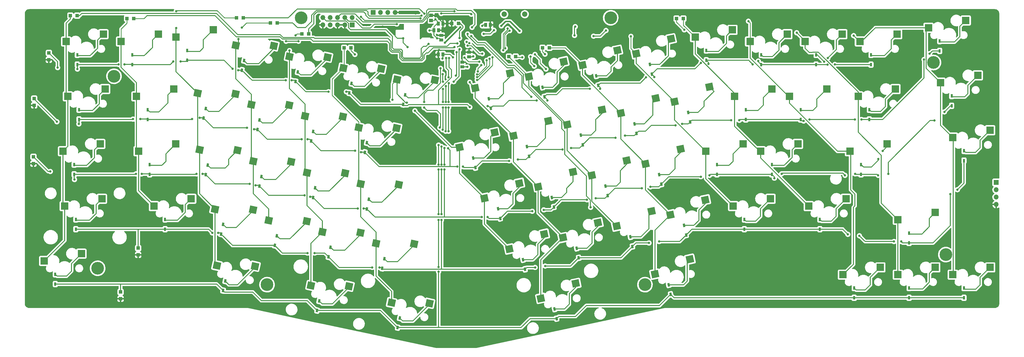
<source format=gbr>
%TF.GenerationSoftware,KiCad,Pcbnew,(6.0.7)*%
%TF.CreationDate,2022-10-19T12:52:43-04:00*%
%TF.ProjectId,main-keyboard-pcb,6d61696e-2d6b-4657-9962-6f6172642d70,1.0*%
%TF.SameCoordinates,Original*%
%TF.FileFunction,Copper,L2,Bot*%
%TF.FilePolarity,Positive*%
%FSLAX46Y46*%
G04 Gerber Fmt 4.6, Leading zero omitted, Abs format (unit mm)*
G04 Created by KiCad (PCBNEW (6.0.7)) date 2022-10-19 12:52:43*
%MOMM*%
%LPD*%
G01*
G04 APERTURE LIST*
G04 Aperture macros list*
%AMRotRect*
0 Rectangle, with rotation*
0 The origin of the aperture is its center*
0 $1 length*
0 $2 width*
0 $3 Rotation angle, in degrees counterclockwise*
0 Add horizontal line*
21,1,$1,$2,0,0,$3*%
G04 Aperture macros list end*
%TA.AperFunction,SMDPad,CuDef*%
%ADD10R,2.550000X2.500000*%
%TD*%
%TA.AperFunction,SMDPad,CuDef*%
%ADD11RotRect,2.550000X2.500000X348.000000*%
%TD*%
%TA.AperFunction,ComponentPad*%
%ADD12C,4.400000*%
%TD*%
%TA.AperFunction,SMDPad,CuDef*%
%ADD13RotRect,2.550000X2.500000X12.000000*%
%TD*%
%TA.AperFunction,ComponentPad*%
%ADD14R,1.700000X1.700000*%
%TD*%
%TA.AperFunction,ComponentPad*%
%ADD15O,1.700000X1.700000*%
%TD*%
%TA.AperFunction,ComponentPad*%
%ADD16C,1.850000*%
%TD*%
%TA.AperFunction,SMDPad,CuDef*%
%ADD17R,1.150000X1.150000*%
%TD*%
%TA.AperFunction,SMDPad,CuDef*%
%ADD18RotRect,0.750000X1.200000X348.000000*%
%TD*%
%TA.AperFunction,SMDPad,CuDef*%
%ADD19RotRect,0.750000X1.200000X12.000000*%
%TD*%
%TA.AperFunction,SMDPad,CuDef*%
%ADD20R,0.750000X1.200000*%
%TD*%
%TA.AperFunction,SMDPad,CuDef*%
%ADD21R,1.020000X1.470000*%
%TD*%
%TA.AperFunction,SMDPad,CuDef*%
%ADD22R,1.470000X1.020000*%
%TD*%
%TA.AperFunction,SMDPad,CuDef*%
%ADD23R,1.450000X1.150000*%
%TD*%
%TA.AperFunction,ViaPad*%
%ADD24C,0.800000*%
%TD*%
%TA.AperFunction,Conductor*%
%ADD25C,0.250000*%
%TD*%
%TA.AperFunction,Conductor*%
%ADD26C,0.300000*%
%TD*%
%TA.AperFunction,Conductor*%
%ADD27C,0.261112*%
%TD*%
%TA.AperFunction,Conductor*%
%ADD28C,0.500000*%
%TD*%
G04 APERTURE END LIST*
D10*
%TO.P,SW52,1,1*%
%TO.N,Net-(R26-Pad2)*%
X288711650Y-112103633D03*
%TO.P,SW52,2,2*%
%TO.N,Net-(D52-Pad2)*%
X301638650Y-109563633D03*
%TD*%
D11*
%TO.P,SW16,1,1*%
%TO.N,Net-(R18-Pad2)*%
X121020628Y-114970649D03*
%TO.P,SW16,2,2*%
%TO.N,Net-(D16-Pad2)*%
X134193238Y-115173828D03*
%TD*%
D12*
%TO.P,H7,1*%
%TO.N,N/C*%
X357716650Y-100356149D03*
%TD*%
D11*
%TO.P,SW20,1,1*%
%TO.N,Net-(R19-Pad2)*%
X139654338Y-118931376D03*
%TO.P,SW20,2,2*%
%TO.N,Net-(D20-Pad2)*%
X152826948Y-119134555D03*
%TD*%
D13*
%TO.P,SW44,1,1*%
%TO.N,Net-(R24-Pad2)*%
X257831272Y-135559615D03*
%TO.P,SW44,2,2*%
%TO.N,Net-(D44-Pad2)*%
X269947691Y-130387446D03*
%TD*%
%TO.P,SW42,1,1*%
%TO.N,Net-(R24-Pad2)*%
X235934667Y-101262682D03*
%TO.P,SW42,2,2*%
%TO.N,Net-(D42-Pad2)*%
X248051086Y-96090513D03*
%TD*%
%TO.P,SW47,1,1*%
%TO.N,Net-(R25-Pad2)*%
X254568378Y-97301964D03*
%TO.P,SW47,2,2*%
%TO.N,Net-(D47-Pad2)*%
X266684797Y-92129795D03*
%TD*%
D12*
%TO.P,H4,1*%
%TO.N,N/C*%
X126496086Y-177483001D03*
%TD*%
D10*
%TO.P,SW58,1,1*%
%TO.N,Net-(R27-Pad2)*%
X326326599Y-174016136D03*
%TO.P,SW58,2,2*%
%TO.N,Net-(D58-Pad2)*%
X339253599Y-171476136D03*
%TD*%
%TO.P,SW1,1,1*%
%TO.N,Net-(R15-Pad2)*%
X56791650Y-93053633D03*
%TO.P,SW1,2,2*%
%TO.N,Net-(D1-Pad2)*%
X69718650Y-90513633D03*
%TD*%
%TO.P,SW3,1,1*%
%TO.N,Net-(R15-Pad2)*%
X55707900Y-131153633D03*
%TO.P,SW3,2,2*%
%TO.N,Net-(D3-Pad2)*%
X68634900Y-128613633D03*
%TD*%
%TO.P,SW10,1,1*%
%TO.N,Net-(R17-Pad2)*%
X94891650Y-91553248D03*
%TO.P,SW10,2,2*%
%TO.N,Net-(D10-Pad2)*%
X107818650Y-89013248D03*
%TD*%
D13*
%TO.P,SW31,1,1*%
%TO.N,Net-(R21-Pad2)*%
X201930137Y-147441768D03*
%TO.P,SW31,2,2*%
%TO.N,Net-(D31-Pad2)*%
X214046556Y-142269599D03*
%TD*%
D11*
%TO.P,SW27,1,1*%
%TO.N,Net-(R20-Pad2)*%
X164341796Y-163130065D03*
%TO.P,SW27,2,2*%
%TO.N,Net-(D27-Pad2)*%
X177514406Y-163333244D03*
%TD*%
D13*
%TO.P,SW38,1,1*%
%TO.N,Net-(R23-Pad2)*%
X217300955Y-105223399D03*
%TO.P,SW38,2,2*%
%TO.N,Net-(D38-Pad2)*%
X229417374Y-100051230D03*
%TD*%
%TO.P,SW40,1,1*%
%TO.N,Net-(R23-Pad2)*%
X239197560Y-139520333D03*
%TO.P,SW40,2,2*%
%TO.N,Net-(D40-Pad2)*%
X251313979Y-134348164D03*
%TD*%
%TO.P,SW39,1,1*%
%TO.N,Net-(R23-Pad2)*%
X230578439Y-121876781D03*
%TO.P,SW39,2,2*%
%TO.N,Net-(D39-Pad2)*%
X242694858Y-116704612D03*
%TD*%
D10*
%TO.P,SW57,1,1*%
%TO.N,Net-(R27-Pad2)*%
X328707900Y-131153633D03*
%TO.P,SW57,2,2*%
%TO.N,Net-(D57-Pad2)*%
X341634900Y-128613633D03*
%TD*%
%TO.P,SW62,1,1*%
%TO.N,Net-(R28-Pad2)*%
X345376599Y-174016136D03*
%TO.P,SW62,2,2*%
%TO.N,Net-(D62-Pad2)*%
X358303599Y-171476136D03*
%TD*%
D13*
%TO.P,SW30,1,1*%
%TO.N,Net-(R21-Pad2)*%
X193311016Y-129798216D03*
%TO.P,SW30,2,2*%
%TO.N,Net-(D30-Pad2)*%
X205427435Y-124626047D03*
%TD*%
D11*
%TO.P,SW23,1,1*%
%TO.N,Net-(R19-Pad2)*%
X141747359Y-177803025D03*
%TO.P,SW23,2,2*%
%TO.N,Net-(D23-Pad2)*%
X154919969Y-178006205D03*
%TD*%
D10*
%TO.P,SW9,1,1*%
%TO.N,Net-(R16-Pad2)*%
X87251650Y-150203633D03*
%TO.P,SW9,2,2*%
%TO.N,Net-(D9-Pad2)*%
X100178650Y-147663633D03*
%TD*%
D14*
%TO.P,J1,1,Pin_1*%
%TO.N,+3V3*%
X156020000Y-87246000D03*
D15*
%TO.P,J1,2,Pin_2*%
%TO.N,SWDIO*%
X156020000Y-84706000D03*
%TO.P,J1,3,Pin_3*%
%TO.N,GND*%
X153480000Y-87246000D03*
%TO.P,J1,4,Pin_4*%
%TO.N,SWCLK*%
X153480000Y-84706000D03*
%TO.P,J1,5,Pin_5*%
%TO.N,GND*%
X150940000Y-87246000D03*
%TO.P,J1,6,Pin_6*%
%TO.N,SWO*%
X150940000Y-84706000D03*
%TO.P,J1,7,Pin_7*%
%TO.N,unconnected-(J1-Pad7)*%
X148400000Y-87246000D03*
%TO.P,J1,8,Pin_8*%
%TO.N,unconnected-(J1-Pad8)*%
X148400000Y-84706000D03*
%TO.P,J1,9,Pin_9*%
%TO.N,GND*%
X145860000Y-87246000D03*
%TO.P,J1,10,Pin_10*%
%TO.N,NRST*%
X145860000Y-84706000D03*
%TD*%
D10*
%TO.P,SW60,1,1*%
%TO.N,Net-(R28-Pad2)*%
X331581650Y-112103633D03*
%TO.P,SW60,2,2*%
%TO.N,Net-(D60-Pad2)*%
X344508650Y-109563633D03*
%TD*%
%TO.P,SW2,1,1*%
%TO.N,Net-(R15-Pad2)*%
X57391650Y-112103633D03*
%TO.P,SW2,2,2*%
%TO.N,Net-(D2-Pad2)*%
X70318650Y-109563633D03*
%TD*%
D12*
%TO.P,H3,1*%
%TO.N,N/C*%
X138363870Y-84806142D03*
%TD*%
D13*
%TO.P,SW43,1,1*%
%TO.N,Net-(R24-Pad2)*%
X249212151Y-117916063D03*
%TO.P,SW43,2,2*%
%TO.N,Net-(D43-Pad2)*%
X261328570Y-112743894D03*
%TD*%
%TO.P,SW34,1,1*%
%TO.N,Net-(R22-Pad2)*%
X211944727Y-125837498D03*
%TO.P,SW34,2,2*%
%TO.N,Net-(D34-Pad2)*%
X224061146Y-120665329D03*
%TD*%
D10*
%TO.P,SW67,1,1*%
%TO.N,Net-(R29-Pad2)*%
X364426599Y-174016136D03*
%TO.P,SW67,2,2*%
%TO.N,Net-(D67-Pad2)*%
X377353599Y-171476136D03*
%TD*%
D11*
%TO.P,SW22,1,1*%
%TO.N,Net-(R19-Pad2)*%
X145708086Y-159169338D03*
%TO.P,SW22,2,2*%
%TO.N,Net-(D22-Pad2)*%
X158880696Y-159372517D03*
%TD*%
%TO.P,SW18,1,1*%
%TO.N,Net-(R18-Pad2)*%
X127074377Y-155208611D03*
%TO.P,SW18,2,2*%
%TO.N,Net-(D18-Pad2)*%
X140246987Y-155411790D03*
%TD*%
%TO.P,SW25,1,1*%
%TO.N,Net-(R20-Pad2)*%
X158288048Y-122892103D03*
%TO.P,SW25,2,2*%
%TO.N,Net-(D25-Pad2)*%
X171460658Y-123095282D03*
%TD*%
D10*
%TO.P,SW7,1,1*%
%TO.N,Net-(R16-Pad2)*%
X81201650Y-112103633D03*
%TO.P,SW7,2,2*%
%TO.N,Net-(D7-Pad2)*%
X94128650Y-109563633D03*
%TD*%
D12*
%TO.P,H5,1*%
%TO.N,N/C*%
X245729435Y-84806142D03*
%TD*%
D13*
%TO.P,SW41,1,1*%
%TO.N,Net-(R23-Pad2)*%
X247816681Y-157163885D03*
%TO.P,SW41,2,2*%
%TO.N,Net-(D41-Pad2)*%
X259933100Y-151991716D03*
%TD*%
D16*
%TO.P,J3,MH1*%
%TO.N,N/C*%
X215919000Y-83566000D03*
%TO.P,J3,MH2*%
X208769000Y-83566000D03*
%TD*%
D11*
%TO.P,SW14,1,1*%
%TO.N,Net-(R17-Pad2)*%
X109138368Y-170871773D03*
%TO.P,SW14,2,2*%
%TO.N,Net-(D14-Pad2)*%
X122310978Y-171074952D03*
%TD*%
D12*
%TO.P,H8,1*%
%TO.N,N/C*%
X361986599Y-167031136D03*
%TD*%
D13*
%TO.P,SW36,1,1*%
%TO.N,Net-(R22-Pad2)*%
X229182970Y-161124602D03*
%TO.P,SW36,2,2*%
%TO.N,Net-(D36-Pad2)*%
X241299389Y-155952433D03*
%TD*%
D14*
%TO.P,J2,1,Pin_1*%
%TO.N,+3V3*%
X163271200Y-82956400D03*
D15*
%TO.P,J2,2,Pin_2*%
%TO.N,Net-(J2-Pad2)*%
X165811200Y-82956400D03*
%TO.P,J2,3,Pin_3*%
%TO.N,Net-(J2-Pad3)*%
X168351200Y-82956400D03*
%TO.P,J2,4,Pin_4*%
%TO.N,GND*%
X170891200Y-82956400D03*
%TD*%
D14*
%TO.P,J4,1,Pin_1*%
%TO.N,+3V3*%
X379476000Y-141986000D03*
D15*
%TO.P,J4,2,Pin_2*%
%TO.N,Net-(J4-Pad2)*%
X379476000Y-144526000D03*
%TO.P,J4,3,Pin_3*%
%TO.N,Net-(J4-Pad3)*%
X379476000Y-147066000D03*
%TO.P,J4,4,Pin_4*%
%TO.N,GND*%
X379476000Y-149606000D03*
%TD*%
D10*
%TO.P,SW51,1,1*%
%TO.N,Net-(R26-Pad2)*%
X275021650Y-91553248D03*
%TO.P,SW51,2,2*%
%TO.N,Net-(D51-Pad2)*%
X287948650Y-89013248D03*
%TD*%
%TO.P,SW54,1,1*%
%TO.N,Net-(R26-Pad2)*%
X314420419Y-150203631D03*
%TO.P,SW54,2,2*%
%TO.N,Net-(D54-Pad2)*%
X327347419Y-147663631D03*
%TD*%
%TO.P,SW63,1,1*%
%TO.N,Net-(R29-Pad2)*%
X332171650Y-93053633D03*
%TO.P,SW63,2,2*%
%TO.N,Net-(D63-Pad2)*%
X345098650Y-90513633D03*
%TD*%
D11*
%TO.P,SW19,1,1*%
%TO.N,Net-(R19-Pad2)*%
X134298287Y-98317298D03*
%TO.P,SW19,2,2*%
%TO.N,Net-(D19-Pad2)*%
X147470897Y-98520477D03*
%TD*%
D10*
%TO.P,SW55,1,1*%
%TO.N,Net-(R27-Pad2)*%
X294071650Y-93053633D03*
%TO.P,SW55,2,2*%
%TO.N,Net-(D55-Pad2)*%
X306998650Y-90513633D03*
%TD*%
%TO.P,SW53,1,1*%
%TO.N,Net-(R26-Pad2)*%
X297751650Y-131153633D03*
%TO.P,SW53,2,2*%
%TO.N,Net-(D53-Pad2)*%
X310678650Y-128613633D03*
%TD*%
%TO.P,SW50,1,1*%
%TO.N,Net-(R25-Pad2)*%
X288226669Y-150203631D03*
%TO.P,SW50,2,2*%
%TO.N,Net-(D50-Pad2)*%
X301153669Y-147663631D03*
%TD*%
D11*
%TO.P,SW28,1,1*%
%TO.N,Net-(R20-Pad2)*%
X169697933Y-183744094D03*
%TO.P,SW28,2,2*%
%TO.N,Net-(D28-Pad2)*%
X182870543Y-183947273D03*
%TD*%
D12*
%TO.P,H1,1*%
%TO.N,N/C*%
X73401650Y-105118633D03*
%TD*%
D13*
%TO.P,SW45,1,1*%
%TO.N,Net-(R24-Pad2)*%
X266450393Y-153203167D03*
%TO.P,SW45,2,2*%
%TO.N,Net-(D45-Pad2)*%
X278566812Y-148030998D03*
%TD*%
D10*
%TO.P,SW49,1,1*%
%TO.N,Net-(R25-Pad2)*%
X278701650Y-131153633D03*
%TO.P,SW49,2,2*%
%TO.N,Net-(D49-Pad2)*%
X291628650Y-128613633D03*
%TD*%
%TO.P,SW5,1,1*%
%TO.N,Net-(R15-Pad2)*%
X49161650Y-169253633D03*
%TO.P,SW5,2,2*%
%TO.N,Net-(D5-Pad2)*%
X62088650Y-166713633D03*
%TD*%
%TO.P,SW61,1,1*%
%TO.N,Net-(R28-Pad2)*%
X345376599Y-154966136D03*
%TO.P,SW61,2,2*%
%TO.N,Net-(D61-Pad2)*%
X358303599Y-152426136D03*
%TD*%
%TO.P,SW8,1,1*%
%TO.N,Net-(R16-Pad2)*%
X81901650Y-131153633D03*
%TO.P,SW8,2,2*%
%TO.N,Net-(D8-Pad2)*%
X94828650Y-128613633D03*
%TD*%
D11*
%TO.P,SW26,1,1*%
%TO.N,Net-(R20-Pad2)*%
X158985715Y-142515997D03*
%TO.P,SW26,2,2*%
%TO.N,Net-(D26-Pad2)*%
X172158325Y-142719176D03*
%TD*%
D13*
%TO.P,SW37,1,1*%
%TO.N,Net-(R22-Pad2)*%
X221497644Y-182233730D03*
%TO.P,SW37,2,2*%
%TO.N,Net-(D37-Pad2)*%
X233614062Y-177061561D03*
%TD*%
D11*
%TO.P,SW13,1,1*%
%TO.N,Net-(R17-Pad2)*%
X108440667Y-151247885D03*
%TO.P,SW13,2,2*%
%TO.N,Net-(D13-Pad2)*%
X121613277Y-151451064D03*
%TD*%
D12*
%TO.P,H6,1*%
%TO.N,N/C*%
X257596916Y-177482353D03*
%TD*%
D10*
%TO.P,SW59,1,1*%
%TO.N,Net-(R28-Pad2)*%
X313121650Y-93053633D03*
%TO.P,SW59,2,2*%
%TO.N,Net-(D59-Pad2)*%
X326048650Y-90513633D03*
%TD*%
%TO.P,SW66,1,1*%
%TO.N,Net-(R29-Pad2)*%
X364426599Y-126391152D03*
%TO.P,SW66,2,2*%
%TO.N,Net-(D66-Pad2)*%
X377353599Y-123851152D03*
%TD*%
%TO.P,SW4,1,1*%
%TO.N,Net-(R15-Pad2)*%
X56295400Y-150203633D03*
%TO.P,SW4,2,2*%
%TO.N,Net-(D4-Pad2)*%
X69222400Y-147663633D03*
%TD*%
D11*
%TO.P,SW11,1,1*%
%TO.N,Net-(R17-Pad2)*%
X102386918Y-111009923D03*
%TO.P,SW11,2,2*%
%TO.N,Net-(D11-Pad2)*%
X115559528Y-111213102D03*
%TD*%
%TO.P,SW21,1,1*%
%TO.N,Net-(R19-Pad2)*%
X140352005Y-138555270D03*
%TO.P,SW21,2,2*%
%TO.N,Net-(D21-Pad2)*%
X153524615Y-138758449D03*
%TD*%
D10*
%TO.P,SW65,1,1*%
%TO.N,Net-(R29-Pad2)*%
X360156650Y-107341149D03*
%TO.P,SW65,2,2*%
%TO.N,Net-(D65-Pad2)*%
X373083650Y-104801149D03*
%TD*%
D13*
%TO.P,SW32,1,1*%
%TO.N,Net-(R21-Pad2)*%
X210549258Y-165085320D03*
%TO.P,SW32,2,2*%
%TO.N,Net-(D32-Pad2)*%
X222665677Y-159913151D03*
%TD*%
D11*
%TO.P,SW12,1,1*%
%TO.N,Net-(R17-Pad2)*%
X103084585Y-130633816D03*
%TO.P,SW12,2,2*%
%TO.N,Net-(D12-Pad2)*%
X116257195Y-130836995D03*
%TD*%
D10*
%TO.P,SW64,1,1*%
%TO.N,Net-(R29-Pad2)*%
X355984192Y-88291142D03*
%TO.P,SW64,2,2*%
%TO.N,Net-(D64-Pad2)*%
X368911192Y-85751142D03*
%TD*%
D13*
%TO.P,SW46,1,1*%
%TO.N,Net-(R24-Pad2)*%
X261094280Y-173817218D03*
%TO.P,SW46,2,2*%
%TO.N,Net-(D46-Pad2)*%
X273210699Y-168645049D03*
%TD*%
D11*
%TO.P,SW17,1,1*%
%TO.N,Net-(R18-Pad2)*%
X121718295Y-134594543D03*
%TO.P,SW17,2,2*%
%TO.N,Net-(D17-Pad2)*%
X134890905Y-134797722D03*
%TD*%
D13*
%TO.P,SW35,1,1*%
%TO.N,Net-(R22-Pad2)*%
X220563848Y-143481050D03*
%TO.P,SW35,2,2*%
%TO.N,Net-(D35-Pad2)*%
X232680267Y-138308881D03*
%TD*%
%TO.P,SW48,1,1*%
%TO.N,Net-(R25-Pad2)*%
X267845863Y-113955345D03*
%TO.P,SW48,2,2*%
%TO.N,Net-(D48-Pad2)*%
X279962282Y-108783176D03*
%TD*%
D11*
%TO.P,SW29,1,1*%
%TO.N,Net-(R21-Pad2)*%
X171565711Y-106238733D03*
%TO.P,SW29,2,2*%
%TO.N,Net-(D29-Pad2)*%
X184738321Y-106441912D03*
%TD*%
D10*
%TO.P,SW56,1,1*%
%TO.N,Net-(R27-Pad2)*%
X307761650Y-112103633D03*
%TO.P,SW56,2,2*%
%TO.N,Net-(D56-Pad2)*%
X320688650Y-109563633D03*
%TD*%
D11*
%TO.P,SW24,1,1*%
%TO.N,Net-(R20-Pad2)*%
X152931999Y-102278016D03*
%TO.P,SW24,2,2*%
%TO.N,Net-(D24-Pad2)*%
X166104609Y-102481195D03*
%TD*%
%TO.P,SW15,1,1*%
%TO.N,Net-(R18-Pad2)*%
X115664576Y-94356580D03*
%TO.P,SW15,2,2*%
%TO.N,Net-(D15-Pad2)*%
X128837186Y-94559759D03*
%TD*%
D13*
%TO.P,SW33,1,1*%
%TO.N,Net-(R22-Pad2)*%
X198667243Y-109184117D03*
%TO.P,SW33,2,2*%
%TO.N,Net-(D33-Pad2)*%
X210783662Y-104011948D03*
%TD*%
D12*
%TO.P,H2,1*%
%TO.N,N/C*%
X67734150Y-171793633D03*
%TD*%
D10*
%TO.P,SW6,1,1*%
%TO.N,Net-(R16-Pad2)*%
X75841650Y-93053633D03*
%TO.P,SW6,2,2*%
%TO.N,Net-(D6-Pad2)*%
X88768650Y-90513633D03*
%TD*%
D17*
%TO.P,R16,1*%
%TO.N,col1*%
X80264000Y-85090000D03*
%TO.P,R16,2*%
%TO.N,Net-(R16-Pad2)*%
X77914000Y-85090000D03*
%TD*%
D18*
%TO.P,D25,1,K*%
%TO.N,row1*%
X160400181Y-131535288D03*
%TO.P,D25,2,A*%
%TO.N,Net-(D25-Pad2)*%
X161107081Y-128209586D03*
%TD*%
D19*
%TO.P,D46,1,K*%
%TO.N,row4*%
X266536802Y-180855010D03*
%TO.P,D46,2,A*%
%TO.N,Net-(D46-Pad2)*%
X265829902Y-177529308D03*
%TD*%
D20*
%TO.P,D59,1,K*%
%TO.N,row0*%
X316981650Y-101068633D03*
%TO.P,D59,2,A*%
%TO.N,Net-(D59-Pad2)*%
X316981650Y-97668633D03*
%TD*%
D18*
%TO.P,D13,1,K*%
%TO.N,row3*%
X110552800Y-159891070D03*
%TO.P,D13,2,A*%
%TO.N,Net-(D13-Pad2)*%
X111259700Y-156565368D03*
%TD*%
D20*
%TO.P,D7,1,K*%
%TO.N,row1*%
X85061650Y-120118633D03*
%TO.P,D7,2,A*%
%TO.N,Net-(D7-Pad2)*%
X85061650Y-116718633D03*
%TD*%
D18*
%TO.P,D18,1,K*%
%TO.N,row3*%
X129186510Y-163851796D03*
%TO.P,D18,2,A*%
%TO.N,Net-(D18-Pad2)*%
X129893410Y-160526094D03*
%TD*%
D17*
%TO.P,R11,1*%
%TO.N,GND*%
X45720000Y-115221000D03*
%TO.P,R11,2*%
%TO.N,row1*%
X45720000Y-112871000D03*
%TD*%
D20*
%TO.P,D2,1,K*%
%TO.N,row1*%
X61251650Y-120118633D03*
%TO.P,D2,2,A*%
%TO.N,Net-(D2-Pad2)*%
X61251650Y-116718633D03*
%TD*%
D18*
%TO.P,D26,1,K*%
%TO.N,row2*%
X161097848Y-151159182D03*
%TO.P,D26,2,A*%
%TO.N,Net-(D26-Pad2)*%
X161804748Y-147833480D03*
%TD*%
D17*
%TO.P,R14,1*%
%TO.N,GND*%
X75692000Y-182372000D03*
%TO.P,R14,2*%
%TO.N,row4*%
X75692000Y-180022000D03*
%TD*%
D20*
%TO.P,D67,1,K*%
%TO.N,row4*%
X368286599Y-182031136D03*
%TO.P,D67,2,A*%
%TO.N,Net-(D67-Pad2)*%
X368286599Y-178631136D03*
%TD*%
D19*
%TO.P,D41,1,K*%
%TO.N,row3*%
X253259188Y-164201680D03*
%TO.P,D41,2,A*%
%TO.N,Net-(D41-Pad2)*%
X252552288Y-160875978D03*
%TD*%
D17*
%TO.P,R23,1*%
%TO.N,col8*%
X212757000Y-98298000D03*
%TO.P,R23,2*%
%TO.N,Net-(R23-Pad2)*%
X210407000Y-98298000D03*
%TD*%
D21*
%TO.P,C14,1*%
%TO.N,+3V3*%
X185890000Y-86868000D03*
%TO.P,C14,2*%
%TO.N,GND*%
X187490000Y-86868000D03*
%TD*%
D20*
%TO.P,D57,1,K*%
%TO.N,row2*%
X332567900Y-139168633D03*
%TO.P,D57,2,A*%
%TO.N,Net-(D57-Pad2)*%
X332567900Y-135768633D03*
%TD*%
D18*
%TO.P,D16,1,K*%
%TO.N,row1*%
X123132761Y-123613834D03*
%TO.P,D16,2,A*%
%TO.N,Net-(D16-Pad2)*%
X123839661Y-120288132D03*
%TD*%
D17*
%TO.P,R13,1*%
%TO.N,GND*%
X81788000Y-167132000D03*
%TO.P,R13,2*%
%TO.N,row3*%
X81788000Y-164782000D03*
%TD*%
D18*
%TO.P,D17,1,K*%
%TO.N,row2*%
X123830428Y-143237728D03*
%TO.P,D17,2,A*%
%TO.N,Net-(D17-Pad2)*%
X124537328Y-139912026D03*
%TD*%
D20*
%TO.P,D8,1,K*%
%TO.N,row2*%
X85761650Y-139168633D03*
%TO.P,D8,2,A*%
%TO.N,Net-(D8-Pad2)*%
X85761650Y-135768633D03*
%TD*%
D19*
%TO.P,D36,1,K*%
%TO.N,row3*%
X234625477Y-168162397D03*
%TO.P,D36,2,A*%
%TO.N,Net-(D36-Pad2)*%
X233918577Y-164836695D03*
%TD*%
D20*
%TO.P,D64,1,K*%
%TO.N,row1*%
X359844192Y-96306142D03*
%TO.P,D64,2,A*%
%TO.N,Net-(D64-Pad2)*%
X359844192Y-92906142D03*
%TD*%
D18*
%TO.P,D29,1,K*%
%TO.N,row0*%
X173677844Y-114881918D03*
%TO.P,D29,2,A*%
%TO.N,Net-(D29-Pad2)*%
X174384744Y-111556216D03*
%TD*%
D20*
%TO.P,D62,1,K*%
%TO.N,row4*%
X349236599Y-182031136D03*
%TO.P,D62,2,A*%
%TO.N,Net-(D62-Pad2)*%
X349236599Y-178631136D03*
%TD*%
D19*
%TO.P,D33,1,K*%
%TO.N,row0*%
X204109750Y-116221912D03*
%TO.P,D33,2,A*%
%TO.N,Net-(D33-Pad2)*%
X203402850Y-112896210D03*
%TD*%
D18*
%TO.P,D12,1,K*%
%TO.N,row2*%
X105196718Y-139277001D03*
%TO.P,D12,2,A*%
%TO.N,Net-(D12-Pad2)*%
X105903618Y-135951299D03*
%TD*%
D17*
%TO.P,R24,1*%
%TO.N,col9*%
X222091000Y-95250000D03*
%TO.P,R24,2*%
%TO.N,Net-(R24-Pad2)*%
X224441000Y-95250000D03*
%TD*%
D19*
%TO.P,D45,1,K*%
%TO.N,row3*%
X271892900Y-160240962D03*
%TO.P,D45,2,A*%
%TO.N,Net-(D45-Pad2)*%
X271186000Y-156915260D03*
%TD*%
D18*
%TO.P,D23,1,K*%
%TO.N,row4*%
X143859493Y-186446233D03*
%TO.P,D23,2,A*%
%TO.N,Net-(D23-Pad2)*%
X144566393Y-183120531D03*
%TD*%
D22*
%TO.P,C1,1*%
%TO.N,Net-(C1-Pad1)*%
X194170000Y-101866000D03*
%TO.P,C1,2*%
%TO.N,GND*%
X194170000Y-100246000D03*
%TD*%
D17*
%TO.P,R1,1*%
%TO.N,GND*%
X190575000Y-86750000D03*
%TO.P,R1,2*%
%TO.N,BOOT0*%
X192925000Y-86750000D03*
%TD*%
D18*
%TO.P,D15,1,K*%
%TO.N,row0*%
X117776709Y-102999765D03*
%TO.P,D15,2,A*%
%TO.N,Net-(D15-Pad2)*%
X118483609Y-99674063D03*
%TD*%
D21*
%TO.P,C4,1*%
%TO.N,Net-(C4-Pad1)*%
X202360000Y-87306000D03*
%TO.P,C4,2*%
%TO.N,GND*%
X203980000Y-87306000D03*
%TD*%
D20*
%TO.P,D51,1,K*%
%TO.N,row0*%
X278881650Y-99568248D03*
%TO.P,D51,2,A*%
%TO.N,Net-(D51-Pad2)*%
X278881650Y-96168248D03*
%TD*%
D18*
%TO.P,D11,1,K*%
%TO.N,row1*%
X104499051Y-119653108D03*
%TO.P,D11,2,A*%
%TO.N,Net-(D11-Pad2)*%
X105205951Y-116327406D03*
%TD*%
D19*
%TO.P,D42,1,K*%
%TO.N,row0*%
X241377174Y-108300477D03*
%TO.P,D42,2,A*%
%TO.N,Net-(D42-Pad2)*%
X240670274Y-104974775D03*
%TD*%
D20*
%TO.P,D49,1,K*%
%TO.N,row2*%
X282561650Y-139168633D03*
%TO.P,D49,2,A*%
%TO.N,Net-(D49-Pad2)*%
X282561650Y-135768633D03*
%TD*%
D19*
%TO.P,D40,1,K*%
%TO.N,row2*%
X244640067Y-146558128D03*
%TO.P,D40,2,A*%
%TO.N,Net-(D40-Pad2)*%
X243933167Y-143232426D03*
%TD*%
D17*
%TO.P,R20,1*%
%TO.N,col5*%
X155607000Y-95250000D03*
%TO.P,R20,2*%
%TO.N,Net-(R20-Pad2)*%
X153257000Y-95250000D03*
%TD*%
D19*
%TO.P,D34,1,K*%
%TO.N,row1*%
X217387234Y-132875293D03*
%TO.P,D34,2,A*%
%TO.N,Net-(D34-Pad2)*%
X216680334Y-129549591D03*
%TD*%
%TO.P,D32,1,K*%
%TO.N,row3*%
X215991765Y-172123115D03*
%TO.P,D32,2,A*%
%TO.N,Net-(D32-Pad2)*%
X215284865Y-168797413D03*
%TD*%
D20*
%TO.P,D65,1,K*%
%TO.N,row2*%
X364016650Y-115356149D03*
%TO.P,D65,2,A*%
%TO.N,Net-(D65-Pad2)*%
X364016650Y-111956149D03*
%TD*%
D22*
%TO.P,C6,1*%
%TO.N,+3V3*%
X186944000Y-92494000D03*
%TO.P,C6,2*%
%TO.N,GND*%
X186944000Y-90894000D03*
%TD*%
D18*
%TO.P,D19,1,K*%
%TO.N,row0*%
X136410420Y-106960483D03*
%TO.P,D19,2,A*%
%TO.N,Net-(D19-Pad2)*%
X137117320Y-103634781D03*
%TD*%
D19*
%TO.P,D30,1,K*%
%TO.N,row1*%
X198753523Y-136836011D03*
%TO.P,D30,2,A*%
%TO.N,Net-(D30-Pad2)*%
X198046623Y-133510309D03*
%TD*%
D20*
%TO.P,D56,1,K*%
%TO.N,row1*%
X311621650Y-120118633D03*
%TO.P,D56,2,A*%
%TO.N,Net-(D56-Pad2)*%
X311621650Y-116718633D03*
%TD*%
%TO.P,D4,1,K*%
%TO.N,row3*%
X60155400Y-158218633D03*
%TO.P,D4,2,A*%
%TO.N,Net-(D4-Pad2)*%
X60155400Y-154818633D03*
%TD*%
%TO.P,D55,1,K*%
%TO.N,row0*%
X297931650Y-101068633D03*
%TO.P,D55,2,A*%
%TO.N,Net-(D55-Pad2)*%
X297931650Y-97668633D03*
%TD*%
D19*
%TO.P,D37,1,K*%
%TO.N,row4*%
X226940166Y-189271522D03*
%TO.P,D37,2,A*%
%TO.N,Net-(D37-Pad2)*%
X226233266Y-185945820D03*
%TD*%
D18*
%TO.P,D28,1,K*%
%TO.N,row4*%
X171810066Y-192387279D03*
%TO.P,D28,2,A*%
%TO.N,Net-(D28-Pad2)*%
X172516966Y-189061577D03*
%TD*%
D20*
%TO.P,D54,1,K*%
%TO.N,row3*%
X318280419Y-158218631D03*
%TO.P,D54,2,A*%
%TO.N,Net-(D54-Pad2)*%
X318280419Y-154818631D03*
%TD*%
D17*
%TO.P,R17,1*%
%TO.N,col2*%
X118269000Y-84836000D03*
%TO.P,R17,2*%
%TO.N,Net-(R17-Pad2)*%
X115919000Y-84836000D03*
%TD*%
D18*
%TO.P,D27,1,K*%
%TO.N,row3*%
X166453929Y-171773250D03*
%TO.P,D27,2,A*%
%TO.N,Net-(D27-Pad2)*%
X167160829Y-168447548D03*
%TD*%
D20*
%TO.P,D5,1,K*%
%TO.N,row4*%
X53021650Y-177268633D03*
%TO.P,D5,2,A*%
%TO.N,Net-(D5-Pad2)*%
X53021650Y-173868633D03*
%TD*%
D19*
%TO.P,D38,1,K*%
%TO.N,row0*%
X222743462Y-112261194D03*
%TO.P,D38,2,A*%
%TO.N,Net-(D38-Pad2)*%
X222036562Y-108935492D03*
%TD*%
%TO.P,D31,1,K*%
%TO.N,row2*%
X207372644Y-154479563D03*
%TO.P,D31,2,A*%
%TO.N,Net-(D31-Pad2)*%
X206665744Y-151153861D03*
%TD*%
D18*
%TO.P,D22,1,K*%
%TO.N,row3*%
X147820219Y-167812523D03*
%TO.P,D22,2,A*%
%TO.N,Net-(D22-Pad2)*%
X148527119Y-164486821D03*
%TD*%
D19*
%TO.P,D43,1,K*%
%TO.N,row1*%
X254654658Y-124953858D03*
%TO.P,D43,2,A*%
%TO.N,Net-(D43-Pad2)*%
X253947758Y-121628156D03*
%TD*%
D17*
%TO.P,R19,1*%
%TO.N,col4*%
X140970000Y-90424000D03*
%TO.P,R19,2*%
%TO.N,Net-(R19-Pad2)*%
X138620000Y-90424000D03*
%TD*%
D19*
%TO.P,D48,1,K*%
%TO.N,row1*%
X273288370Y-120993140D03*
%TO.P,D48,2,A*%
%TO.N,Net-(D48-Pad2)*%
X272581470Y-117667438D03*
%TD*%
D18*
%TO.P,D14,1,K*%
%TO.N,row4*%
X111250501Y-179514958D03*
%TO.P,D14,2,A*%
%TO.N,Net-(D14-Pad2)*%
X111957401Y-176189256D03*
%TD*%
D17*
%TO.P,R15,1*%
%TO.N,col0*%
X60611000Y-84074000D03*
%TO.P,R15,2*%
%TO.N,Net-(R15-Pad2)*%
X58261000Y-84074000D03*
%TD*%
%TO.P,R26,1*%
%TO.N,col11*%
X268573000Y-85090000D03*
%TO.P,R26,2*%
%TO.N,Net-(R26-Pad2)*%
X270923000Y-85090000D03*
%TD*%
D20*
%TO.P,D52,1,K*%
%TO.N,row1*%
X292571650Y-120118633D03*
%TO.P,D52,2,A*%
%TO.N,Net-(D52-Pad2)*%
X292571650Y-116718633D03*
%TD*%
D18*
%TO.P,D24,1,K*%
%TO.N,row0*%
X155044132Y-110921201D03*
%TO.P,D24,2,A*%
%TO.N,Net-(D24-Pad2)*%
X155751032Y-107595499D03*
%TD*%
D20*
%TO.P,D6,1,K*%
%TO.N,row0*%
X79701650Y-101068633D03*
%TO.P,D6,2,A*%
%TO.N,Net-(D6-Pad2)*%
X79701650Y-97668633D03*
%TD*%
D17*
%TO.P,R12,1*%
%TO.N,GND*%
X45466000Y-135446000D03*
%TO.P,R12,2*%
%TO.N,row2*%
X45466000Y-133096000D03*
%TD*%
D20*
%TO.P,D9,1,K*%
%TO.N,row3*%
X91111650Y-158218633D03*
%TO.P,D9,2,A*%
%TO.N,Net-(D9-Pad2)*%
X91111650Y-154818633D03*
%TD*%
D17*
%TO.P,R18,1*%
%TO.N,col3*%
X130048000Y-86614000D03*
%TO.P,R18,2*%
%TO.N,Net-(R18-Pad2)*%
X127698000Y-86614000D03*
%TD*%
%TO.P,R10,1*%
%TO.N,GND*%
X50800000Y-99378000D03*
%TO.P,R10,2*%
%TO.N,row0*%
X50800000Y-97028000D03*
%TD*%
D20*
%TO.P,D3,1,K*%
%TO.N,row2*%
X59567900Y-139168633D03*
%TO.P,D3,2,A*%
%TO.N,Net-(D3-Pad2)*%
X59567900Y-135768633D03*
%TD*%
D19*
%TO.P,D39,1,K*%
%TO.N,row1*%
X236020946Y-128914576D03*
%TO.P,D39,2,A*%
%TO.N,Net-(D39-Pad2)*%
X235314046Y-125588874D03*
%TD*%
D20*
%TO.P,D61,1,K*%
%TO.N,row3*%
X349236599Y-162981136D03*
%TO.P,D61,2,A*%
%TO.N,Net-(D61-Pad2)*%
X349236599Y-159581136D03*
%TD*%
%TO.P,D66,1,K*%
%TO.N,row3*%
X368286599Y-134406152D03*
%TO.P,D66,2,A*%
%TO.N,Net-(D66-Pad2)*%
X368286599Y-131006152D03*
%TD*%
%TO.P,D60,1,K*%
%TO.N,row1*%
X335441650Y-120118633D03*
%TO.P,D60,2,A*%
%TO.N,Net-(D60-Pad2)*%
X335441650Y-116718633D03*
%TD*%
%TO.P,D58,1,K*%
%TO.N,row4*%
X330186599Y-182031136D03*
%TO.P,D58,2,A*%
%TO.N,Net-(D58-Pad2)*%
X330186599Y-178631136D03*
%TD*%
%TO.P,D50,1,K*%
%TO.N,row3*%
X292086669Y-158218631D03*
%TO.P,D50,2,A*%
%TO.N,Net-(D50-Pad2)*%
X292086669Y-154818631D03*
%TD*%
D23*
%TO.P,C2,1*%
%TO.N,+3V3*%
X183388000Y-85736000D03*
%TO.P,C2,2*%
%TO.N,GND*%
X183388000Y-83936000D03*
%TD*%
D22*
%TO.P,C11,1*%
%TO.N,+3V3*%
X196596000Y-98336000D03*
%TO.P,C11,2*%
%TO.N,GND*%
X196596000Y-96736000D03*
%TD*%
D20*
%TO.P,D63,1,K*%
%TO.N,row0*%
X336031650Y-101068633D03*
%TO.P,D63,2,A*%
%TO.N,Net-(D63-Pad2)*%
X336031650Y-97668633D03*
%TD*%
%TO.P,D10,1,K*%
%TO.N,row0*%
X98751650Y-99568248D03*
%TO.P,D10,2,A*%
%TO.N,Net-(D10-Pad2)*%
X98751650Y-96168248D03*
%TD*%
D19*
%TO.P,D47,1,K*%
%TO.N,row0*%
X260010885Y-104339759D03*
%TO.P,D47,2,A*%
%TO.N,Net-(D47-Pad2)*%
X259303985Y-101014057D03*
%TD*%
%TO.P,D35,1,K*%
%TO.N,row2*%
X226006355Y-150518845D03*
%TO.P,D35,2,A*%
%TO.N,Net-(D35-Pad2)*%
X225299455Y-147193143D03*
%TD*%
%TO.P,D44,1,K*%
%TO.N,row2*%
X263273779Y-142597410D03*
%TO.P,D44,2,A*%
%TO.N,Net-(D44-Pad2)*%
X262566879Y-139271708D03*
%TD*%
D21*
%TO.P,C10,1*%
%TO.N,+3V3*%
X187528000Y-97536000D03*
%TO.P,C10,2*%
%TO.N,GND*%
X185928000Y-97536000D03*
%TD*%
D18*
%TO.P,D20,1,K*%
%TO.N,row1*%
X141766471Y-127574561D03*
%TO.P,D20,2,A*%
%TO.N,Net-(D20-Pad2)*%
X142473371Y-124248859D03*
%TD*%
D20*
%TO.P,D1,1,K*%
%TO.N,row0*%
X60651650Y-101068633D03*
%TO.P,D1,2,A*%
%TO.N,Net-(D1-Pad2)*%
X60651650Y-97668633D03*
%TD*%
D18*
%TO.P,D21,1,K*%
%TO.N,row2*%
X142464138Y-147198455D03*
%TO.P,D21,2,A*%
%TO.N,Net-(D21-Pad2)*%
X143171038Y-143872753D03*
%TD*%
D20*
%TO.P,D53,1,K*%
%TO.N,row2*%
X301611650Y-139168633D03*
%TO.P,D53,2,A*%
%TO.N,Net-(D53-Pad2)*%
X301611650Y-135768633D03*
%TD*%
D21*
%TO.P,C5,1*%
%TO.N,+3V3*%
X184366000Y-89154000D03*
%TO.P,C5,2*%
%TO.N,GND*%
X185966000Y-89154000D03*
%TD*%
D24*
%TO.N,GND*%
X210058000Y-87122000D03*
X186182000Y-96012000D03*
X152146000Y-88900000D03*
X238506000Y-88646000D03*
X215910000Y-95536000D03*
X184912000Y-84344497D03*
X171704000Y-88392000D03*
X140250000Y-93250000D03*
X178000000Y-83311989D03*
X163068000Y-90424000D03*
X211140000Y-95506000D03*
X207010000Y-94488000D03*
X201422000Y-83566000D03*
X161036000Y-87376000D03*
X238700000Y-85926000D03*
X175260000Y-94996000D03*
X185494434Y-90794465D03*
X143250000Y-90000000D03*
X238680000Y-82276000D03*
X173482000Y-88138000D03*
X182095023Y-88154977D03*
X181356000Y-100584000D03*
X180250000Y-87500000D03*
X213570000Y-95526000D03*
X253790000Y-87766000D03*
X218290000Y-95516000D03*
X166624000Y-87884000D03*
X183127795Y-99775500D03*
X180594000Y-89916000D03*
X235712000Y-92964000D03*
X186123962Y-99045890D03*
X173736000Y-91948000D03*
X133858000Y-94488000D03*
%TO.N,row0*%
X147828000Y-110490000D03*
X260858000Y-105410000D03*
X53848000Y-102108000D03*
X94000000Y-100000000D03*
X77000000Y-101000000D03*
X279654000Y-100838000D03*
X258000000Y-105500000D03*
X135047787Y-106500000D03*
X116500000Y-103000000D03*
X189636262Y-98805104D03*
X242062000Y-109474000D03*
X203000000Y-115500000D03*
X323500000Y-101000000D03*
X133000000Y-106500000D03*
X196850000Y-115824000D03*
X296926000Y-99822000D03*
X60706000Y-102616000D03*
X223774000Y-113538000D03*
X320960023Y-101039977D03*
X277000000Y-100500000D03*
X238500000Y-109500000D03*
X220000000Y-113500000D03*
X295000000Y-101000000D03*
X96500000Y-100000000D03*
X75000000Y-101000000D03*
X154000000Y-110500000D03*
X114500000Y-102500000D03*
%TO.N,row1*%
X210500000Y-134500000D03*
X159037548Y-131500000D03*
X61214000Y-121666000D03*
X100500000Y-120000000D03*
X287528000Y-120396000D03*
X189484000Y-124206000D03*
X354417639Y-99314000D03*
X213500000Y-134000000D03*
X189529977Y-107529977D03*
X157000000Y-131000000D03*
X189325889Y-130095146D03*
X82500000Y-120000000D03*
X189500000Y-116000000D03*
X290322000Y-120396000D03*
X268224000Y-122174000D03*
X312674000Y-120650000D03*
X140500000Y-127000000D03*
X188636766Y-98808687D03*
X119500000Y-123000000D03*
X103136418Y-119500000D03*
X247396000Y-126492000D03*
X192500000Y-136500000D03*
X229000000Y-130500000D03*
X332740000Y-120142000D03*
X250698000Y-125730000D03*
X314706000Y-120142000D03*
X189500000Y-114000000D03*
X194500000Y-136500000D03*
X189470023Y-105470023D03*
X330454000Y-120142000D03*
X53594000Y-120904000D03*
X122000000Y-123500000D03*
X356362000Y-97282000D03*
X138500000Y-127000000D03*
X232000000Y-130000000D03*
X80000000Y-120000000D03*
X270510000Y-121666000D03*
%TO.N,row2*%
X188500000Y-116000000D03*
X342000000Y-139000000D03*
X358000000Y-120500000D03*
X188000000Y-130000000D03*
X218500000Y-152000000D03*
X222500000Y-151500000D03*
X361500000Y-117500000D03*
X302500000Y-140500000D03*
X188500497Y-114000000D03*
X277000000Y-140000000D03*
X81000000Y-139000000D03*
X104140000Y-139000000D03*
X102000000Y-139000000D03*
X188000000Y-137500000D03*
X120500000Y-142500000D03*
X158000000Y-151000000D03*
X201000000Y-154000000D03*
X237500000Y-148000000D03*
X188529977Y-108529977D03*
X122500000Y-143000000D03*
X203000000Y-154000000D03*
X160000000Y-151000000D03*
X59690000Y-140970000D03*
X338500000Y-139500000D03*
X188468000Y-124206000D03*
X259500000Y-143500000D03*
X256500000Y-144000000D03*
X280000000Y-139500000D03*
X139500000Y-146500000D03*
X51308000Y-138176000D03*
X305000000Y-139000000D03*
X240500000Y-147500000D03*
X141500000Y-147000000D03*
X330500000Y-139000000D03*
X188000000Y-135750500D03*
X83000000Y-139000000D03*
X327000000Y-139500000D03*
%TO.N,row3*%
X109500000Y-159500000D03*
X187452000Y-123698000D03*
X165500000Y-171500000D03*
X107500000Y-159500000D03*
X187000000Y-155000000D03*
X187500000Y-116000000D03*
X187000000Y-153000000D03*
X187500000Y-107000000D03*
X143000000Y-166500000D03*
X140500000Y-166500000D03*
X259000000Y-163000000D03*
X344000000Y-162500000D03*
X163000000Y-171500000D03*
X223000000Y-171000000D03*
X187000000Y-135750500D03*
X332000000Y-160500000D03*
X187000000Y-129500000D03*
X363500000Y-146000000D03*
X262500000Y-162500000D03*
X346500000Y-162500000D03*
X328000000Y-160000000D03*
X187500000Y-114000000D03*
X219500000Y-171500000D03*
X187529977Y-109529977D03*
X366000000Y-144500000D03*
X187000000Y-137500000D03*
X187452977Y-104393023D03*
%TO.N,row4*%
X186000000Y-135750500D03*
X186000000Y-137500000D03*
X181000000Y-114000000D03*
X181000000Y-116000000D03*
X186690000Y-102362000D03*
X186000000Y-129000000D03*
X186000000Y-155000000D03*
X186000000Y-171373615D03*
X186436000Y-122936000D03*
X186000000Y-153000000D03*
X186000000Y-173000000D03*
%TO.N,NRST*%
X182523949Y-93876602D03*
X137414000Y-92964000D03*
X133096000Y-92964000D03*
%TO.N,col0*%
X192532000Y-93726000D03*
%TO.N,col1*%
X191516000Y-94996000D03*
%TO.N,col2*%
X181064470Y-83425152D03*
%TO.N,col3*%
X180066070Y-84051789D03*
%TO.N,col4*%
X179750000Y-85000000D03*
%TO.N,col5*%
X156972000Y-97536000D03*
X193294000Y-95758000D03*
X191250000Y-107000000D03*
%TO.N,col6*%
X192024000Y-104902000D03*
X192278000Y-96774000D03*
%TO.N,Net-(C1-Pad1)*%
X196010000Y-101876000D03*
%TO.N,col8*%
X199389996Y-106437657D03*
X204724000Y-98525500D03*
X215000000Y-98525500D03*
%TO.N,col9*%
X203708000Y-99025500D03*
X199390359Y-105438155D03*
X222919842Y-97419842D03*
%TO.N,col10*%
X202692000Y-99575980D03*
X199377631Y-104438733D03*
%TO.N,col11*%
X199644000Y-103475377D03*
X271250000Y-89000000D03*
X200828842Y-101260842D03*
%TO.N,col13*%
X219202000Y-101600000D03*
X217932000Y-98298000D03*
X194989227Y-98621727D03*
X200152000Y-100076000D03*
%TO.N,col14*%
X219456000Y-97536000D03*
X201168000Y-97282000D03*
X223266000Y-102616000D03*
X196088000Y-94488000D03*
%TO.N,USB_CONN_D-*%
X210666685Y-89273585D03*
X209142685Y-95403315D03*
%TO.N,USB_CONN_D+*%
X209957315Y-88564215D03*
X208433315Y-96112685D03*
%TO.N,SWDIO*%
X159069977Y-84516023D03*
X197612000Y-88138000D03*
%TO.N,Net-(C4-Pad1)*%
X201168000Y-87630000D03*
%TO.N,SWCLK*%
X186915704Y-83340297D03*
X171500000Y-87000000D03*
X197358000Y-83566000D03*
%TO.N,SWO*%
X191516000Y-82550000D03*
%TO.N,I2C1_SCL*%
X196088000Y-90436500D03*
X218186000Y-112268000D03*
%TO.N,I2C1_SDA*%
X197358000Y-91186000D03*
X238760000Y-150622000D03*
%TO.N,BOOT0*%
X193281500Y-91886520D03*
%TO.N,Net-(D57-Pad2)*%
X338582000Y-133858000D03*
X340106000Y-131064000D03*
%TO.N,Net-(D59-Pad2)*%
X321056000Y-98806000D03*
X319786000Y-100076000D03*
%TO.N,BUCK_FB*%
X239776000Y-91186000D03*
X244090000Y-89226000D03*
%TO.N,+3V3*%
X182845648Y-89210729D03*
X184912000Y-85344000D03*
X207772000Y-87630000D03*
X187307344Y-98985500D03*
X201676000Y-90424000D03*
X188214000Y-93472000D03*
X214122000Y-89408000D03*
X191008000Y-98552000D03*
X205232000Y-89154000D03*
X198045500Y-98215631D03*
X193548000Y-88138000D03*
X185470730Y-91957513D03*
%TO.N,BUCK_EN*%
X233426000Y-87884000D03*
X233172000Y-90932000D03*
%TO.N,I2C2_SCL*%
X196642424Y-93656364D03*
%TO.N,I2C2_SDA*%
X195763783Y-93179925D03*
%TO.N,Net-(R17-Pad2)*%
X94996000Y-82550000D03*
X94996000Y-88392000D03*
%TO.N,Net-(R18-Pad2)*%
X116586000Y-92189500D03*
X117750000Y-88250000D03*
%TO.N,Net-(R19-Pad2)*%
X136398000Y-90932000D03*
X134298287Y-96201713D03*
%TO.N,Net-(R21-Pad2)*%
X177800000Y-117094000D03*
X170000000Y-113289203D03*
X175006000Y-114300000D03*
%TO.N,Net-(R22-Pad2)*%
X196850000Y-107188000D03*
%TO.N,Net-(R25-Pad2)*%
X252750000Y-91275500D03*
%TO.N,Net-(R27-Pad2)*%
X293500000Y-86000000D03*
%TO.N,Net-(R28-Pad2)*%
X310250000Y-90000000D03*
%TO.N,Net-(R29-Pad2)*%
X330000000Y-91000000D03*
%TD*%
D25*
%TO.N,GND*%
X187236000Y-86614000D02*
X187236000Y-86319978D01*
D26*
X170942000Y-91186000D02*
X171704000Y-91948000D01*
X183388000Y-83936000D02*
X183238000Y-83936000D01*
X173736000Y-93472000D02*
X173736000Y-91948000D01*
X185928000Y-98849928D02*
X186123962Y-99045890D01*
D25*
X185260519Y-84344497D02*
X184912000Y-84344497D01*
X183388000Y-83936000D02*
X184503503Y-83936000D01*
D26*
X183238000Y-83936000D02*
X182095023Y-85078977D01*
X194170000Y-100246000D02*
X194170000Y-97676000D01*
X185928000Y-97536000D02*
X185928000Y-98849928D01*
D25*
X186844465Y-90794465D02*
X186944000Y-90894000D01*
D26*
X185928000Y-96266000D02*
X186182000Y-96012000D01*
X170942000Y-89154000D02*
X170942000Y-91186000D01*
X185928000Y-97536000D02*
X185928000Y-96266000D01*
D25*
X187236000Y-86319978D02*
X185260519Y-84344497D01*
X186182000Y-97282000D02*
X185928000Y-97536000D01*
D26*
X171704000Y-91948000D02*
X173736000Y-91948000D01*
X185367295Y-97536000D02*
X183127795Y-99775500D01*
X171704000Y-88392000D02*
X170942000Y-89154000D01*
D25*
X185593969Y-90894000D02*
X185494434Y-90794465D01*
X185494434Y-90794465D02*
X186844465Y-90794465D01*
D26*
X182095023Y-85078977D02*
X182095023Y-88154977D01*
X185928000Y-97536000D02*
X185367295Y-97536000D01*
X194170000Y-97676000D02*
X195110000Y-96736000D01*
X175260000Y-94996000D02*
X173736000Y-93472000D01*
D25*
X184503503Y-83936000D02*
X184912000Y-84344497D01*
D26*
X195110000Y-96736000D02*
X196596000Y-96736000D01*
%TO.N,row0*%
X60651650Y-101068633D02*
X60651650Y-102561650D01*
X53848000Y-102108000D02*
X53848000Y-100076000D01*
X189636262Y-98805104D02*
X189636262Y-102006262D01*
X258000000Y-105500000D02*
X256000000Y-107500000D01*
X296926000Y-99822000D02*
X296926000Y-100062983D01*
X196026000Y-115000000D02*
X196850000Y-115824000D01*
X223774000Y-113538000D02*
X223774000Y-113291732D01*
X60651650Y-102561650D02*
X60706000Y-102616000D01*
X154000000Y-110500000D02*
X154622931Y-110500000D01*
X242062000Y-109474000D02*
X242062000Y-108985303D01*
X60651650Y-101068633D02*
X74931367Y-101068633D01*
X111568248Y-99568248D02*
X114500000Y-102500000D01*
X159004849Y-114881918D02*
X173677844Y-114881918D01*
X275000000Y-102500000D02*
X261850644Y-102500000D01*
X242062000Y-108985303D02*
X241377174Y-108300477D01*
X229000000Y-109500000D02*
X227000000Y-111500000D01*
X296926000Y-100062983D02*
X297931650Y-101068633D01*
X295000000Y-101000000D02*
X293568248Y-99568248D01*
X175576000Y-115000000D02*
X175260000Y-115316000D01*
X77000000Y-101000000D02*
X79633017Y-101000000D01*
X210500000Y-113500000D02*
X208500000Y-115500000D01*
X260858000Y-105410000D02*
X260858000Y-105186874D01*
X220000000Y-113500000D02*
X210500000Y-113500000D01*
X256000000Y-107500000D02*
X242177651Y-107500000D01*
X79701650Y-101068633D02*
X92931367Y-101068633D01*
X139949937Y-110500000D02*
X147818000Y-110500000D01*
X147818000Y-110500000D02*
X147828000Y-110490000D01*
X277000000Y-100500000D02*
X275000000Y-102500000D01*
X227000000Y-111500000D02*
X223504656Y-111500000D01*
X186000000Y-115000000D02*
X175576000Y-115000000D01*
X53848000Y-100076000D02*
X50800000Y-97028000D01*
X186000000Y-115000000D02*
X196026000Y-115000000D01*
X260858000Y-105186874D02*
X260010885Y-104339759D01*
X279654000Y-100838000D02*
X279654000Y-100340598D01*
X74931367Y-101068633D02*
X75000000Y-101000000D01*
X323568633Y-101068633D02*
X323500000Y-101000000D01*
X121276944Y-106500000D02*
X133000000Y-106500000D01*
X316981650Y-101068633D02*
X297931650Y-101068633D01*
X203000000Y-115500000D02*
X203387838Y-115500000D01*
X320960023Y-101039977D02*
X320931367Y-101068633D01*
X116500000Y-103000000D02*
X117776474Y-103000000D01*
X203387838Y-115500000D02*
X204109750Y-116221912D01*
X98319898Y-100000000D02*
X98751650Y-99568248D01*
X189636262Y-102006262D02*
X190500000Y-102870000D01*
X135949937Y-106500000D02*
X136410420Y-106960483D01*
X336031650Y-101068633D02*
X323568633Y-101068633D01*
X98751650Y-99568248D02*
X111568248Y-99568248D01*
X190500000Y-105500000D02*
X186000000Y-110000000D01*
X279654000Y-100340598D02*
X278881650Y-99568248D01*
X242177651Y-107500000D02*
X241377174Y-108300477D01*
X136410420Y-106960483D02*
X139949937Y-110500000D01*
X155044132Y-110921201D02*
X159004849Y-114881918D01*
X186000000Y-110000000D02*
X186000000Y-115000000D01*
X223504656Y-111500000D02*
X222743462Y-112261194D01*
X117776474Y-103000000D02*
X117776709Y-102999765D01*
X261850644Y-102500000D02*
X260010885Y-104339759D01*
X117776709Y-102999765D02*
X121276944Y-106500000D01*
X92931367Y-101068633D02*
X94000000Y-100000000D01*
X190500000Y-102870000D02*
X190500000Y-105500000D01*
X96500000Y-100000000D02*
X98319898Y-100000000D01*
X320931367Y-101068633D02*
X316981650Y-101068633D01*
X154622931Y-110500000D02*
X155044132Y-110921201D01*
X238500000Y-109500000D02*
X229000000Y-109500000D01*
X204831662Y-115500000D02*
X204109750Y-116221912D01*
X174111926Y-115316000D02*
X173677844Y-114881918D01*
X79633017Y-101000000D02*
X79701650Y-101068633D01*
X293568248Y-99568248D02*
X278881650Y-99568248D01*
X223774000Y-113291732D02*
X222743462Y-112261194D01*
X208500000Y-115500000D02*
X204831662Y-115500000D01*
X135047787Y-106500000D02*
X135949937Y-106500000D01*
X175260000Y-115316000D02*
X174111926Y-115316000D01*
%TO.N,row1*%
X61251650Y-120118633D02*
X79881367Y-120118633D01*
X61251650Y-120118633D02*
X61251650Y-121628350D01*
X311621650Y-120118633D02*
X292571650Y-120118633D01*
X268224000Y-122174000D02*
X259842000Y-122174000D01*
X160400181Y-131535288D02*
X165364893Y-136500000D01*
X189500000Y-124190000D02*
X189484000Y-124206000D01*
X103136418Y-119500000D02*
X104345943Y-119500000D01*
X330454000Y-120142000D02*
X314706000Y-120142000D01*
X190000000Y-136500000D02*
X192500000Y-136500000D01*
X84943017Y-120000000D02*
X85061650Y-120118633D01*
X190000000Y-130769257D02*
X190000000Y-136500000D01*
X107845943Y-123000000D02*
X119500000Y-123000000D01*
X194836011Y-136836011D02*
X198753523Y-136836011D01*
X126518927Y-127000000D02*
X138500000Y-127000000D01*
X189500000Y-107559954D02*
X189500000Y-114000000D01*
X123018927Y-123500000D02*
X123132761Y-123613834D01*
X216262527Y-134000000D02*
X213500000Y-134000000D01*
X219762527Y-130500000D02*
X217387234Y-132875293D01*
X272615510Y-121666000D02*
X270510000Y-121666000D01*
X140500000Y-127000000D02*
X141191910Y-127000000D01*
X335441650Y-120118633D02*
X332763367Y-120118633D01*
X85061650Y-120118633D02*
X100381367Y-120118633D01*
X359844192Y-96306142D02*
X357337858Y-96306142D01*
X145191910Y-131000000D02*
X157000000Y-131000000D01*
X82500000Y-120000000D02*
X84943017Y-120000000D01*
X189484000Y-105456046D02*
X189470023Y-105470023D01*
X104499051Y-119653108D02*
X107845943Y-123000000D01*
X259842000Y-122174000D02*
X257810000Y-124206000D01*
X340074096Y-120118633D02*
X335441650Y-120118633D01*
X273885510Y-120396000D02*
X273288370Y-120993140D01*
X188636766Y-102276766D02*
X189484000Y-103124000D01*
X354417639Y-105775090D02*
X340074096Y-120118633D01*
X165364893Y-136500000D02*
X190000000Y-136500000D01*
X236020946Y-128914576D02*
X234935522Y-130000000D01*
X255402516Y-124206000D02*
X254654658Y-124953858D01*
X312674000Y-120650000D02*
X312153017Y-120650000D01*
X201089534Y-134500000D02*
X198753523Y-136836011D01*
X188636766Y-98808687D02*
X188636766Y-102276766D01*
X253878516Y-125730000D02*
X250698000Y-125730000D01*
X141191910Y-127000000D02*
X141766471Y-127574561D01*
X189484000Y-103124000D02*
X189484000Y-105456046D01*
X273288370Y-120993140D02*
X272615510Y-121666000D01*
X354417639Y-99314000D02*
X354417639Y-105775090D01*
X357337858Y-96306142D02*
X356362000Y-97282000D01*
X257810000Y-124206000D02*
X255402516Y-124206000D01*
X312153017Y-120650000D02*
X311621650Y-120118633D01*
X290599367Y-120118633D02*
X290322000Y-120396000D01*
X292571650Y-120118633D02*
X290599367Y-120118633D01*
X189325889Y-130095146D02*
X190000000Y-130769257D01*
X53594000Y-120904000D02*
X45720000Y-113030000D01*
X229000000Y-130500000D02*
X219762527Y-130500000D01*
X104345943Y-119500000D02*
X104499051Y-119653108D01*
X254654658Y-124953858D02*
X253878516Y-125730000D01*
X160364893Y-131500000D02*
X160400181Y-131535288D01*
X189529977Y-107529977D02*
X189500000Y-107559954D01*
X238443522Y-126492000D02*
X236020946Y-128914576D01*
X217387234Y-132875293D02*
X216262527Y-134000000D01*
X332763367Y-120118633D02*
X332740000Y-120142000D01*
X122000000Y-123500000D02*
X123018927Y-123500000D01*
X194500000Y-136500000D02*
X194836011Y-136836011D01*
X100381367Y-120118633D02*
X100500000Y-120000000D01*
X79881367Y-120118633D02*
X80000000Y-120000000D01*
X123132761Y-123613834D02*
X126518927Y-127000000D01*
X287528000Y-120396000D02*
X273885510Y-120396000D01*
X141766471Y-127574561D02*
X145191910Y-131000000D01*
X189500000Y-116000000D02*
X189500000Y-124190000D01*
X61251650Y-121628350D02*
X61214000Y-121666000D01*
X234935522Y-130000000D02*
X232000000Y-130000000D01*
X210500000Y-134500000D02*
X201089534Y-134500000D01*
X159037548Y-131500000D02*
X160364893Y-131500000D01*
X45720000Y-113030000D02*
X45720000Y-112871000D01*
X247396000Y-126492000D02*
X238443522Y-126492000D01*
%TO.N,row2*%
X305244888Y-138755112D02*
X305000000Y-139000000D01*
X108419717Y-142500000D02*
X120500000Y-142500000D01*
X237500000Y-148000000D02*
X228525200Y-148000000D01*
X358000000Y-120500000D02*
X356500000Y-120500000D01*
X265871189Y-140000000D02*
X263273779Y-142597410D01*
X327000000Y-139500000D02*
X326255112Y-138755112D01*
X59567900Y-139168633D02*
X59567900Y-140847900D01*
X302500000Y-140500000D02*
X302500000Y-140056983D01*
X59567900Y-140847900D02*
X59690000Y-140970000D01*
X247198195Y-144000000D02*
X244640067Y-146558128D01*
X364016650Y-115356149D02*
X363643851Y-115356149D01*
X218500000Y-152000000D02*
X209852207Y-152000000D01*
X141500000Y-147000000D02*
X142265683Y-147000000D01*
X277000000Y-140000000D02*
X265871189Y-140000000D01*
X123830428Y-143237728D02*
X127092700Y-146500000D01*
X338168633Y-139168633D02*
X332567900Y-139168633D01*
X338500000Y-139500000D02*
X338168633Y-139168633D01*
X256500000Y-144000000D02*
X247198195Y-144000000D01*
X51308000Y-138176000D02*
X50546000Y-138176000D01*
X142464138Y-147198455D02*
X146265683Y-151000000D01*
X203000000Y-154000000D02*
X203479563Y-154479563D01*
X188500000Y-124174000D02*
X188468000Y-124206000D01*
X122500000Y-143000000D02*
X123592700Y-143000000D01*
X104140000Y-139000000D02*
X104919717Y-139000000D01*
X209852207Y-152000000D02*
X207372644Y-154479563D01*
X188000000Y-130000000D02*
X188000000Y-135750500D01*
X59567900Y-139168633D02*
X80831367Y-139168633D01*
X142265683Y-147000000D02*
X142464138Y-147198455D01*
X146265683Y-151000000D02*
X158000000Y-151000000D01*
X188500000Y-116000000D02*
X188500000Y-124174000D01*
X160938666Y-151000000D02*
X161097848Y-151159182D01*
X243698195Y-147500000D02*
X240500000Y-147500000D01*
X342000000Y-135000000D02*
X342000000Y-139000000D01*
X123592700Y-143000000D02*
X123830428Y-143237728D01*
X363643851Y-115356149D02*
X361500000Y-117500000D01*
X160000000Y-151000000D02*
X160938666Y-151000000D01*
X330668633Y-139168633D02*
X330500000Y-139000000D01*
X262371189Y-143500000D02*
X259500000Y-143500000D01*
X244640067Y-146558128D02*
X243698195Y-147500000D01*
X228525200Y-148000000D02*
X226006355Y-150518845D01*
X188529977Y-108529977D02*
X188529977Y-113970520D01*
X105196718Y-139277001D02*
X108419717Y-142500000D01*
X104919717Y-139000000D02*
X105196718Y-139277001D01*
X226006355Y-150518845D02*
X225025200Y-151500000D01*
X225025200Y-151500000D02*
X222500000Y-151500000D01*
X301611650Y-139168633D02*
X282561650Y-139168633D01*
X356500000Y-120500000D02*
X342000000Y-135000000D01*
X85593017Y-139000000D02*
X85761650Y-139168633D01*
X332567900Y-139168633D02*
X330668633Y-139168633D01*
X161097848Y-151159182D02*
X163938666Y-154000000D01*
X50546000Y-138176000D02*
X45466000Y-133096000D01*
X326255112Y-138755112D02*
X305244888Y-138755112D01*
X280331367Y-139168633D02*
X280000000Y-139500000D01*
X127092700Y-146500000D02*
X139500000Y-146500000D01*
X282561650Y-139168633D02*
X280331367Y-139168633D01*
X203479563Y-154479563D02*
X207372644Y-154479563D01*
X263273779Y-142597410D02*
X262371189Y-143500000D01*
X80831367Y-139168633D02*
X81000000Y-139000000D01*
X188000000Y-137500000D02*
X188000000Y-154000000D01*
X188529977Y-113970520D02*
X188500497Y-114000000D01*
X163938666Y-154000000D02*
X188000000Y-154000000D01*
X302500000Y-140056983D02*
X301611650Y-139168633D01*
X85761650Y-139168633D02*
X101831367Y-139168633D01*
X101831367Y-139168633D02*
X102000000Y-139000000D01*
X83000000Y-139000000D02*
X85593017Y-139000000D01*
X188000000Y-154000000D02*
X201000000Y-154000000D01*
%TO.N,row3*%
X131834714Y-166500000D02*
X140500000Y-166500000D01*
X259000000Y-163000000D02*
X254460868Y-163000000D01*
X363500000Y-146000000D02*
X363500000Y-157000000D01*
X187000000Y-172000000D02*
X187123115Y-172123115D01*
X187529977Y-109529977D02*
X187500000Y-109559954D01*
X271892900Y-160240962D02*
X269633862Y-162500000D01*
X357500000Y-163000000D02*
X357481136Y-162981136D01*
X368286599Y-134406152D02*
X368286599Y-142213401D01*
X146500000Y-166500000D02*
X147812523Y-167812523D01*
X249298471Y-168162397D02*
X234625477Y-168162397D01*
X81788000Y-158496000D02*
X81788000Y-164782000D01*
X368286599Y-142213401D02*
X366000000Y-144500000D01*
X187452977Y-104393023D02*
X187452977Y-106952977D01*
X60155400Y-158218633D02*
X82065367Y-158218633D01*
X231787874Y-171000000D02*
X223000000Y-171000000D01*
X114513526Y-163851796D02*
X129186510Y-163851796D01*
X216614880Y-171500000D02*
X215991765Y-172123115D01*
X129186510Y-163851796D02*
X131834714Y-166500000D01*
X234625477Y-168162397D02*
X231787874Y-171000000D01*
X187500000Y-116000000D02*
X187500000Y-123650000D01*
X326218631Y-158218631D02*
X318280419Y-158218631D01*
X187000000Y-137500000D02*
X187000000Y-153000000D01*
X187123115Y-172123115D02*
X215991765Y-172123115D01*
X147812523Y-167812523D02*
X147820219Y-167812523D01*
X91111650Y-158218633D02*
X106218633Y-158218633D01*
X187500000Y-123650000D02*
X187452000Y-123698000D01*
X109500000Y-159500000D02*
X110161730Y-159500000D01*
X143000000Y-166500000D02*
X146500000Y-166500000D01*
X357481136Y-162981136D02*
X349236599Y-162981136D01*
X165500000Y-171500000D02*
X166180679Y-171500000D01*
X334000000Y-162500000D02*
X332000000Y-160500000D01*
X363500000Y-157000000D02*
X357500000Y-163000000D01*
X219500000Y-171500000D02*
X216614880Y-171500000D01*
X346981136Y-162981136D02*
X346500000Y-162500000D01*
X269633862Y-162500000D02*
X262500000Y-162500000D01*
X82065367Y-158218633D02*
X81788000Y-158496000D01*
X147820219Y-167812523D02*
X151507696Y-171500000D01*
X110161730Y-159500000D02*
X110552800Y-159891070D01*
X110552800Y-159891070D02*
X114513526Y-163851796D01*
X151507696Y-171500000D02*
X163000000Y-171500000D01*
X318280419Y-158218631D02*
X292086669Y-158218631D01*
X254460868Y-163000000D02*
X253259188Y-164201680D01*
X166803794Y-172123115D02*
X187123115Y-172123115D01*
X273915231Y-158218631D02*
X271892900Y-160240962D01*
X82065367Y-158218633D02*
X91111650Y-158218633D01*
X166180679Y-171500000D02*
X166453929Y-171773250D01*
X166453929Y-171773250D02*
X166803794Y-172123115D01*
X253259188Y-164201680D02*
X249298471Y-168162397D01*
X344000000Y-162500000D02*
X334000000Y-162500000D01*
X187500000Y-109559954D02*
X187500000Y-114000000D01*
X187000000Y-129500000D02*
X187000000Y-135750500D01*
X292086669Y-158218631D02*
X273915231Y-158218631D01*
X328000000Y-160000000D02*
X326218631Y-158218631D01*
X349236599Y-162981136D02*
X346981136Y-162981136D01*
X187452977Y-106952977D02*
X187500000Y-107000000D01*
X187000000Y-155000000D02*
X187000000Y-172000000D01*
X106218633Y-158218633D02*
X107500000Y-159500000D01*
%TO.N,row4*%
X143859493Y-186446233D02*
X165869020Y-186446233D01*
X182277359Y-109977952D02*
X184171599Y-109977952D01*
X262655732Y-184736080D02*
X237263920Y-184736080D01*
X111250501Y-179514958D02*
X111768055Y-180032512D01*
X186444776Y-107704776D02*
X186594869Y-107554682D01*
X186000000Y-155000000D02*
X186000000Y-171373615D01*
X217728478Y-189271522D02*
X226940166Y-189271522D01*
X182000000Y-117000000D02*
X185500000Y-117000000D01*
X186000000Y-192274558D02*
X186112721Y-192387279D01*
X75668633Y-177268633D02*
X75692000Y-177292000D01*
X75692000Y-177292000D02*
X75692000Y-180022000D01*
X266536802Y-180855010D02*
X262655732Y-184736080D01*
X186000000Y-129000000D02*
X186000000Y-135750500D01*
X186112721Y-192387279D02*
X214612721Y-192387279D01*
X121532512Y-180032512D02*
X124500000Y-183000000D01*
X181000000Y-111255311D02*
X182277359Y-109977952D01*
X185500000Y-117000000D02*
X186675325Y-118175325D01*
X184171599Y-109977952D02*
X186444776Y-107704776D01*
X237263920Y-184736080D02*
X233500000Y-188500000D01*
X227711688Y-188500000D02*
X226940166Y-189271522D01*
X109004176Y-177268633D02*
X111250501Y-179514958D01*
X368286599Y-182031136D02*
X349236599Y-182031136D01*
X140413260Y-183000000D02*
X143859493Y-186446233D01*
X233500000Y-188500000D02*
X227711688Y-188500000D01*
X186690000Y-102362000D02*
X186690000Y-107459552D01*
X349236599Y-182031136D02*
X330186599Y-182031136D01*
X124500000Y-183000000D02*
X140413260Y-183000000D01*
X75668633Y-177268633D02*
X109004176Y-177268633D01*
X186690000Y-107459552D02*
X186444776Y-107704776D01*
X53021650Y-177268633D02*
X75668633Y-177268633D01*
X186000000Y-137500000D02*
X186000000Y-153000000D01*
X186000000Y-173000000D02*
X186000000Y-192274558D01*
X181000000Y-116000000D02*
X182000000Y-117000000D01*
X330186599Y-182031136D02*
X267712928Y-182031136D01*
X111768055Y-180032512D02*
X121532512Y-180032512D01*
X165869020Y-186446233D02*
X171810066Y-192387279D01*
X186675325Y-118175325D02*
X186675325Y-122696675D01*
X171810066Y-192387279D02*
X186112721Y-192387279D01*
X214612721Y-192387279D02*
X217728478Y-189271522D01*
X267712928Y-182031136D02*
X266536802Y-180855010D01*
X186675325Y-122696675D02*
X186436000Y-122936000D01*
X181000000Y-114000000D02*
X181000000Y-111255311D01*
%TO.N,NRST*%
X173500000Y-98250000D02*
X173500000Y-96250000D01*
X170000000Y-95250000D02*
X170000000Y-91250000D01*
X174000000Y-98750000D02*
X173500000Y-98250000D01*
X154750000Y-86750000D02*
X154750000Y-88250000D01*
X181650551Y-94750000D02*
X180750000Y-94750000D01*
X180000000Y-95500000D02*
X180000000Y-98250000D01*
X145860000Y-84706000D02*
X147059511Y-85905511D01*
X180750000Y-94750000D02*
X180000000Y-95500000D01*
X153905511Y-85905511D02*
X154750000Y-86750000D01*
X170000000Y-91250000D02*
X167750000Y-89000000D01*
X167750000Y-89000000D02*
X155584000Y-89000000D01*
X173500000Y-96250000D02*
X173000000Y-95750000D01*
X182523949Y-93876602D02*
X181650551Y-94750000D01*
X179500000Y-98750000D02*
X174000000Y-98750000D01*
X154750000Y-88250000D02*
X155500000Y-89000000D01*
X147059511Y-85905511D02*
X153905511Y-85905511D01*
X137414000Y-92964000D02*
X133096000Y-92964000D01*
X173000000Y-95750000D02*
X170500000Y-95750000D01*
X180000000Y-98250000D02*
X179500000Y-98750000D01*
X155584000Y-89000000D02*
X155560000Y-88976000D01*
X170500000Y-95750000D02*
X170000000Y-95250000D01*
%TO.N,col0*%
X173000000Y-98500000D02*
X173000000Y-96750000D01*
X61468000Y-84074000D02*
X60611000Y-84074000D01*
X180000000Y-99250000D02*
X173750000Y-99250000D01*
X188976000Y-94742000D02*
X182880000Y-94742000D01*
X173750000Y-99250000D02*
X173000000Y-98500000D01*
X169500000Y-95750000D02*
X169500000Y-93000000D01*
X132080000Y-91694000D02*
X131064000Y-90678000D01*
X189992000Y-93726000D02*
X188976000Y-94742000D01*
X172500000Y-96250000D02*
X170000000Y-96250000D01*
X143002000Y-91948000D02*
X142748000Y-91694000D01*
X173000000Y-96750000D02*
X172500000Y-96250000D01*
X62230000Y-83312000D02*
X61468000Y-84074000D01*
X182880000Y-94742000D02*
X180500000Y-97122000D01*
X142748000Y-91694000D02*
X132080000Y-91694000D01*
X180500000Y-97122000D02*
X180500000Y-98750000D01*
X169500000Y-93000000D02*
X168448000Y-91948000D01*
X170000000Y-96250000D02*
X169500000Y-95750000D01*
X180500000Y-98750000D02*
X180000000Y-99250000D01*
X131064000Y-90678000D02*
X116332000Y-90678000D01*
X116332000Y-90678000D02*
X108966000Y-83312000D01*
X168448000Y-91948000D02*
X143002000Y-91948000D01*
X108966000Y-83312000D02*
X62230000Y-83312000D01*
X192532000Y-93726000D02*
X189992000Y-93726000D01*
%TO.N,col1*%
X168214000Y-92964000D02*
X142494000Y-92964000D01*
D25*
X84821283Y-84074000D02*
X83805283Y-85090000D01*
D26*
X191249511Y-95262489D02*
X184137511Y-95262489D01*
X131063989Y-91439989D02*
X115824011Y-91439989D01*
X191516000Y-94996000D02*
X191249511Y-95262489D01*
X142494000Y-92964000D02*
X141732000Y-92202000D01*
X169793573Y-96750000D02*
X169000000Y-95956428D01*
X141732000Y-92202000D02*
X131826000Y-92202000D01*
X184137511Y-95262489D02*
X182372000Y-97028000D01*
X169000000Y-93750000D02*
X168214000Y-92964000D01*
X131826000Y-92202000D02*
X131063989Y-91439989D01*
X180250000Y-99750000D02*
X173500000Y-99750000D01*
X115824000Y-91440000D02*
X108458000Y-84074000D01*
X173500000Y-99750000D02*
X172500000Y-98750000D01*
X182372000Y-97028000D02*
X181722000Y-97028000D01*
D25*
X83805283Y-85090000D02*
X80264000Y-85090000D01*
D26*
X172250000Y-96750000D02*
X169793573Y-96750000D01*
X181000000Y-97750000D02*
X181000000Y-99000000D01*
X169000000Y-95956428D02*
X169000000Y-93750000D01*
X115824011Y-91439989D02*
X115824000Y-91440000D01*
X181000000Y-99000000D02*
X180250000Y-99750000D01*
X181722000Y-97028000D02*
X181000000Y-97750000D01*
X172500000Y-97000000D02*
X172250000Y-96750000D01*
X108458000Y-84074000D02*
X84821283Y-84074000D01*
X172500000Y-98750000D02*
X172500000Y-97000000D01*
%TO.N,col2*%
X179325718Y-81686400D02*
X181064470Y-83425152D01*
X136943520Y-81750480D02*
X161530720Y-81750480D01*
X118269000Y-84836000D02*
X133858000Y-84836000D01*
X161594800Y-81686400D02*
X179325718Y-81686400D01*
X133858000Y-84836000D02*
X136943520Y-81750480D01*
X161530720Y-81750480D02*
X161594800Y-81686400D01*
%TO.N,col3*%
X161500000Y-82750000D02*
X161500000Y-83750000D01*
X137018000Y-88250000D02*
X139842000Y-88250000D01*
X143611573Y-82250000D02*
X161000000Y-82250000D01*
X162000000Y-84250000D02*
X179867859Y-84250000D01*
X139842000Y-88250000D02*
X141986000Y-86106000D01*
X135382000Y-86614000D02*
X137018000Y-88250000D01*
X141986000Y-83875573D02*
X143611573Y-82250000D01*
X141986000Y-86106000D02*
X141986000Y-83875573D01*
X179867859Y-84250000D02*
X180066070Y-84051789D01*
X161500000Y-83750000D02*
X162000000Y-84250000D01*
X130048000Y-86614000D02*
X135382000Y-86614000D01*
X161000000Y-82250000D02*
X161500000Y-82750000D01*
%TO.N,col4*%
X160750000Y-83500000D02*
X160000000Y-82750000D01*
X143818000Y-82750000D02*
X142748000Y-83820000D01*
X161750000Y-85000000D02*
X160750000Y-84000000D01*
X142748000Y-83820000D02*
X142748000Y-86868000D01*
X140970000Y-88646000D02*
X140970000Y-90424000D01*
X179750000Y-85000000D02*
X161750000Y-85000000D01*
X160750000Y-84000000D02*
X160750000Y-83500000D01*
X160000000Y-82750000D02*
X143818000Y-82750000D01*
X142748000Y-86868000D02*
X140970000Y-88646000D01*
%TO.N,col5*%
X193085489Y-105164511D02*
X191250000Y-107000000D01*
X193085489Y-95966511D02*
X193085489Y-105164511D01*
X193294000Y-95758000D02*
X193085489Y-95966511D01*
D25*
X155607000Y-96171000D02*
X155607000Y-95250000D01*
X156972000Y-97536000D02*
X155607000Y-96171000D01*
D26*
%TO.N,col6*%
X192278000Y-96774000D02*
X192278000Y-104648000D01*
X192278000Y-104648000D02*
X192024000Y-104902000D01*
%TO.N,Net-(C1-Pad1)*%
X196000000Y-101866000D02*
X196010000Y-101876000D01*
X194170000Y-101866000D02*
X196000000Y-101866000D01*
D25*
%TO.N,col8*%
X199632343Y-106437657D02*
X204724000Y-101346000D01*
X215000000Y-98525500D02*
X212984500Y-98525500D01*
X204724000Y-101346000D02*
X204724000Y-98525500D01*
X199389996Y-106437657D02*
X199632343Y-106437657D01*
X212984500Y-98525500D02*
X212757000Y-98298000D01*
%TO.N,col9*%
X222091000Y-96591000D02*
X222091000Y-95250000D01*
X199390359Y-105438155D02*
X199615845Y-105438155D01*
X199615845Y-105438155D02*
X203708000Y-101346000D01*
X222919842Y-97419842D02*
X222091000Y-96591000D01*
X203708000Y-101346000D02*
X203708000Y-99025500D01*
%TO.N,col10*%
X199377631Y-104438733D02*
X199853267Y-104438733D01*
X199853267Y-104438733D02*
X201422000Y-102870000D01*
X202692000Y-101600000D02*
X202692000Y-99575980D01*
X201422000Y-102870000D02*
X202692000Y-101600000D01*
%TO.N,col11*%
X199644000Y-103475377D02*
X199644000Y-102445684D01*
X268573000Y-86323000D02*
X268573000Y-85090000D01*
X271250000Y-89000000D02*
X268573000Y-86323000D01*
X199644000Y-102445684D02*
X200828842Y-101260842D01*
%TO.N,col13*%
X196443500Y-100076000D02*
X200152000Y-100076000D01*
X217932000Y-100330000D02*
X219202000Y-101600000D01*
X194989227Y-98621727D02*
X196443500Y-100076000D01*
X217932000Y-98298000D02*
X217932000Y-100330000D01*
%TO.N,col14*%
X221234000Y-99314000D02*
X219456000Y-97536000D01*
X197358000Y-94488000D02*
X200152000Y-97282000D01*
X196088000Y-94488000D02*
X197358000Y-94488000D01*
X221234000Y-100584000D02*
X221234000Y-99314000D01*
X223266000Y-102616000D02*
X221234000Y-100584000D01*
X200152000Y-97282000D02*
X201168000Y-97282000D01*
D27*
%TO.N,USB_CONN_D-*%
X208897627Y-90661592D02*
X210285634Y-89273585D01*
X209142685Y-95403315D02*
X208897627Y-95158257D01*
X210285634Y-89273585D02*
X210666685Y-89273585D01*
X208897627Y-95158257D02*
X208897627Y-90661592D01*
%TO.N,USB_CONN_D+*%
X208433315Y-96112685D02*
X208433315Y-95726417D01*
X208433315Y-95080213D02*
X208433315Y-90469266D01*
X209957315Y-88945266D02*
X209957315Y-88564215D01*
X208433315Y-90469266D02*
X209957315Y-88945266D01*
X208433315Y-95726417D02*
X208412618Y-95705720D01*
X208412618Y-95705720D02*
X208412618Y-95100910D01*
X208412618Y-95100910D02*
X208433315Y-95080213D01*
D26*
%TO.N,SWDIO*%
X192036489Y-81800489D02*
X182415083Y-81800489D01*
X197358000Y-82296000D02*
X192532000Y-82296000D01*
X198628000Y-83566000D02*
X197358000Y-82296000D01*
X180293092Y-85750480D02*
X160304434Y-85750480D01*
X181813981Y-83947163D02*
X181802837Y-83947163D01*
X181000000Y-84750000D02*
X181000000Y-85043572D01*
X181000000Y-85043572D02*
X180293092Y-85750480D01*
X197612000Y-88138000D02*
X198615511Y-87134489D01*
X181813969Y-82401603D02*
X181813981Y-82401615D01*
X181802837Y-83947163D02*
X181000000Y-84750000D01*
X198615511Y-87134489D02*
X198615511Y-83578489D01*
X160304434Y-85750480D02*
X159069977Y-84516023D01*
X192532000Y-82296000D02*
X192036489Y-81800489D01*
X182415083Y-81800489D02*
X181813969Y-82401603D01*
X198615511Y-83578489D02*
X198628000Y-83566000D01*
X181813981Y-82401615D02*
X181813981Y-83947163D01*
%TO.N,Net-(C4-Pad1)*%
X202360000Y-87306000D02*
X201492000Y-87306000D01*
X201492000Y-87306000D02*
X201168000Y-87630000D01*
%TO.N,SWCLK*%
X197358000Y-83566000D02*
X197132297Y-83340297D01*
X157219511Y-86046489D02*
X154820489Y-86046489D01*
X162368061Y-88385511D02*
X159558533Y-88385511D01*
X159558533Y-88385511D02*
X157219511Y-86046489D01*
X154820489Y-86046489D02*
X153480000Y-84706000D01*
X197132297Y-83340297D02*
X186915704Y-83340297D01*
X171500000Y-87000000D02*
X163753572Y-87000000D01*
X163753572Y-87000000D02*
X162368061Y-88385511D01*
%TO.N,SWO*%
X182313489Y-84154083D02*
X181595503Y-84872070D01*
X157000489Y-83506489D02*
X152139511Y-83506489D01*
X159744000Y-86250000D02*
X157000489Y-83506489D01*
X152139511Y-83506489D02*
X150940000Y-84706000D01*
X180500000Y-86250000D02*
X159744000Y-86250000D01*
X191516000Y-82550000D02*
X182950000Y-82550000D01*
X181595503Y-84872070D02*
X181595503Y-85154497D01*
X182950000Y-82550000D02*
X182313489Y-83186511D01*
X181595503Y-85154497D02*
X180500000Y-86250000D01*
X182313489Y-83186511D02*
X182313489Y-84154083D01*
%TO.N,I2C1_SCL*%
X201810459Y-94235989D02*
X209749126Y-102174656D01*
X196088000Y-90975970D02*
X199348019Y-94235989D01*
X214944887Y-104962887D02*
X214944887Y-109026887D01*
X209749126Y-102174656D02*
X212156656Y-102174656D01*
X212156656Y-102174656D02*
X214944887Y-104962887D01*
X196088000Y-90436500D02*
X196088000Y-90975970D01*
X214944887Y-109026887D02*
X218186000Y-112268000D01*
X199348019Y-94235989D02*
X201810459Y-94235989D01*
%TO.N,I2C1_SDA*%
X228721891Y-120774407D02*
X228721891Y-123356974D01*
X237341012Y-146724972D02*
X238698040Y-148082000D01*
X215444407Y-107496923D02*
X228721891Y-120774407D01*
X202184000Y-93472000D02*
X210058000Y-101346000D01*
X215444407Y-104446407D02*
X215444407Y-107496923D01*
X210058000Y-101346000D02*
X212344000Y-101346000D01*
X199644000Y-93472000D02*
X202184000Y-93472000D01*
X228721891Y-123356974D02*
X229749511Y-124384594D01*
X237341012Y-139805012D02*
X237341012Y-146724972D01*
X229749511Y-132213511D02*
X237341012Y-139805012D01*
X197358000Y-91186000D02*
X199644000Y-93472000D01*
X229749511Y-124384594D02*
X229749511Y-132213511D01*
X238698040Y-150560040D02*
X238760000Y-150622000D01*
X238698040Y-148082000D02*
X238698040Y-150560040D01*
X212344000Y-101346000D02*
X215444407Y-104446407D01*
%TO.N,BOOT0*%
X194500000Y-88245970D02*
X193281500Y-89464470D01*
X193281500Y-89464470D02*
X193281500Y-91886520D01*
X193500000Y-86750000D02*
X194500000Y-87750000D01*
X194500000Y-87750000D02*
X194500000Y-88245970D01*
X192925000Y-86750000D02*
X193500000Y-86750000D01*
%TO.N,Net-(D1-Pad2)*%
X67682129Y-92550154D02*
X69718650Y-90513633D01*
X65080946Y-97987054D02*
X60970071Y-97987054D01*
X67682129Y-92550154D02*
X67682129Y-95385871D01*
X67682129Y-95385871D02*
X65080946Y-97987054D01*
X60970071Y-97987054D02*
X60651650Y-97668633D01*
%TO.N,Net-(D2-Pad2)*%
X68282129Y-114717871D02*
X65962946Y-117037054D01*
X68282129Y-111600154D02*
X68282129Y-114717871D01*
X70318650Y-109563633D02*
X68282129Y-111600154D01*
X65962946Y-117037054D02*
X61570071Y-117037054D01*
X61570071Y-117037054D02*
X61251650Y-116718633D01*
%TO.N,Net-(D3-Pad2)*%
X66598379Y-130650154D02*
X66598379Y-133401621D01*
X59886321Y-136087054D02*
X59567900Y-135768633D01*
X63912946Y-136087054D02*
X59886321Y-136087054D01*
X68634900Y-128613633D02*
X66598379Y-130650154D01*
X66598379Y-133401621D02*
X63912946Y-136087054D01*
%TO.N,Net-(D4-Pad2)*%
X69222400Y-147663633D02*
X67185879Y-149700154D01*
X67185879Y-152814121D02*
X64862946Y-155137054D01*
X67185879Y-149700154D02*
X67185879Y-152814121D01*
X64862946Y-155137054D02*
X60473821Y-155137054D01*
X60473821Y-155137054D02*
X60155400Y-154818633D01*
%TO.N,Net-(D5-Pad2)*%
X62088650Y-166713633D02*
X58640071Y-170162212D01*
X58640071Y-170162212D02*
X58640071Y-172785022D01*
X56925093Y-174500000D02*
X53653017Y-174500000D01*
X58640071Y-172785022D02*
X56925093Y-174500000D01*
X53653017Y-174500000D02*
X53021650Y-173868633D01*
%TO.N,Net-(D6-Pad2)*%
X80020071Y-97987054D02*
X83918039Y-97987054D01*
X86732129Y-95172964D02*
X86732129Y-92550154D01*
X86732129Y-92550154D02*
X88768650Y-90513633D01*
X79701650Y-97668633D02*
X80020071Y-97987054D01*
X83918039Y-97987054D02*
X86732129Y-95172964D01*
%TO.N,Net-(D7-Pad2)*%
X85843017Y-117500000D02*
X85061650Y-116718633D01*
X92092129Y-111600154D02*
X92092129Y-114407871D01*
X94128650Y-109563633D02*
X92092129Y-111600154D01*
X89000000Y-117500000D02*
X85843017Y-117500000D01*
X92092129Y-114407871D02*
X89000000Y-117500000D01*
%TO.N,Net-(D8-Pad2)*%
X86080071Y-136087054D02*
X85761650Y-135768633D01*
X91380071Y-132062212D02*
X91380071Y-134685022D01*
X91380071Y-134685022D02*
X89978039Y-136087054D01*
X89978039Y-136087054D02*
X86080071Y-136087054D01*
X94828650Y-128613633D02*
X91380071Y-132062212D01*
%TO.N,Net-(D9-Pad2)*%
X98142129Y-149700154D02*
X98142129Y-152357871D01*
X91430071Y-155137054D02*
X91111650Y-154818633D01*
X98142129Y-152357871D02*
X95362946Y-155137054D01*
X95362946Y-155137054D02*
X91430071Y-155137054D01*
X100178650Y-147663633D02*
X98142129Y-149700154D01*
%TO.N,Net-(D10-Pad2)*%
X104370071Y-92461827D02*
X107818650Y-89013248D01*
X103157331Y-96486669D02*
X99070071Y-96486669D01*
X104370071Y-95273929D02*
X103157331Y-96486669D01*
X104370071Y-92461827D02*
X104370071Y-95273929D01*
X99070071Y-96486669D02*
X98751650Y-96168248D01*
%TO.N,Net-(D11-Pad2)*%
X115559528Y-111581752D02*
X109780387Y-117360893D01*
X115559528Y-111213102D02*
X115559528Y-111581752D01*
X109780387Y-117360893D02*
X106239438Y-117360893D01*
X106239438Y-117360893D02*
X105205951Y-116327406D01*
%TO.N,Net-(D12-Pad2)*%
X112000000Y-137000000D02*
X106952319Y-137000000D01*
X113181134Y-133913056D02*
X113181134Y-135818866D01*
X113181134Y-135818866D02*
X112000000Y-137000000D01*
X106952319Y-137000000D02*
X105903618Y-135951299D01*
X116257195Y-130836995D02*
X113181134Y-133913056D01*
%TO.N,Net-(D13-Pad2)*%
X121613277Y-151451064D02*
X121613277Y-151819714D01*
X121613277Y-151819714D02*
X115834136Y-157598855D01*
X112293187Y-157598855D02*
X111259700Y-156565368D01*
X115834136Y-157598855D02*
X112293187Y-157598855D01*
%TO.N,Net-(D14-Pad2)*%
X116254580Y-177500000D02*
X113268145Y-177500000D01*
X113268145Y-177500000D02*
X111957401Y-176189256D01*
X122310978Y-171074952D02*
X122310978Y-171443602D01*
X122310978Y-171443602D02*
X116254580Y-177500000D01*
%TO.N,Net-(D15-Pad2)*%
X123574450Y-100707550D02*
X119517096Y-100707550D01*
X119517096Y-100707550D02*
X118483609Y-99674063D01*
X128837186Y-95444814D02*
X123574450Y-100707550D01*
%TO.N,Net-(D16-Pad2)*%
X124873148Y-121321619D02*
X123839661Y-120288132D01*
X134193238Y-115173828D02*
X134193238Y-115542478D01*
X128414097Y-121321619D02*
X124873148Y-121321619D01*
X134193238Y-115542478D02*
X128414097Y-121321619D01*
%TO.N,Net-(D17-Pad2)*%
X134890905Y-135609095D02*
X129554487Y-140945513D01*
X125570815Y-140945513D02*
X124537328Y-139912026D01*
X134890905Y-134797722D02*
X134890905Y-135609095D01*
X129554487Y-140945513D02*
X125570815Y-140945513D01*
%TO.N,Net-(D18-Pad2)*%
X134467846Y-161559581D02*
X130926897Y-161559581D01*
X130926897Y-161559581D02*
X129893410Y-160526094D01*
X140246987Y-155411790D02*
X140246987Y-155780440D01*
X140246987Y-155780440D02*
X134467846Y-161559581D01*
%TO.N,Net-(D19-Pad2)*%
X138150807Y-104668268D02*
X137117320Y-103634781D01*
X141691756Y-104668268D02*
X138150807Y-104668268D01*
X147470897Y-98520477D02*
X147470897Y-98889127D01*
X147470897Y-98889127D02*
X141691756Y-104668268D01*
%TO.N,Net-(D20-Pad2)*%
X152826948Y-119503205D02*
X147047807Y-125282346D01*
X152826948Y-119134555D02*
X152826948Y-119503205D01*
X143506858Y-125282346D02*
X142473371Y-124248859D01*
X147047807Y-125282346D02*
X143506858Y-125282346D01*
%TO.N,Net-(D21-Pad2)*%
X153524615Y-138758449D02*
X153524615Y-139475385D01*
X148093760Y-144906240D02*
X144204525Y-144906240D01*
X144204525Y-144906240D02*
X143171038Y-143872753D01*
X153524615Y-139475385D02*
X148093760Y-144906240D01*
%TO.N,Net-(D22-Pad2)*%
X153479692Y-165520308D02*
X149560606Y-165520308D01*
X149560606Y-165520308D02*
X148527119Y-164486821D01*
X158880696Y-160119304D02*
X153479692Y-165520308D01*
X158880696Y-159372517D02*
X158880696Y-160119304D01*
%TO.N,Net-(D23-Pad2)*%
X145599858Y-184153996D02*
X144566393Y-183120531D01*
X149140828Y-184153996D02*
X145599858Y-184153996D01*
X154919969Y-178006205D02*
X154919969Y-178374855D01*
X154919969Y-178374855D02*
X149140828Y-184153996D01*
%TO.N,Net-(D24-Pad2)*%
X166104609Y-102849845D02*
X160325468Y-108628986D01*
X166104609Y-102481195D02*
X166104609Y-102849845D01*
X156784519Y-108628986D02*
X155751032Y-107595499D01*
X160325468Y-108628986D02*
X156784519Y-108628986D01*
%TO.N,Net-(D25-Pad2)*%
X165681517Y-129243073D02*
X162140568Y-129243073D01*
X171460658Y-123095282D02*
X171460658Y-123463932D01*
X162140568Y-129243073D02*
X161107081Y-128209586D01*
X171460658Y-123463932D02*
X165681517Y-129243073D01*
%TO.N,Net-(D26-Pad2)*%
X166379184Y-148866967D02*
X162838235Y-148866967D01*
X172158325Y-142719176D02*
X172158325Y-143087826D01*
X162838235Y-148866967D02*
X161804748Y-147833480D01*
X172158325Y-143087826D02*
X166379184Y-148866967D01*
%TO.N,Net-(D27-Pad2)*%
X177514406Y-163701894D02*
X171735265Y-169481035D01*
X171735265Y-169481035D02*
X168194316Y-169481035D01*
X168194316Y-169481035D02*
X167160829Y-168447548D01*
X177514406Y-163333244D02*
X177514406Y-163701894D01*
%TO.N,Net-(D28-Pad2)*%
X177091402Y-190095064D02*
X173550453Y-190095064D01*
X182870543Y-184315923D02*
X177091402Y-190095064D01*
X173550453Y-190095064D02*
X172516966Y-189061577D01*
X182870543Y-183947273D02*
X182870543Y-184315923D01*
%TO.N,Net-(D29-Pad2)*%
X184738321Y-106810562D02*
X178959180Y-112589703D01*
X184738321Y-106441912D02*
X184738321Y-106810562D01*
X178959180Y-112589703D02*
X175418231Y-112589703D01*
X175418231Y-112589703D02*
X174384744Y-111556216D01*
%TO.N,Net-(D30-Pad2)*%
X201769691Y-133510309D02*
X198046623Y-133510309D01*
X205427435Y-124626047D02*
X204102312Y-125951170D01*
X204102312Y-125951170D02*
X204102312Y-131177688D01*
X204102312Y-131177688D02*
X201769691Y-133510309D01*
%TO.N,Net-(D31-Pad2)*%
X214046556Y-143547525D02*
X211836000Y-145758081D01*
X214046556Y-142269599D02*
X214046556Y-143547525D01*
X211836000Y-145758081D02*
X211836000Y-149390428D01*
X210072567Y-151153861D02*
X206665744Y-151153861D01*
X211836000Y-149390428D02*
X210072567Y-151153861D01*
%TO.N,Net-(D32-Pad2)*%
X222665677Y-159913151D02*
X222665677Y-161191077D01*
X220472000Y-163384754D02*
X220472000Y-167017101D01*
X222665677Y-161191077D02*
X220472000Y-163384754D01*
X220472000Y-167017101D02*
X218691688Y-168797413D01*
X218691688Y-168797413D02*
X215284865Y-168797413D01*
%TO.N,Net-(D33-Pad2)*%
X210783662Y-104011948D02*
X210783662Y-105289874D01*
X208534000Y-107539536D02*
X208534000Y-111171883D01*
X208534000Y-111171883D02*
X206809673Y-112896210D01*
X206809673Y-112896210D02*
X203402850Y-112896210D01*
X210783662Y-105289874D02*
X208534000Y-107539536D01*
%TO.N,Net-(D34-Pad2)*%
X224061146Y-120665329D02*
X223097468Y-121629007D01*
X223097468Y-121629007D02*
X223097468Y-126539280D01*
X220087157Y-129549591D02*
X216680334Y-129549591D01*
X223097468Y-126539280D02*
X220087157Y-129549591D01*
%TO.N,Net-(D35-Pad2)*%
X232680267Y-138308881D02*
X232680267Y-141715733D01*
X230415541Y-145483880D02*
X228706278Y-147193143D01*
X230415541Y-143980459D02*
X230415541Y-145483880D01*
X232680267Y-141715733D02*
X230415541Y-143980459D01*
X228706278Y-147193143D02*
X225299455Y-147193143D01*
%TO.N,Net-(D36-Pad2)*%
X239268000Y-163068000D02*
X237499305Y-164836695D01*
X237499305Y-164836695D02*
X233918577Y-164836695D01*
X241299389Y-157230359D02*
X239268000Y-159261748D01*
X241299389Y-155952433D02*
X241299389Y-157230359D01*
X239268000Y-159261748D02*
X239268000Y-163068000D01*
%TO.N,Net-(D37-Pad2)*%
X233614062Y-177061561D02*
X233614062Y-178339487D01*
X231349337Y-184236560D02*
X229640077Y-185945820D01*
X229640077Y-185945820D02*
X226233266Y-185945820D01*
X233614062Y-178339487D02*
X231349337Y-180604212D01*
X231349337Y-180604212D02*
X231349337Y-184236560D01*
%TO.N,Net-(D38-Pad2)*%
X225582508Y-108935492D02*
X222036562Y-108935492D01*
X227152648Y-107365352D02*
X225582508Y-108935492D01*
X229417374Y-101329156D02*
X227152648Y-103593882D01*
X229417374Y-100051230D02*
X229417374Y-101329156D01*
X227152648Y-103593882D02*
X227152648Y-107365352D01*
%TO.N,Net-(D39-Pad2)*%
X242694858Y-116704612D02*
X242694858Y-117982538D01*
X242694858Y-117982538D02*
X240538000Y-120139396D01*
X238901126Y-125588874D02*
X235314046Y-125588874D01*
X240538000Y-120139396D02*
X240538000Y-123952000D01*
X240538000Y-123952000D02*
X238901126Y-125588874D01*
%TO.N,Net-(D40-Pad2)*%
X251313979Y-135626090D02*
X249049253Y-137890816D01*
X247673574Y-143232426D02*
X243933167Y-143232426D01*
X249049253Y-141856747D02*
X247673574Y-143232426D01*
X249049253Y-137890816D02*
X249049253Y-141856747D01*
X251313979Y-134348164D02*
X251313979Y-135626090D01*
%TO.N,Net-(D41-Pad2)*%
X258969422Y-158098578D02*
X256192022Y-160875978D01*
X258969422Y-152955394D02*
X258969422Y-158098578D01*
X259933100Y-151991716D02*
X258969422Y-152955394D01*
X256192022Y-160875978D02*
X252552288Y-160875978D01*
%TO.N,Net-(D42-Pad2)*%
X245872000Y-101905415D02*
X245872000Y-103378000D01*
X245872000Y-103378000D02*
X244275225Y-104974775D01*
X248051086Y-99726329D02*
X245872000Y-101905415D01*
X244275225Y-104974775D02*
X240670274Y-104974775D01*
X248051086Y-96090513D02*
X248051086Y-99726329D01*
%TO.N,Net-(D43-Pad2)*%
X260364892Y-113707572D02*
X260364892Y-118617845D01*
X260364892Y-118617845D02*
X257354581Y-121628156D01*
X261328570Y-112743894D02*
X260364892Y-113707572D01*
X257354581Y-121628156D02*
X253947758Y-121628156D01*
%TO.N,Net-(D44-Pad2)*%
X268000000Y-137245410D02*
X268000000Y-133500000D01*
X269947691Y-131552309D02*
X269947691Y-130387446D01*
X268000000Y-133500000D02*
X269947691Y-131552309D01*
X265973702Y-139271708D02*
X268000000Y-137245410D01*
X262566879Y-139271708D02*
X265973702Y-139271708D01*
%TO.N,Net-(D45-Pad2)*%
X274592823Y-156915260D02*
X271186000Y-156915260D01*
X276302086Y-155205997D02*
X274592823Y-156915260D01*
X276302086Y-151573650D02*
X276302086Y-155205997D01*
X278566812Y-149308924D02*
X276302086Y-151573650D01*
X278566812Y-148030998D02*
X278566812Y-149308924D01*
%TO.N,Net-(D46-Pad2)*%
X273210699Y-168645049D02*
X272247021Y-169608727D01*
X272247021Y-176252979D02*
X270970692Y-177529308D01*
X272247021Y-169608727D02*
X272247021Y-176252979D01*
X270970692Y-177529308D02*
X265829902Y-177529308D01*
%TO.N,Net-(D47-Pad2)*%
X265721119Y-93093473D02*
X265721119Y-98006881D01*
X265721119Y-98006881D02*
X262713943Y-101014057D01*
X266684797Y-92129795D02*
X265721119Y-93093473D01*
X262713943Y-101014057D02*
X259303985Y-101014057D01*
%TO.N,Net-(D48-Pad2)*%
X279962282Y-108783176D02*
X281547646Y-110368540D01*
X278130000Y-113786186D02*
X278130000Y-115525731D01*
X278130000Y-115525731D02*
X275988293Y-117667438D01*
X275988293Y-117667438D02*
X272581470Y-117667438D01*
X281547646Y-110368540D02*
X278130000Y-113786186D01*
%TO.N,Net-(D49-Pad2)*%
X288180071Y-132062212D02*
X288180071Y-134685022D01*
X291628650Y-128613633D02*
X288180071Y-132062212D01*
X282880071Y-136087054D02*
X282561650Y-135768633D01*
X286778039Y-136087054D02*
X282880071Y-136087054D01*
X288180071Y-134685022D02*
X286778039Y-136087054D01*
%TO.N,Net-(D50-Pad2)*%
X297705090Y-153735020D02*
X295992110Y-155448000D01*
X301153669Y-147663631D02*
X297705090Y-151112210D01*
X292716038Y-155448000D02*
X292086669Y-154818631D01*
X297705090Y-151112210D02*
X297705090Y-153735020D01*
X295992110Y-155448000D02*
X292716038Y-155448000D01*
%TO.N,Net-(D51-Pad2)*%
X283098039Y-96486669D02*
X279200071Y-96486669D01*
X285912129Y-93672579D02*
X283098039Y-96486669D01*
X285912129Y-91049769D02*
X285912129Y-93672579D01*
X287948650Y-89013248D02*
X285912129Y-91049769D01*
X279200071Y-96486669D02*
X278881650Y-96168248D01*
%TO.N,Net-(D52-Pad2)*%
X298704729Y-112497554D02*
X298704729Y-115120364D01*
X301638650Y-109563633D02*
X298704729Y-112497554D01*
X296788039Y-117037054D02*
X292890071Y-117037054D01*
X292890071Y-117037054D02*
X292571650Y-116718633D01*
X298704729Y-115120364D02*
X296788039Y-117037054D01*
%TO.N,Net-(D53-Pad2)*%
X308642129Y-133317871D02*
X305872946Y-136087054D01*
X305872946Y-136087054D02*
X301930071Y-136087054D01*
X301930071Y-136087054D02*
X301611650Y-135768633D01*
X308642129Y-130650154D02*
X308642129Y-133317871D01*
X310678650Y-128613633D02*
X308642129Y-130650154D01*
%TO.N,Net-(D54-Pad2)*%
X318909788Y-155448000D02*
X318280419Y-154818631D01*
X322185860Y-155448000D02*
X318909788Y-155448000D01*
X323898840Y-153735020D02*
X322185860Y-155448000D01*
X327347419Y-147663631D02*
X323898840Y-151112210D01*
X323898840Y-151112210D02*
X323898840Y-153735020D01*
%TO.N,Net-(D55-Pad2)*%
X306998650Y-90513633D02*
X304064729Y-93447554D01*
X304064729Y-96070364D02*
X301837093Y-98298000D01*
X304064729Y-93447554D02*
X304064729Y-96070364D01*
X301837093Y-98298000D02*
X298561017Y-98298000D01*
X298561017Y-98298000D02*
X297931650Y-97668633D01*
%TO.N,Net-(D56-Pad2)*%
X317240071Y-113012212D02*
X317240071Y-115635022D01*
X320688650Y-109563633D02*
X317240071Y-113012212D01*
X315838039Y-117037054D02*
X311940071Y-117037054D01*
X317240071Y-115635022D02*
X315838039Y-117037054D01*
X311940071Y-117037054D02*
X311621650Y-116718633D01*
%TO.N,Net-(D57-Pad2)*%
X338582000Y-133858000D02*
X338582000Y-134289343D01*
X336219343Y-136652000D02*
X333451267Y-136652000D01*
X333451267Y-136652000D02*
X332567900Y-135768633D01*
X341634900Y-128613633D02*
X341634900Y-129535100D01*
X338582000Y-134289343D02*
X336219343Y-136652000D01*
X341634900Y-129535100D02*
X340106000Y-131064000D01*
%TO.N,Net-(D58-Pad2)*%
X339253599Y-171476136D02*
X335805020Y-174924715D01*
X335805020Y-177547525D02*
X334028545Y-179324000D01*
X334028545Y-179324000D02*
X330879463Y-179324000D01*
X330879463Y-179324000D02*
X330186599Y-178631136D01*
X335805020Y-174924715D02*
X335805020Y-177547525D01*
%TO.N,Net-(D59-Pad2)*%
X324012129Y-92550154D02*
X324012129Y-95849871D01*
X326048650Y-90513633D02*
X324012129Y-92550154D01*
X324012129Y-95849871D02*
X321056000Y-98806000D01*
X319786000Y-100076000D02*
X317378633Y-97668633D01*
X317378633Y-97668633D02*
X316981650Y-97668633D01*
%TO.N,Net-(D60-Pad2)*%
X344508650Y-109563633D02*
X341060071Y-113012212D01*
X339347093Y-117348000D02*
X336071017Y-117348000D01*
X341060071Y-113012212D02*
X341060071Y-115635022D01*
X341060071Y-115635022D02*
X339347093Y-117348000D01*
X336071017Y-117348000D02*
X335441650Y-116718633D01*
%TO.N,Net-(D61-Pad2)*%
X358303599Y-152426136D02*
X356267078Y-154462657D01*
X353688443Y-159899557D02*
X349555020Y-159899557D01*
X356267078Y-154462657D02*
X356267078Y-157320922D01*
X356267078Y-157320922D02*
X353688443Y-159899557D01*
X349555020Y-159899557D02*
X349236599Y-159581136D01*
%TO.N,Net-(D62-Pad2)*%
X349555020Y-178949557D02*
X349236599Y-178631136D01*
X358303599Y-171476136D02*
X356267078Y-173512657D01*
X356267078Y-176624922D02*
X353942443Y-178949557D01*
X353942443Y-178949557D02*
X349555020Y-178949557D01*
X356267078Y-173512657D02*
X356267078Y-176624922D01*
%TO.N,Net-(D63-Pad2)*%
X336350071Y-97987054D02*
X336031650Y-97668633D01*
X345098650Y-90513633D02*
X343062129Y-92550154D01*
X340670946Y-97987054D02*
X336350071Y-97987054D01*
X343062129Y-92550154D02*
X343062129Y-95595871D01*
X343062129Y-95595871D02*
X340670946Y-97987054D01*
%TO.N,Net-(D64-Pad2)*%
X364991437Y-93224563D02*
X360162613Y-93224563D01*
X368911192Y-85751142D02*
X366874671Y-87787663D01*
X360162613Y-93224563D02*
X359844192Y-92906142D01*
X366874671Y-87787663D02*
X366874671Y-91341329D01*
X366874671Y-91341329D02*
X364991437Y-93224563D01*
%TO.N,Net-(D65-Pad2)*%
X373083650Y-104801149D02*
X369635071Y-108249728D01*
X368547430Y-112274570D02*
X364335071Y-112274570D01*
X369635071Y-111186929D02*
X368547430Y-112274570D01*
X369635071Y-108249728D02*
X369635071Y-111186929D01*
X364335071Y-112274570D02*
X364016650Y-111956149D01*
%TO.N,Net-(D66-Pad2)*%
X372255561Y-131572000D02*
X368852447Y-131572000D01*
X373905020Y-127299731D02*
X373905020Y-129922541D01*
X368852447Y-131572000D02*
X368286599Y-131006152D01*
X373905020Y-129922541D02*
X372255561Y-131572000D01*
X377353599Y-123851152D02*
X373905020Y-127299731D01*
%TO.N,Net-(D67-Pad2)*%
X373905020Y-177547525D02*
X372382545Y-179070000D01*
X377353599Y-171476136D02*
X373905020Y-174924715D01*
X372382545Y-179070000D02*
X368725463Y-179070000D01*
X368725463Y-179070000D02*
X368286599Y-178631136D01*
X373905020Y-174924715D02*
X373905020Y-177547525D01*
%TO.N,BUCK_FB*%
X242130000Y-91186000D02*
X239776000Y-91186000D01*
X244090000Y-89226000D02*
X242130000Y-91186000D01*
%TO.N,+3V3*%
X187528000Y-98764844D02*
X187307344Y-98985500D01*
D25*
X184520000Y-85736000D02*
X184912000Y-85344000D01*
X183388000Y-85736000D02*
X184520000Y-85736000D01*
D28*
X214122000Y-89408000D02*
X210820000Y-86106000D01*
D26*
X187528000Y-97536000D02*
X187528000Y-98764844D01*
D25*
X185636000Y-86614000D02*
X185636000Y-86068000D01*
D26*
X201676000Y-90424000D02*
X203962000Y-90424000D01*
X197925131Y-98336000D02*
X198045500Y-98215631D01*
D25*
X184366000Y-89154000D02*
X182902377Y-89154000D01*
D26*
X187528000Y-97536000D02*
X189992000Y-97536000D01*
X203962000Y-90424000D02*
X205232000Y-89154000D01*
D28*
X188214000Y-93472000D02*
X193548000Y-88138000D01*
D25*
X185636000Y-86068000D02*
X184912000Y-85344000D01*
D28*
X210820000Y-86106000D02*
X209296000Y-86106000D01*
D25*
X182902377Y-89154000D02*
X182845648Y-89210729D01*
D28*
X209296000Y-86106000D02*
X207772000Y-87630000D01*
D25*
X186407513Y-91957513D02*
X186944000Y-92494000D01*
D26*
X196596000Y-98336000D02*
X197925131Y-98336000D01*
X184366000Y-90852783D02*
X185470730Y-91957513D01*
X189992000Y-97536000D02*
X191008000Y-98552000D01*
D25*
X184366000Y-87884000D02*
X184366000Y-89154000D01*
D26*
X184366000Y-89154000D02*
X184366000Y-90852783D01*
D25*
X185636000Y-86614000D02*
X184366000Y-87884000D01*
X185470730Y-91957513D02*
X186407513Y-91957513D01*
D26*
%TO.N,BUCK_EN*%
X233172000Y-88138000D02*
X233426000Y-87884000D01*
X233172000Y-90932000D02*
X233172000Y-88138000D01*
%TO.N,Net-(R15-Pad2)*%
X57391650Y-129469883D02*
X55707900Y-131153633D01*
X56295400Y-150203633D02*
X56295400Y-162119883D01*
X57391650Y-112103633D02*
X57391650Y-129469883D01*
X55707900Y-149616133D02*
X56295400Y-150203633D01*
X58261000Y-85249000D02*
X56791650Y-86718350D01*
X56791650Y-86718350D02*
X56791650Y-93053633D01*
X56791650Y-93053633D02*
X56791650Y-111503633D01*
X55707900Y-131153633D02*
X55707900Y-149616133D01*
X56295400Y-162119883D02*
X49161650Y-169253633D01*
X56791650Y-111503633D02*
X57391650Y-112103633D01*
X58261000Y-84074000D02*
X58261000Y-85249000D01*
%TO.N,Net-(R16-Pad2)*%
X81201650Y-107363650D02*
X81201650Y-112103633D01*
D25*
X77914000Y-86678000D02*
X75841650Y-88750350D01*
D26*
X81901650Y-144853633D02*
X87251650Y-150203633D01*
X75841650Y-102003650D02*
X81201650Y-107363650D01*
X75841650Y-93053633D02*
X75841650Y-102003650D01*
D25*
X77914000Y-85090000D02*
X77914000Y-86678000D01*
D26*
X81201650Y-112103633D02*
X81201650Y-130453633D01*
X81201650Y-130453633D02*
X81901650Y-131153633D01*
X81901650Y-131153633D02*
X81901650Y-144853633D01*
D25*
X75841650Y-88750350D02*
X75841650Y-93053633D01*
D26*
%TO.N,Net-(R17-Pad2)*%
X108440667Y-151247885D02*
X108440667Y-170174072D01*
X94996000Y-88392000D02*
X94891650Y-88496350D01*
X109220000Y-82346800D02*
X95199200Y-82346800D01*
X103084585Y-130633816D02*
X103084585Y-145891803D01*
X102386918Y-129936149D02*
X103084585Y-130633816D01*
X94891650Y-91553248D02*
X94891650Y-103514655D01*
X94891650Y-88496350D02*
X94891650Y-91553248D01*
X102386918Y-111009923D02*
X102386918Y-129936149D01*
X94891650Y-103514655D02*
X102386918Y-111009923D01*
X103084585Y-145891803D02*
X108440667Y-151247885D01*
X108440667Y-170174072D02*
X109138368Y-170871773D01*
X95199200Y-82346800D02*
X94996000Y-82550000D01*
D25*
X111709200Y-84836000D02*
X109220000Y-82346800D01*
X115919000Y-84836000D02*
X111709200Y-84836000D01*
D26*
%TO.N,Net-(R18-Pad2)*%
X115664576Y-106012576D02*
X121020628Y-111368628D01*
X121020628Y-133896876D02*
X121718295Y-134594543D01*
X121718295Y-145848295D02*
X127074377Y-151204377D01*
X127074377Y-151204377D02*
X127074377Y-155208611D01*
D25*
X127698000Y-86614000D02*
X119386000Y-86614000D01*
D26*
X121020628Y-114970649D02*
X121020628Y-133896876D01*
X116586000Y-92189500D02*
X116586000Y-93435156D01*
X115664576Y-94356580D02*
X115664576Y-106012576D01*
X121718295Y-134594543D02*
X121718295Y-145848295D01*
D25*
X119386000Y-86614000D02*
X117750000Y-88250000D01*
D26*
X116586000Y-93435156D02*
X115664576Y-94356580D01*
X121020628Y-111368628D02*
X121020628Y-114970649D01*
D25*
%TO.N,Net-(R19-Pad2)*%
X138620000Y-90424000D02*
X136906000Y-90424000D01*
D26*
X145708086Y-155360086D02*
X145708086Y-159169338D01*
D25*
X136906000Y-90424000D02*
X136398000Y-90932000D01*
D26*
X140352005Y-150004005D02*
X145708086Y-155360086D01*
X139654338Y-137857603D02*
X140352005Y-138555270D01*
X134298287Y-96201713D02*
X134298287Y-98317298D01*
X139654338Y-118931376D02*
X139654338Y-137857603D01*
X141747359Y-163130065D02*
X141747359Y-177803025D01*
X140352005Y-138555270D02*
X140352005Y-150004005D01*
X134298287Y-98317298D02*
X134298287Y-109406287D01*
X145708086Y-159169338D02*
X141747359Y-163130065D01*
X139654338Y-114762338D02*
X139654338Y-118931376D01*
X134298287Y-109406287D02*
X139654338Y-114762338D01*
%TO.N,Net-(R20-Pad2)*%
X164341796Y-159261796D02*
X164341796Y-163130065D01*
D25*
X158288048Y-120950048D02*
X158288048Y-122892103D01*
D26*
X158985715Y-142515997D02*
X158985715Y-153905715D01*
D25*
X152931999Y-102278016D02*
X149098000Y-106112015D01*
X149098000Y-111760000D02*
X158288048Y-120950048D01*
X153257000Y-95250000D02*
X153257000Y-101953015D01*
X153257000Y-101953015D02*
X152931999Y-102278016D01*
D26*
X158985715Y-153905715D02*
X164341796Y-159261796D01*
X164341796Y-174501796D02*
X169697933Y-179857933D01*
X158288048Y-141818330D02*
X158985715Y-142515997D01*
X169697933Y-179857933D02*
X169697933Y-183744094D01*
X158288048Y-122892103D02*
X158288048Y-141818330D01*
D25*
X149098000Y-106112015D02*
X149098000Y-111760000D01*
D26*
X164341796Y-163130065D02*
X164341796Y-174501796D01*
%TO.N,Net-(R21-Pad2)*%
X193311016Y-138822647D02*
X201930137Y-147441768D01*
X193311016Y-129798216D02*
X193311016Y-138822647D01*
D25*
X170000000Y-113289203D02*
X170000000Y-107804444D01*
D26*
X174590697Y-114300000D02*
X175006000Y-114300000D01*
X201930137Y-147441768D02*
X201930137Y-156466199D01*
D25*
X170000000Y-107804444D02*
X171565711Y-106238733D01*
D26*
X171565711Y-111275014D02*
X174590697Y-114300000D01*
X177800000Y-117094000D02*
X190504216Y-129798216D01*
X201930137Y-156466199D02*
X210549258Y-165085320D01*
X171565711Y-106238733D02*
X171565711Y-111275014D01*
X190504216Y-129798216D02*
X193311016Y-129798216D01*
%TO.N,Net-(R22-Pad2)*%
X198667243Y-109184117D02*
X198667243Y-112560014D01*
D25*
X196850000Y-107188000D02*
X196850000Y-107366874D01*
D26*
X220563848Y-143481050D02*
X220563848Y-152505480D01*
X211944727Y-134861929D02*
X220563848Y-143481050D01*
X229182970Y-161124602D02*
X221497644Y-168809928D01*
X211944727Y-125837498D02*
X211944727Y-134861929D01*
X221497644Y-168809928D02*
X221497644Y-182233730D01*
X198667243Y-112560014D02*
X211944727Y-125837498D01*
X220563848Y-152505480D02*
X229182970Y-161124602D01*
D25*
X196850000Y-107366874D02*
X198667243Y-109184117D01*
D26*
%TO.N,Net-(R23-Pad2)*%
X239197560Y-139520333D02*
X239197560Y-148544764D01*
X239197560Y-148544764D02*
X247816681Y-157163885D01*
X217300955Y-105223399D02*
X217300955Y-108599297D01*
X230578439Y-121876781D02*
X230578439Y-130901212D01*
X217300955Y-108599297D02*
X230578439Y-121876781D01*
D25*
X210407000Y-98298000D02*
X210407000Y-98329444D01*
D26*
X230578439Y-130901212D02*
X239197560Y-139520333D01*
D25*
X210407000Y-98329444D02*
X217300955Y-105223399D01*
%TO.N,Net-(R24-Pad2)*%
X224441000Y-95250000D02*
X229921985Y-95250000D01*
D26*
X257831272Y-135559615D02*
X257831272Y-144584046D01*
X249212151Y-126940494D02*
X257831272Y-135559615D01*
X235934667Y-104638579D02*
X249212151Y-117916063D01*
D25*
X229921985Y-95250000D02*
X235934667Y-101262682D01*
D26*
X261094280Y-158559280D02*
X261094280Y-173817218D01*
X266450393Y-153203167D02*
X261094280Y-158559280D01*
X249212151Y-117916063D02*
X249212151Y-126940494D01*
X235934667Y-101262682D02*
X235934667Y-104638579D01*
X257831272Y-144584046D02*
X266450393Y-153203167D01*
%TO.N,Net-(R25-Pad2)*%
X254568378Y-100677860D02*
X267845863Y-113955345D01*
X278701650Y-131153633D02*
X278701650Y-140678612D01*
X267845863Y-120297846D02*
X278701650Y-131153633D01*
D25*
X252750000Y-95483586D02*
X254568378Y-97301964D01*
D26*
X254568378Y-97301964D02*
X254568378Y-100677860D01*
X267845863Y-113955345D02*
X267845863Y-120297846D01*
X278701650Y-140678612D02*
X288226669Y-150203631D01*
D25*
X252750000Y-91275500D02*
X252750000Y-95483586D01*
D26*
%TO.N,Net-(R26-Pad2)*%
X275021650Y-97382270D02*
X288711650Y-111072270D01*
D25*
X270923000Y-87454598D02*
X275021650Y-91553248D01*
D26*
X275021650Y-91553248D02*
X275021650Y-97382270D01*
X288711650Y-122472611D02*
X297392672Y-131153633D01*
X297392672Y-131153633D02*
X297751650Y-131153633D01*
X288711650Y-111072270D02*
X288711650Y-112103633D01*
X288711650Y-112103633D02*
X288711650Y-122472611D01*
X297751650Y-131153633D02*
X297751650Y-133534862D01*
X297751650Y-133534862D02*
X314420419Y-150203631D01*
D25*
X270923000Y-85090000D02*
X270923000Y-87454598D01*
D26*
%TO.N,Net-(R27-Pad2)*%
X294071650Y-98772611D02*
X307402672Y-112103633D01*
X330454000Y-150114000D02*
X329946000Y-150622000D01*
X328971930Y-144567930D02*
X330454000Y-146050000D01*
X324447633Y-131153633D02*
X328707900Y-131153633D01*
X328971930Y-131417663D02*
X328971930Y-144567930D01*
X307402672Y-112103633D02*
X307761650Y-112103633D01*
D25*
X294071650Y-86571650D02*
X294071650Y-93053633D01*
D26*
X329946000Y-170396735D02*
X326326599Y-174016136D01*
X307761650Y-114467650D02*
X324447633Y-131153633D01*
X328707900Y-131153633D02*
X328971930Y-131417663D01*
X330454000Y-146050000D02*
X330454000Y-150114000D01*
X307761650Y-112103633D02*
X307761650Y-114467650D01*
X294071650Y-93053633D02*
X294071650Y-98772611D01*
D25*
X293500000Y-86000000D02*
X294071650Y-86571650D01*
D26*
X329946000Y-150622000D02*
X329946000Y-170396735D01*
D25*
%TO.N,Net-(R28-Pad2)*%
X313121650Y-92871650D02*
X313121650Y-93053633D01*
D26*
X331581650Y-112103633D02*
X331581650Y-124548712D01*
X315654575Y-96868154D02*
X315803607Y-96719122D01*
X315803607Y-96719122D02*
X317699122Y-96719122D01*
X317699122Y-96719122D02*
X331581650Y-110601650D01*
X339598379Y-132565441D02*
X339598379Y-149187916D01*
X345376599Y-154966136D02*
X345376599Y-174016136D01*
X313121650Y-95391079D02*
X314598725Y-96868154D01*
X339598379Y-149187916D02*
X345376599Y-154966136D01*
X313121650Y-93053633D02*
X313121650Y-95391079D01*
D25*
X310250000Y-90000000D02*
X313121650Y-92871650D01*
D26*
X314598725Y-96868154D02*
X315654575Y-96868154D01*
X331581650Y-124548712D02*
X339598379Y-132565441D01*
X331581650Y-110601650D02*
X331581650Y-112103633D01*
%TO.N,Net-(R29-Pad2)*%
X337522812Y-88291142D02*
X332760321Y-93053633D01*
D25*
X332053633Y-93053633D02*
X332171650Y-93053633D01*
D26*
X355167139Y-102351638D02*
X360156650Y-107341149D01*
X355167139Y-89108195D02*
X355167139Y-102351638D01*
X355984192Y-88291142D02*
X337522812Y-88291142D01*
X360156650Y-122121203D02*
X364426599Y-126391152D01*
X364426599Y-126391152D02*
X364536110Y-126500663D01*
X360156650Y-107341149D02*
X360156650Y-122121203D01*
X364536110Y-126500663D02*
X364536110Y-173906625D01*
X355984192Y-88291142D02*
X355167139Y-89108195D01*
D25*
X330000000Y-91000000D02*
X332053633Y-93053633D01*
D26*
X332760321Y-93053633D02*
X332171650Y-93053633D01*
X364536110Y-173906625D02*
X364426599Y-174016136D01*
%TD*%
%TA.AperFunction,Conductor*%
%TO.N,GND*%
G36*
X94222802Y-81834644D02*
G01*
X94269295Y-81888300D01*
X94279399Y-81958574D01*
X94257551Y-82012400D01*
X94256960Y-82013056D01*
X94253660Y-82018771D01*
X94253659Y-82018773D01*
X94167059Y-82168768D01*
X94161473Y-82178444D01*
X94102458Y-82360072D01*
X94101768Y-82366633D01*
X94101768Y-82366635D01*
X94097081Y-82411229D01*
X94085411Y-82522273D01*
X94083477Y-82540670D01*
X94056464Y-82606327D01*
X93998243Y-82646957D01*
X93958167Y-82653500D01*
X62312059Y-82653500D01*
X62300203Y-82652941D01*
X62292463Y-82651211D01*
X62284537Y-82651460D01*
X62284536Y-82651460D01*
X62221611Y-82653438D01*
X62217653Y-82653500D01*
X62188568Y-82653500D01*
X62184637Y-82653997D01*
X62184630Y-82653997D01*
X62184179Y-82654054D01*
X62172343Y-82654986D01*
X62126169Y-82656438D01*
X62105579Y-82662420D01*
X62086218Y-82666430D01*
X62079230Y-82667312D01*
X62072796Y-82668125D01*
X62072795Y-82668125D01*
X62064936Y-82669118D01*
X62057571Y-82672034D01*
X62057567Y-82672035D01*
X62021979Y-82686126D01*
X62010769Y-82689965D01*
X61966400Y-82702855D01*
X61947935Y-82713775D01*
X61930195Y-82722466D01*
X61910244Y-82730365D01*
X61872874Y-82757516D01*
X61862952Y-82764033D01*
X61830023Y-82783507D01*
X61830019Y-82783510D01*
X61823193Y-82787547D01*
X61808029Y-82802711D01*
X61792996Y-82815551D01*
X61775643Y-82828159D01*
X61753018Y-82855508D01*
X61746198Y-82863752D01*
X61738208Y-82872532D01*
X61582322Y-83028418D01*
X61520010Y-83062444D01*
X61449195Y-83057379D01*
X61437675Y-83052110D01*
X61432705Y-83048385D01*
X61424304Y-83045236D01*
X61424303Y-83045235D01*
X61327672Y-83009010D01*
X61296316Y-82997255D01*
X61234134Y-82990500D01*
X59987866Y-82990500D01*
X59925684Y-82997255D01*
X59789295Y-83048385D01*
X59672739Y-83135739D01*
X59585385Y-83252295D01*
X59582233Y-83260703D01*
X59553982Y-83336062D01*
X59511340Y-83392826D01*
X59444779Y-83417526D01*
X59375430Y-83402319D01*
X59325312Y-83352033D01*
X59318018Y-83336062D01*
X59289767Y-83260703D01*
X59286615Y-83252295D01*
X59199261Y-83135739D01*
X59082705Y-83048385D01*
X58946316Y-82997255D01*
X58884134Y-82990500D01*
X57637866Y-82990500D01*
X57575684Y-82997255D01*
X57439295Y-83048385D01*
X57322739Y-83135739D01*
X57235385Y-83252295D01*
X57184255Y-83388684D01*
X57177500Y-83450866D01*
X57177500Y-84697134D01*
X57184255Y-84759316D01*
X57235385Y-84895705D01*
X57322739Y-85012261D01*
X57329918Y-85017641D01*
X57345770Y-85029522D01*
X57388284Y-85086383D01*
X57393308Y-85157201D01*
X57359298Y-85219442D01*
X56384045Y-86194695D01*
X56375265Y-86202685D01*
X56375263Y-86202687D01*
X56368570Y-86206934D01*
X56363144Y-86212712D01*
X56363143Y-86212713D01*
X56320046Y-86258607D01*
X56317291Y-86261449D01*
X56296723Y-86282017D01*
X56294006Y-86285520D01*
X56286298Y-86294545D01*
X56254678Y-86328217D01*
X56250857Y-86335168D01*
X56250856Y-86335169D01*
X56244347Y-86347008D01*
X56233493Y-86363532D01*
X56226336Y-86372760D01*
X56220346Y-86380482D01*
X56217199Y-86387754D01*
X56217198Y-86387756D01*
X56201996Y-86422885D01*
X56196774Y-86433545D01*
X56185861Y-86453396D01*
X56174526Y-86474013D01*
X56169191Y-86494791D01*
X56162792Y-86513481D01*
X56154270Y-86533174D01*
X56151439Y-86551047D01*
X56147044Y-86578798D01*
X56144637Y-86590421D01*
X56141520Y-86602563D01*
X56133150Y-86635162D01*
X56133150Y-86656609D01*
X56131599Y-86676319D01*
X56128244Y-86697502D01*
X56132120Y-86738501D01*
X56132591Y-86743488D01*
X56133150Y-86755346D01*
X56133150Y-91169133D01*
X56113148Y-91237254D01*
X56059492Y-91283747D01*
X56007150Y-91295133D01*
X55468516Y-91295133D01*
X55406334Y-91301888D01*
X55269945Y-91353018D01*
X55153389Y-91440372D01*
X55066035Y-91556928D01*
X55014905Y-91693317D01*
X55008150Y-91755499D01*
X55008150Y-94351767D01*
X55014905Y-94413949D01*
X55066035Y-94550338D01*
X55153389Y-94666894D01*
X55269945Y-94754248D01*
X55406334Y-94805378D01*
X55468516Y-94812133D01*
X56007150Y-94812133D01*
X56075271Y-94832135D01*
X56121764Y-94885791D01*
X56133150Y-94938133D01*
X56133150Y-110225058D01*
X56113148Y-110293179D01*
X56059492Y-110339672D01*
X56020758Y-110350321D01*
X56019687Y-110350437D01*
X56006334Y-110351888D01*
X55869945Y-110403018D01*
X55753389Y-110490372D01*
X55666035Y-110606928D01*
X55614905Y-110743317D01*
X55608150Y-110805499D01*
X55608150Y-113401767D01*
X55614905Y-113463949D01*
X55666035Y-113600338D01*
X55753389Y-113716894D01*
X55869945Y-113804248D01*
X56006334Y-113855378D01*
X56068516Y-113862133D01*
X56607150Y-113862133D01*
X56675271Y-113882135D01*
X56721764Y-113935791D01*
X56733150Y-113988133D01*
X56733150Y-129144933D01*
X56713148Y-129213054D01*
X56696245Y-129234028D01*
X56572045Y-129358228D01*
X56509733Y-129392254D01*
X56482950Y-129395133D01*
X54384766Y-129395133D01*
X54322584Y-129401888D01*
X54186195Y-129453018D01*
X54069639Y-129540372D01*
X53982285Y-129656928D01*
X53931155Y-129793317D01*
X53924400Y-129855499D01*
X53924400Y-132451767D01*
X53931155Y-132513949D01*
X53982285Y-132650338D01*
X54069639Y-132766894D01*
X54186195Y-132854248D01*
X54322584Y-132905378D01*
X54384766Y-132912133D01*
X54923400Y-132912133D01*
X54991521Y-132932135D01*
X55038014Y-132985791D01*
X55049400Y-133038133D01*
X55049400Y-148323700D01*
X55029398Y-148391821D01*
X54975742Y-148438314D01*
X54937008Y-148448963D01*
X54931443Y-148449568D01*
X54910084Y-148451888D01*
X54773695Y-148503018D01*
X54657139Y-148590372D01*
X54569785Y-148706928D01*
X54518655Y-148843317D01*
X54511900Y-148905499D01*
X54511900Y-151501767D01*
X54518655Y-151563949D01*
X54569785Y-151700338D01*
X54657139Y-151816894D01*
X54773695Y-151904248D01*
X54910084Y-151955378D01*
X54972266Y-151962133D01*
X55510900Y-151962133D01*
X55579021Y-151982135D01*
X55625514Y-152035791D01*
X55636900Y-152088133D01*
X55636900Y-161794933D01*
X55616898Y-161863054D01*
X55599995Y-161884028D01*
X50025795Y-167458228D01*
X49963483Y-167492254D01*
X49936700Y-167495133D01*
X47838516Y-167495133D01*
X47776334Y-167501888D01*
X47639945Y-167553018D01*
X47523389Y-167640372D01*
X47436035Y-167756928D01*
X47384905Y-167893317D01*
X47378150Y-167955499D01*
X47378150Y-170551767D01*
X47384905Y-170613949D01*
X47436035Y-170750338D01*
X47523389Y-170866894D01*
X47639945Y-170954248D01*
X47776334Y-171005378D01*
X47838516Y-171012133D01*
X49806490Y-171012133D01*
X49874611Y-171032135D01*
X49921104Y-171085791D01*
X49931208Y-171156065D01*
X49918807Y-171195238D01*
X49880163Y-171271245D01*
X49810539Y-171495473D01*
X49809838Y-171500762D01*
X49788661Y-171660539D01*
X49779689Y-171728226D01*
X49779889Y-171733555D01*
X49779889Y-171733556D01*
X49780936Y-171761429D01*
X49788498Y-171962849D01*
X49800345Y-172019313D01*
X49833997Y-172179693D01*
X49836712Y-172192634D01*
X49922952Y-172411010D01*
X49925721Y-172415573D01*
X50023543Y-172576778D01*
X50044754Y-172611733D01*
X50198635Y-172789065D01*
X50202767Y-172792453D01*
X50376066Y-172934550D01*
X50376072Y-172934554D01*
X50380194Y-172937934D01*
X50384830Y-172940573D01*
X50384833Y-172940575D01*
X50528785Y-173022517D01*
X50584240Y-173054084D01*
X50804939Y-173134194D01*
X50810188Y-173135143D01*
X50810191Y-173135144D01*
X50879479Y-173147673D01*
X51035980Y-173175973D01*
X51040119Y-173176168D01*
X51040126Y-173176169D01*
X51059090Y-173177063D01*
X51059099Y-173177063D01*
X51060579Y-173177133D01*
X51225600Y-173177133D01*
X51306949Y-173170230D01*
X51395287Y-173162735D01*
X51395291Y-173162734D01*
X51400598Y-173162284D01*
X51405753Y-173160946D01*
X51405759Y-173160945D01*
X51622685Y-173104642D01*
X51622684Y-173104642D01*
X51627856Y-173103300D01*
X51632722Y-173101108D01*
X51632725Y-173101107D01*
X51837067Y-173009057D01*
X51837070Y-173009056D01*
X51841928Y-173006867D01*
X51996607Y-172902731D01*
X52064285Y-172881280D01*
X52132817Y-172899824D01*
X52180445Y-172952475D01*
X52192046Y-173022517D01*
X52184956Y-173051480D01*
X52147679Y-173150915D01*
X52147677Y-173150921D01*
X52144905Y-173158317D01*
X52138150Y-173220499D01*
X52138150Y-174516767D01*
X52144905Y-174578949D01*
X52196035Y-174715338D01*
X52283389Y-174831894D01*
X52399945Y-174919248D01*
X52536334Y-174970378D01*
X52598516Y-174977133D01*
X53149275Y-174977133D01*
X53217396Y-174997135D01*
X53235527Y-175011282D01*
X53262884Y-175036972D01*
X53269835Y-175040793D01*
X53269836Y-175040794D01*
X53281675Y-175047303D01*
X53298199Y-175058157D01*
X53308288Y-175065982D01*
X53315149Y-175071304D01*
X53322421Y-175074451D01*
X53322423Y-175074452D01*
X53357552Y-175089654D01*
X53368212Y-175094876D01*
X53401230Y-175113028D01*
X53408680Y-175117124D01*
X53429458Y-175122459D01*
X53448148Y-175128858D01*
X53467841Y-175137380D01*
X53508850Y-175143875D01*
X53513465Y-175144606D01*
X53525088Y-175147013D01*
X53549771Y-175153350D01*
X53569829Y-175158500D01*
X53591276Y-175158500D01*
X53610986Y-175160051D01*
X53632169Y-175163406D01*
X53678158Y-175159059D01*
X53690013Y-175158500D01*
X56843037Y-175158500D01*
X56854893Y-175159059D01*
X56854896Y-175159059D01*
X56862630Y-175160788D01*
X56933462Y-175158562D01*
X56937420Y-175158500D01*
X56966525Y-175158500D01*
X56970925Y-175157944D01*
X56982757Y-175157012D01*
X57028924Y-175155562D01*
X57049514Y-175149580D01*
X57068875Y-175145570D01*
X57076509Y-175144606D01*
X57082297Y-175143875D01*
X57082298Y-175143875D01*
X57090157Y-175142882D01*
X57097522Y-175139966D01*
X57097526Y-175139965D01*
X57133114Y-175125874D01*
X57144324Y-175122035D01*
X57188693Y-175109145D01*
X57207158Y-175098225D01*
X57224898Y-175089534D01*
X57244849Y-175081635D01*
X57282222Y-175054482D01*
X57292141Y-175047967D01*
X57325070Y-175028493D01*
X57325074Y-175028490D01*
X57331900Y-175024453D01*
X57347064Y-175009289D01*
X57362098Y-174996448D01*
X57379450Y-174983841D01*
X57408896Y-174948247D01*
X57416885Y-174939468D01*
X59047676Y-173308677D01*
X59056456Y-173300687D01*
X59056458Y-173300685D01*
X59063151Y-173296438D01*
X59077306Y-173281365D01*
X59111675Y-173244765D01*
X59114430Y-173241923D01*
X59134998Y-173221355D01*
X59137718Y-173217848D01*
X59145424Y-173208826D01*
X59171615Y-173180935D01*
X59177043Y-173175155D01*
X59184119Y-173162284D01*
X59187374Y-173156364D01*
X59198228Y-173139840D01*
X59206514Y-173129157D01*
X59206515Y-173129156D01*
X59211375Y-173122890D01*
X59229725Y-173080486D01*
X59234940Y-173069841D01*
X59257195Y-173029359D01*
X59259165Y-173021685D01*
X59259168Y-173021678D01*
X59262526Y-173008596D01*
X59268932Y-172989884D01*
X59269891Y-172987668D01*
X59277451Y-172970199D01*
X59279959Y-172954367D01*
X59283580Y-172931500D01*
X59284679Y-172924563D01*
X59287083Y-172912952D01*
X59298571Y-172868210D01*
X59298571Y-172846764D01*
X59300122Y-172827054D01*
X59302237Y-172813700D01*
X59302237Y-172813699D01*
X59303477Y-172805870D01*
X59299130Y-172759881D01*
X59298571Y-172748026D01*
X59298571Y-171728226D01*
X59939689Y-171728226D01*
X59939889Y-171733555D01*
X59939889Y-171733556D01*
X59940936Y-171761429D01*
X59948498Y-171962849D01*
X59960345Y-172019313D01*
X59993997Y-172179693D01*
X59996712Y-172192634D01*
X60082952Y-172411010D01*
X60085721Y-172415573D01*
X60183543Y-172576778D01*
X60204754Y-172611733D01*
X60358635Y-172789065D01*
X60362767Y-172792453D01*
X60536066Y-172934550D01*
X60536072Y-172934554D01*
X60540194Y-172937934D01*
X60544830Y-172940573D01*
X60544833Y-172940575D01*
X60688785Y-173022517D01*
X60744240Y-173054084D01*
X60964939Y-173134194D01*
X60970188Y-173135143D01*
X60970191Y-173135144D01*
X61039479Y-173147673D01*
X61195980Y-173175973D01*
X61200119Y-173176168D01*
X61200126Y-173176169D01*
X61219090Y-173177063D01*
X61219099Y-173177063D01*
X61220579Y-173177133D01*
X61385600Y-173177133D01*
X61466949Y-173170230D01*
X61555287Y-173162735D01*
X61555291Y-173162734D01*
X61560598Y-173162284D01*
X61565753Y-173160946D01*
X61565759Y-173160945D01*
X61782685Y-173104642D01*
X61782684Y-173104642D01*
X61787856Y-173103300D01*
X61792722Y-173101108D01*
X61792725Y-173101107D01*
X61997067Y-173009057D01*
X61997070Y-173009056D01*
X62001928Y-173006867D01*
X62196691Y-172875745D01*
X62212900Y-172860283D01*
X62295933Y-172781073D01*
X62366577Y-172713682D01*
X62506728Y-172525312D01*
X62509377Y-172520103D01*
X62610719Y-172320777D01*
X62610719Y-172320776D01*
X62613137Y-172316021D01*
X62682761Y-172091793D01*
X62697977Y-171976996D01*
X62712911Y-171864323D01*
X62712911Y-171864320D01*
X62713611Y-171859040D01*
X62710088Y-171765218D01*
X65020848Y-171765218D01*
X65027232Y-171893459D01*
X65036843Y-172086504D01*
X65037086Y-172091392D01*
X65037727Y-172095123D01*
X65037728Y-172095131D01*
X65091339Y-172407128D01*
X65092391Y-172413252D01*
X65093479Y-172416891D01*
X65093480Y-172416894D01*
X65183825Y-172718984D01*
X65185964Y-172726137D01*
X65187477Y-172729608D01*
X65187479Y-172729614D01*
X65239898Y-172849882D01*
X65316447Y-173025514D01*
X65318370Y-173028785D01*
X65318372Y-173028789D01*
X65360165Y-173099881D01*
X65481952Y-173307047D01*
X65484253Y-173310062D01*
X65677781Y-173563645D01*
X65677786Y-173563650D01*
X65680081Y-173566658D01*
X65744213Y-173632491D01*
X65877668Y-173769486D01*
X65907964Y-173800586D01*
X65980785Y-173859240D01*
X66159346Y-174003064D01*
X66159351Y-174003068D01*
X66162299Y-174005442D01*
X66439403Y-174178260D01*
X66735262Y-174316536D01*
X66738871Y-174317719D01*
X67040673Y-174416655D01*
X67045590Y-174418267D01*
X67365892Y-174481979D01*
X67369664Y-174482266D01*
X67369672Y-174482267D01*
X67687752Y-174506462D01*
X67687757Y-174506462D01*
X67691529Y-174506749D01*
X68017783Y-174492219D01*
X68051578Y-174486594D01*
X68336187Y-174439223D01*
X68336192Y-174439222D01*
X68339928Y-174438600D01*
X68653299Y-174346667D01*
X68656766Y-174345177D01*
X68656770Y-174345176D01*
X68949871Y-174219249D01*
X68949873Y-174219248D01*
X68953355Y-174217752D01*
X69235751Y-174053724D01*
X69496395Y-173856957D01*
X69619071Y-173738697D01*
X69728782Y-173632936D01*
X69728785Y-173632933D01*
X69731513Y-173630303D01*
X69833820Y-173504638D01*
X69935305Y-173379984D01*
X69935308Y-173379980D01*
X69937699Y-173377043D01*
X69941161Y-173371556D01*
X70109938Y-173104061D01*
X70109940Y-173104058D01*
X70111965Y-173100848D01*
X70124085Y-173075267D01*
X70182568Y-172951822D01*
X70251788Y-172805717D01*
X70253800Y-172799687D01*
X70353940Y-172499530D01*
X70353942Y-172499524D01*
X70355142Y-172495926D01*
X70420531Y-172175962D01*
X70420969Y-172170585D01*
X70443091Y-171898597D01*
X70447006Y-171850459D01*
X70447601Y-171793633D01*
X70447450Y-171791118D01*
X70428176Y-171471426D01*
X70428176Y-171471422D01*
X70427948Y-171467648D01*
X70426200Y-171458072D01*
X70369955Y-171150106D01*
X70369954Y-171150102D01*
X70369275Y-171146384D01*
X70367973Y-171142189D01*
X70293508Y-170902372D01*
X70272432Y-170834496D01*
X70138820Y-170536502D01*
X69970376Y-170256717D01*
X69968049Y-170253733D01*
X69968044Y-170253726D01*
X69771876Y-170002191D01*
X69771874Y-170002189D01*
X69769540Y-169999196D01*
X69539220Y-169767667D01*
X69282753Y-169565485D01*
X69003855Y-169395578D01*
X69000411Y-169394012D01*
X69000407Y-169394010D01*
X68868285Y-169333938D01*
X68706564Y-169260408D01*
X68395187Y-169161933D01*
X68087621Y-169104095D01*
X68077959Y-169102278D01*
X68077957Y-169102278D01*
X68074236Y-169101578D01*
X67748358Y-169080219D01*
X67744578Y-169080427D01*
X67744577Y-169080427D01*
X67647047Y-169085795D01*
X67422274Y-169098165D01*
X67418547Y-169098826D01*
X67418543Y-169098826D01*
X67261491Y-169126660D01*
X67100707Y-169155155D01*
X67097091Y-169156257D01*
X67097083Y-169156259D01*
X66791939Y-169249260D01*
X66788317Y-169250364D01*
X66489627Y-169382414D01*
X66424600Y-169421101D01*
X66212224Y-169547450D01*
X66212218Y-169547454D01*
X66208964Y-169549390D01*
X66205962Y-169551706D01*
X65956388Y-169744252D01*
X65950394Y-169748876D01*
X65879505Y-169818660D01*
X65726045Y-169969729D01*
X65717663Y-169977980D01*
X65715299Y-169980947D01*
X65715296Y-169980950D01*
X65539405Y-170201680D01*
X65514141Y-170233384D01*
X65342776Y-170511390D01*
X65305845Y-170591500D01*
X65208510Y-170802638D01*
X65206052Y-170807969D01*
X65204891Y-170811573D01*
X65204891Y-170811574D01*
X65191090Y-170854430D01*
X65105947Y-171118825D01*
X65105229Y-171122536D01*
X65105228Y-171122540D01*
X65044632Y-171435738D01*
X65044631Y-171435747D01*
X65043913Y-171439457D01*
X65043646Y-171443233D01*
X65043645Y-171443238D01*
X65023090Y-171733556D01*
X65020848Y-171765218D01*
X62710088Y-171765218D01*
X62704802Y-171624417D01*
X62682650Y-171518842D01*
X62657685Y-171399859D01*
X62657684Y-171399856D01*
X62656588Y-171394632D01*
X62570348Y-171176256D01*
X62487081Y-171039037D01*
X62451314Y-170980094D01*
X62451312Y-170980091D01*
X62448546Y-170975533D01*
X62294665Y-170798201D01*
X62280843Y-170786868D01*
X62117234Y-170652716D01*
X62117228Y-170652712D01*
X62113106Y-170649332D01*
X62108470Y-170646693D01*
X62108467Y-170646691D01*
X61923875Y-170541615D01*
X61909060Y-170533182D01*
X61688361Y-170453072D01*
X61683112Y-170452123D01*
X61683109Y-170452122D01*
X61602035Y-170437462D01*
X61457320Y-170411293D01*
X61453181Y-170411098D01*
X61453174Y-170411097D01*
X61434210Y-170410203D01*
X61434201Y-170410203D01*
X61432721Y-170410133D01*
X61267700Y-170410133D01*
X61186351Y-170417036D01*
X61098013Y-170424531D01*
X61098009Y-170424532D01*
X61092702Y-170424982D01*
X61087547Y-170426320D01*
X61087541Y-170426321D01*
X60911571Y-170471994D01*
X60865444Y-170483966D01*
X60860578Y-170486158D01*
X60860575Y-170486159D01*
X60656233Y-170578209D01*
X60656230Y-170578210D01*
X60651372Y-170580399D01*
X60456609Y-170711521D01*
X60452752Y-170715200D01*
X60452750Y-170715202D01*
X60408385Y-170757524D01*
X60286723Y-170873584D01*
X60283541Y-170877861D01*
X60283540Y-170877862D01*
X60230715Y-170948862D01*
X60146572Y-171061954D01*
X60144156Y-171066705D01*
X60144154Y-171066709D01*
X60060381Y-171231479D01*
X60040163Y-171271245D01*
X59970539Y-171495473D01*
X59969838Y-171500762D01*
X59948661Y-171660539D01*
X59939689Y-171728226D01*
X59298571Y-171728226D01*
X59298571Y-170487162D01*
X59318573Y-170419041D01*
X59335476Y-170398067D01*
X61224505Y-168509038D01*
X61286817Y-168475012D01*
X61313600Y-168472133D01*
X63411784Y-168472133D01*
X63473966Y-168465378D01*
X63610355Y-168414248D01*
X63726911Y-168326894D01*
X63814265Y-168210338D01*
X63865395Y-168073949D01*
X63872150Y-168011767D01*
X63872150Y-167751669D01*
X80705001Y-167751669D01*
X80705371Y-167758490D01*
X80710895Y-167809352D01*
X80714521Y-167824604D01*
X80759676Y-167945054D01*
X80768214Y-167960649D01*
X80844715Y-168062724D01*
X80857276Y-168075285D01*
X80959351Y-168151786D01*
X80974946Y-168160324D01*
X81095394Y-168205478D01*
X81110649Y-168209105D01*
X81161514Y-168214631D01*
X81168328Y-168215000D01*
X81515885Y-168215000D01*
X81531124Y-168210525D01*
X81532329Y-168209135D01*
X81534000Y-168201452D01*
X81534000Y-168196884D01*
X82042000Y-168196884D01*
X82046475Y-168212123D01*
X82047865Y-168213328D01*
X82055548Y-168214999D01*
X82407669Y-168214999D01*
X82414490Y-168214629D01*
X82465352Y-168209105D01*
X82480604Y-168205479D01*
X82601054Y-168160324D01*
X82616649Y-168151786D01*
X82718724Y-168075285D01*
X82731285Y-168062724D01*
X82807786Y-167960649D01*
X82816324Y-167945054D01*
X82861478Y-167824606D01*
X82865105Y-167809351D01*
X82870631Y-167758486D01*
X82871000Y-167751672D01*
X82871000Y-167404115D01*
X82866525Y-167388876D01*
X82865135Y-167387671D01*
X82857452Y-167386000D01*
X82060115Y-167386000D01*
X82044876Y-167390475D01*
X82043671Y-167391865D01*
X82042000Y-167399548D01*
X82042000Y-168196884D01*
X81534000Y-168196884D01*
X81534000Y-167404115D01*
X81529525Y-167388876D01*
X81528135Y-167387671D01*
X81520452Y-167386000D01*
X80723116Y-167386000D01*
X80707877Y-167390475D01*
X80706672Y-167391865D01*
X80705001Y-167399548D01*
X80705001Y-167751669D01*
X63872150Y-167751669D01*
X63872150Y-165415499D01*
X63865395Y-165353317D01*
X63814265Y-165216928D01*
X63726911Y-165100372D01*
X63610355Y-165013018D01*
X63473966Y-164961888D01*
X63411784Y-164955133D01*
X60765516Y-164955133D01*
X60703334Y-164961888D01*
X60566945Y-165013018D01*
X60450389Y-165100372D01*
X60412059Y-165151515D01*
X60368421Y-165209742D01*
X60363035Y-165216928D01*
X60361787Y-165220258D01*
X60313458Y-165268477D01*
X60244067Y-165283490D01*
X60172207Y-165254343D01*
X60055029Y-165156018D01*
X59973472Y-165087583D01*
X59973468Y-165087580D01*
X59970100Y-165084754D01*
X59731886Y-164935902D01*
X59552026Y-164855823D01*
X59479289Y-164823438D01*
X59479287Y-164823437D01*
X59475275Y-164821651D01*
X59243235Y-164755115D01*
X59209487Y-164745438D01*
X59209486Y-164745438D01*
X59205260Y-164744226D01*
X59200910Y-164743615D01*
X59200907Y-164743614D01*
X59071704Y-164725456D01*
X58927098Y-164705133D01*
X58716504Y-164705133D01*
X58714318Y-164705286D01*
X58714314Y-164705286D01*
X58510823Y-164719515D01*
X58510818Y-164719516D01*
X58506438Y-164719822D01*
X58231680Y-164778224D01*
X58227551Y-164779727D01*
X58227547Y-164779728D01*
X57971869Y-164872787D01*
X57971865Y-164872789D01*
X57967724Y-164874296D01*
X57719708Y-165006169D01*
X57716149Y-165008755D01*
X57716147Y-165008756D01*
X57505326Y-165161926D01*
X57492458Y-165171275D01*
X57489294Y-165174331D01*
X57489291Y-165174333D01*
X57449440Y-165212817D01*
X57290398Y-165366402D01*
X57117462Y-165587751D01*
X57115266Y-165591555D01*
X57115261Y-165591562D01*
X57022840Y-165751641D01*
X56977014Y-165831014D01*
X56871788Y-166091457D01*
X56870723Y-166095730D01*
X56870722Y-166095732D01*
X56812417Y-166329582D01*
X56803833Y-166364009D01*
X56803374Y-166368377D01*
X56803373Y-166368382D01*
X56775333Y-166635175D01*
X56774472Y-166643366D01*
X56774625Y-166647754D01*
X56774625Y-166647760D01*
X56784006Y-166916385D01*
X56784275Y-166924091D01*
X56785037Y-166928414D01*
X56785038Y-166928421D01*
X56810461Y-167072600D01*
X56833052Y-167200720D01*
X56919853Y-167467868D01*
X56921781Y-167471821D01*
X56921783Y-167471826D01*
X56966647Y-167563810D01*
X57042990Y-167720335D01*
X57045445Y-167723974D01*
X57045448Y-167723980D01*
X57108986Y-167818179D01*
X57200065Y-167953209D01*
X57203010Y-167956480D01*
X57203011Y-167956481D01*
X57206182Y-167960003D01*
X57388021Y-168161955D01*
X57391383Y-168164776D01*
X57391384Y-168164777D01*
X57429648Y-168196884D01*
X57603200Y-168342512D01*
X57841414Y-168491364D01*
X58098025Y-168605615D01*
X58233033Y-168644328D01*
X58328444Y-168671686D01*
X58368040Y-168683040D01*
X58372390Y-168683651D01*
X58372393Y-168683652D01*
X58475340Y-168698120D01*
X58646202Y-168722133D01*
X58844700Y-168722133D01*
X58912821Y-168742135D01*
X58959314Y-168795791D01*
X58969418Y-168866065D01*
X58939924Y-168930645D01*
X58933799Y-168937225D01*
X58582917Y-169288106D01*
X58232460Y-169638563D01*
X58223683Y-169646549D01*
X58216991Y-169650796D01*
X58211565Y-169656574D01*
X58211564Y-169656575D01*
X58168467Y-169702469D01*
X58165712Y-169705311D01*
X58145144Y-169725879D01*
X58142647Y-169729098D01*
X58142427Y-169729382D01*
X58134719Y-169738407D01*
X58103099Y-169772079D01*
X58099278Y-169779030D01*
X58099277Y-169779031D01*
X58092768Y-169790870D01*
X58081914Y-169807394D01*
X58074089Y-169817483D01*
X58068767Y-169824344D01*
X58065623Y-169831610D01*
X58065618Y-169831618D01*
X58062452Y-169838936D01*
X58017042Y-169893511D01*
X57949336Y-169914873D01*
X57880828Y-169896238D01*
X57866499Y-169885983D01*
X57784418Y-169818080D01*
X57720432Y-169765146D01*
X57509114Y-169631039D01*
X57457921Y-169598551D01*
X57457920Y-169598551D01*
X57454574Y-169596427D01*
X57450995Y-169594743D01*
X57450988Y-169594739D01*
X57173256Y-169464049D01*
X57173252Y-169464047D01*
X57169666Y-169462360D01*
X57152407Y-169456752D01*
X57004724Y-169408767D01*
X56870202Y-169365058D01*
X56560904Y-169306056D01*
X56459687Y-169299688D01*
X56327292Y-169291358D01*
X56327276Y-169291357D01*
X56325297Y-169291233D01*
X56168003Y-169291233D01*
X56166024Y-169291357D01*
X56166008Y-169291358D01*
X56033613Y-169299688D01*
X55932396Y-169306056D01*
X55623098Y-169365058D01*
X55488576Y-169408767D01*
X55340894Y-169456752D01*
X55323634Y-169462360D01*
X55320048Y-169464047D01*
X55320044Y-169464049D01*
X55042312Y-169594739D01*
X55042305Y-169594743D01*
X55038726Y-169596427D01*
X55035380Y-169598551D01*
X55035379Y-169598551D01*
X54984186Y-169631039D01*
X54772868Y-169765146D01*
X54708882Y-169818080D01*
X54572063Y-169931266D01*
X54506826Y-169959276D01*
X54436801Y-169947569D01*
X54384221Y-169899862D01*
X54365781Y-169831302D01*
X54369491Y-169803699D01*
X54375642Y-169779031D01*
X54384355Y-169744083D01*
X54418403Y-169607526D01*
X54418404Y-169607521D01*
X54419467Y-169603257D01*
X54419981Y-169598373D01*
X54448369Y-169328269D01*
X54448369Y-169328266D01*
X54448828Y-169323900D01*
X54448231Y-169306800D01*
X54439179Y-169047572D01*
X54439178Y-169047566D01*
X54439025Y-169043175D01*
X54438138Y-169038141D01*
X54399842Y-168820959D01*
X54390248Y-168766546D01*
X54303447Y-168499398D01*
X54301417Y-168495234D01*
X54230802Y-168350455D01*
X54180310Y-168246931D01*
X54177855Y-168243292D01*
X54177852Y-168243286D01*
X54098234Y-168125248D01*
X54023235Y-168014057D01*
X54018097Y-168008350D01*
X53905543Y-167883347D01*
X53835279Y-167805311D01*
X53620100Y-167624754D01*
X53381886Y-167475902D01*
X53144391Y-167370162D01*
X53129289Y-167363438D01*
X53129287Y-167363437D01*
X53125275Y-167361651D01*
X52941187Y-167308865D01*
X52859487Y-167285438D01*
X52859486Y-167285438D01*
X52855260Y-167284226D01*
X52850910Y-167283615D01*
X52850907Y-167283614D01*
X52693114Y-167261438D01*
X52577098Y-167245133D01*
X52405600Y-167245133D01*
X52337479Y-167225131D01*
X52290986Y-167171475D01*
X52280882Y-167101201D01*
X52310376Y-167036621D01*
X52316505Y-167030038D01*
X56703005Y-162643538D01*
X56711785Y-162635548D01*
X56711787Y-162635546D01*
X56718480Y-162631299D01*
X56767005Y-162579625D01*
X56769759Y-162576784D01*
X56790327Y-162556216D01*
X56793047Y-162552709D01*
X56800753Y-162543687D01*
X56812845Y-162530810D01*
X56832372Y-162510016D01*
X56839917Y-162496292D01*
X56842703Y-162491225D01*
X56853557Y-162474701D01*
X56861845Y-162464015D01*
X56866704Y-162457751D01*
X56870706Y-162448503D01*
X56885054Y-162415348D01*
X56890276Y-162404688D01*
X56908705Y-162371167D01*
X56908706Y-162371165D01*
X56912524Y-162364220D01*
X56917859Y-162343442D01*
X56924258Y-162324752D01*
X56932780Y-162305059D01*
X56940006Y-162259435D01*
X56942413Y-162247812D01*
X56950552Y-162216110D01*
X56953900Y-162203071D01*
X56953900Y-162181624D01*
X56955451Y-162161914D01*
X56956828Y-162153222D01*
X56958806Y-162140731D01*
X56954459Y-162094742D01*
X56953900Y-162082887D01*
X56953900Y-153639597D01*
X56973902Y-153571476D01*
X57027558Y-153524983D01*
X57097832Y-153514879D01*
X57162412Y-153544373D01*
X57178431Y-153561796D01*
X57178504Y-153561733D01*
X57332385Y-153739065D01*
X57336515Y-153742451D01*
X57336517Y-153742453D01*
X57509816Y-153884550D01*
X57509822Y-153884554D01*
X57513944Y-153887934D01*
X57518580Y-153890573D01*
X57518583Y-153890575D01*
X57681184Y-153983133D01*
X57717990Y-154004084D01*
X57938689Y-154084194D01*
X57943938Y-154085143D01*
X57943941Y-154085144D01*
X58011990Y-154097449D01*
X58169730Y-154125973D01*
X58173869Y-154126168D01*
X58173876Y-154126169D01*
X58192840Y-154127063D01*
X58192849Y-154127063D01*
X58194329Y-154127133D01*
X58359350Y-154127133D01*
X58440699Y-154120230D01*
X58529037Y-154112735D01*
X58529041Y-154112734D01*
X58534348Y-154112284D01*
X58539503Y-154110946D01*
X58539509Y-154110945D01*
X58756435Y-154054642D01*
X58756434Y-154054642D01*
X58761606Y-154053300D01*
X58766472Y-154051108D01*
X58766475Y-154051107D01*
X58970817Y-153959057D01*
X58970821Y-153959055D01*
X58975678Y-153956867D01*
X58983291Y-153951742D01*
X59056470Y-153902475D01*
X59130357Y-153852731D01*
X59198035Y-153831280D01*
X59266567Y-153849824D01*
X59314195Y-153902475D01*
X59325796Y-153972517D01*
X59318706Y-154001480D01*
X59281429Y-154100915D01*
X59281427Y-154100921D01*
X59278655Y-154108317D01*
X59271900Y-154170499D01*
X59271900Y-155466767D01*
X59278655Y-155528949D01*
X59329785Y-155665338D01*
X59417139Y-155781894D01*
X59533695Y-155869248D01*
X59670084Y-155920378D01*
X59732266Y-155927133D01*
X60578534Y-155927133D01*
X60640716Y-155920378D01*
X60777105Y-155869248D01*
X60841846Y-155820728D01*
X60908351Y-155795880D01*
X60917410Y-155795554D01*
X64780890Y-155795554D01*
X64792746Y-155796113D01*
X64792749Y-155796113D01*
X64800483Y-155797842D01*
X64871315Y-155795616D01*
X64875273Y-155795554D01*
X64904378Y-155795554D01*
X64908778Y-155794998D01*
X64920610Y-155794066D01*
X64966777Y-155792616D01*
X64987367Y-155786634D01*
X65006728Y-155782624D01*
X65013716Y-155781742D01*
X65020150Y-155780929D01*
X65020151Y-155780929D01*
X65028010Y-155779936D01*
X65035375Y-155777020D01*
X65035379Y-155777019D01*
X65070967Y-155762928D01*
X65082177Y-155759089D01*
X65126546Y-155746199D01*
X65145011Y-155735279D01*
X65162751Y-155726588D01*
X65182702Y-155718689D01*
X65220075Y-155691536D01*
X65229994Y-155685021D01*
X65262923Y-155665547D01*
X65262927Y-155665544D01*
X65269753Y-155661507D01*
X65284917Y-155646343D01*
X65299951Y-155633502D01*
X65310889Y-155625555D01*
X65317303Y-155620895D01*
X65346749Y-155585301D01*
X65354738Y-155576522D01*
X66302398Y-154628862D01*
X67257290Y-153673969D01*
X67319602Y-153639944D01*
X67390417Y-153645008D01*
X67441551Y-153680484D01*
X67484421Y-153729887D01*
X67492385Y-153739065D01*
X67496511Y-153742448D01*
X67496515Y-153742452D01*
X67669816Y-153884550D01*
X67669822Y-153884554D01*
X67673944Y-153887934D01*
X67678580Y-153890573D01*
X67678583Y-153890575D01*
X67841184Y-153983133D01*
X67877990Y-154004084D01*
X68098689Y-154084194D01*
X68103938Y-154085143D01*
X68103941Y-154085144D01*
X68171990Y-154097449D01*
X68329730Y-154125973D01*
X68333869Y-154126168D01*
X68333876Y-154126169D01*
X68352840Y-154127063D01*
X68352849Y-154127063D01*
X68354329Y-154127133D01*
X68519350Y-154127133D01*
X68600699Y-154120230D01*
X68689037Y-154112735D01*
X68689041Y-154112734D01*
X68694348Y-154112284D01*
X68699503Y-154110946D01*
X68699509Y-154110945D01*
X68916435Y-154054642D01*
X68916434Y-154054642D01*
X68921606Y-154053300D01*
X68926472Y-154051108D01*
X68926475Y-154051107D01*
X69130817Y-153959057D01*
X69130821Y-153959055D01*
X69135678Y-153956867D01*
X69143291Y-153951742D01*
X69188821Y-153921089D01*
X69330441Y-153825745D01*
X69377661Y-153780700D01*
X69430343Y-153730443D01*
X69500327Y-153663682D01*
X69523189Y-153632955D01*
X69576181Y-153561731D01*
X69640478Y-153475312D01*
X69643127Y-153470103D01*
X69744469Y-153270777D01*
X69744470Y-153270775D01*
X69746887Y-153266021D01*
X69816511Y-153041793D01*
X69832910Y-152918067D01*
X69846661Y-152814323D01*
X69846661Y-152814320D01*
X69847361Y-152809040D01*
X69846607Y-152788944D01*
X69842460Y-152678502D01*
X69838552Y-152574417D01*
X69818140Y-152477136D01*
X69791435Y-152349859D01*
X69791434Y-152349856D01*
X69790338Y-152344632D01*
X69704098Y-152126256D01*
X69653559Y-152042970D01*
X69585064Y-151930094D01*
X69585062Y-151930091D01*
X69582296Y-151925533D01*
X69428415Y-151748201D01*
X69391993Y-151718337D01*
X69250984Y-151602716D01*
X69250978Y-151602712D01*
X69246856Y-151599332D01*
X69242220Y-151596693D01*
X69242217Y-151596691D01*
X69047453Y-151485825D01*
X69042810Y-151483182D01*
X68822111Y-151403072D01*
X68816862Y-151402123D01*
X68816859Y-151402122D01*
X68735785Y-151387462D01*
X68591070Y-151361293D01*
X68586931Y-151361098D01*
X68586924Y-151361097D01*
X68567960Y-151360203D01*
X68567951Y-151360203D01*
X68566471Y-151360133D01*
X68401450Y-151360133D01*
X68320101Y-151367036D01*
X68231763Y-151374531D01*
X68231759Y-151374532D01*
X68226452Y-151374982D01*
X68221297Y-151376320D01*
X68221291Y-151376321D01*
X68002033Y-151433229D01*
X67931072Y-151430982D01*
X67872591Y-151390727D01*
X67845156Y-151325245D01*
X67844379Y-151311270D01*
X67844379Y-150025104D01*
X67864381Y-149956983D01*
X67881284Y-149936009D01*
X68358255Y-149459038D01*
X68420567Y-149425012D01*
X68447350Y-149422133D01*
X70545534Y-149422133D01*
X70607716Y-149415378D01*
X70744105Y-149364248D01*
X70860661Y-149276894D01*
X70948015Y-149160338D01*
X70999145Y-149023949D01*
X71005900Y-148961767D01*
X71005900Y-146365499D01*
X70999145Y-146303317D01*
X70948015Y-146166928D01*
X70860661Y-146050372D01*
X70744105Y-145963018D01*
X70607716Y-145911888D01*
X70545534Y-145905133D01*
X67899266Y-145905133D01*
X67837084Y-145911888D01*
X67700695Y-145963018D01*
X67584139Y-146050372D01*
X67572445Y-146065975D01*
X67502171Y-146159742D01*
X67496785Y-146166928D01*
X67495537Y-146170258D01*
X67447208Y-146218477D01*
X67377817Y-146233490D01*
X67305957Y-146204343D01*
X67171477Y-146091500D01*
X67107222Y-146037583D01*
X67107218Y-146037580D01*
X67103850Y-146034754D01*
X66865636Y-145885902D01*
X66661791Y-145795144D01*
X66613039Y-145773438D01*
X66613034Y-145773436D01*
X66609025Y-145771651D01*
X66431019Y-145720609D01*
X66343237Y-145695438D01*
X66343236Y-145695438D01*
X66339010Y-145694226D01*
X66334660Y-145693615D01*
X66334657Y-145693614D01*
X66291345Y-145687527D01*
X73282178Y-145687527D01*
X73282331Y-145691915D01*
X73282331Y-145691921D01*
X73291881Y-145965383D01*
X73292098Y-145971606D01*
X73292860Y-145975929D01*
X73292861Y-145975936D01*
X73315525Y-146104465D01*
X73341458Y-146251540D01*
X73342813Y-146255711D01*
X73342815Y-146255718D01*
X73395505Y-146417880D01*
X73429297Y-146521880D01*
X73431225Y-146525833D01*
X73431227Y-146525838D01*
X73472182Y-146609807D01*
X73553905Y-146777364D01*
X73556360Y-146781003D01*
X73556363Y-146781009D01*
X73710397Y-147009374D01*
X73710402Y-147009381D01*
X73712857Y-147013020D01*
X73715801Y-147016289D01*
X73715802Y-147016291D01*
X73894428Y-147214675D01*
X73903059Y-147224261D01*
X74120809Y-147406975D01*
X74361869Y-147557606D01*
X74621547Y-147673222D01*
X74692690Y-147693622D01*
X74835555Y-147734588D01*
X74894788Y-147751573D01*
X74899138Y-147752184D01*
X74899141Y-147752185D01*
X75003617Y-147766868D01*
X75176274Y-147791133D01*
X75389376Y-147791133D01*
X75391561Y-147790980D01*
X75391567Y-147790980D01*
X75597575Y-147776575D01*
X75597580Y-147776574D01*
X75601960Y-147776268D01*
X75880001Y-147717168D01*
X75884132Y-147715664D01*
X75884137Y-147715663D01*
X76031388Y-147662068D01*
X76147111Y-147619948D01*
X76268736Y-147555279D01*
X76394199Y-147488570D01*
X76394205Y-147488566D01*
X76398091Y-147486500D01*
X76401651Y-147483914D01*
X76401655Y-147483911D01*
X76624493Y-147322009D01*
X76624496Y-147322007D01*
X76628056Y-147319420D01*
X76631223Y-147316362D01*
X76829368Y-147125016D01*
X76829371Y-147125012D01*
X76832530Y-147121962D01*
X77007533Y-146897968D01*
X77091682Y-146752218D01*
X77147455Y-146655618D01*
X77147458Y-146655613D01*
X77149660Y-146651798D01*
X77151310Y-146647714D01*
X77151313Y-146647708D01*
X77254493Y-146392326D01*
X77254494Y-146392323D01*
X77256142Y-146388244D01*
X77261814Y-146365497D01*
X77301026Y-146208224D01*
X77324909Y-146112435D01*
X77326235Y-146099824D01*
X77354163Y-145834108D01*
X77354163Y-145834105D01*
X77354622Y-145829739D01*
X77354432Y-145824294D01*
X77344856Y-145550057D01*
X77344855Y-145550050D01*
X77344702Y-145545660D01*
X77343788Y-145540472D01*
X77307555Y-145334990D01*
X77295342Y-145265726D01*
X77293987Y-145261555D01*
X77293985Y-145261548D01*
X77219148Y-145031226D01*
X77207503Y-144995386D01*
X77205293Y-144990853D01*
X77146233Y-144869764D01*
X77082895Y-144739902D01*
X77080440Y-144736263D01*
X77080437Y-144736257D01*
X76926403Y-144507892D01*
X76926398Y-144507885D01*
X76923943Y-144504246D01*
X76913543Y-144492695D01*
X76736689Y-144296279D01*
X76736688Y-144296278D01*
X76733741Y-144293005D01*
X76515991Y-144110291D01*
X76296249Y-143972981D01*
X76278655Y-143961987D01*
X76274931Y-143959660D01*
X76081408Y-143873498D01*
X76019267Y-143845831D01*
X76019265Y-143845830D01*
X76015253Y-143844044D01*
X75801413Y-143782726D01*
X75746239Y-143766905D01*
X75746238Y-143766905D01*
X75742012Y-143765693D01*
X75737662Y-143765082D01*
X75737659Y-143765081D01*
X75618431Y-143748325D01*
X75460526Y-143726133D01*
X75247424Y-143726133D01*
X75245239Y-143726286D01*
X75245233Y-143726286D01*
X75039225Y-143740691D01*
X75039220Y-143740692D01*
X75034840Y-143740998D01*
X74756799Y-143800098D01*
X74752668Y-143801602D01*
X74752663Y-143801603D01*
X74645776Y-143840507D01*
X74489689Y-143897318D01*
X74432541Y-143927704D01*
X74242601Y-144028696D01*
X74242595Y-144028700D01*
X74238709Y-144030766D01*
X74235149Y-144033352D01*
X74235145Y-144033355D01*
X74012307Y-144195257D01*
X74008744Y-144197846D01*
X74005580Y-144200902D01*
X74005577Y-144200904D01*
X73807432Y-144392250D01*
X73807429Y-144392254D01*
X73804270Y-144395304D01*
X73629267Y-144619298D01*
X73570684Y-144720767D01*
X73491150Y-144858523D01*
X73487140Y-144865468D01*
X73485490Y-144869552D01*
X73485487Y-144869558D01*
X73383646Y-145121627D01*
X73380658Y-145129022D01*
X73379594Y-145133291D01*
X73379593Y-145133293D01*
X73371433Y-145166020D01*
X73311891Y-145404831D01*
X73311432Y-145409201D01*
X73311431Y-145409205D01*
X73282659Y-145682949D01*
X73282178Y-145687527D01*
X66291345Y-145687527D01*
X66201448Y-145674893D01*
X66060848Y-145655133D01*
X65850254Y-145655133D01*
X65848068Y-145655286D01*
X65848064Y-145655286D01*
X65644573Y-145669515D01*
X65644568Y-145669516D01*
X65640188Y-145669822D01*
X65365430Y-145728224D01*
X65361301Y-145729727D01*
X65361297Y-145729728D01*
X65105619Y-145822787D01*
X65105615Y-145822789D01*
X65101474Y-145824296D01*
X64853458Y-145956169D01*
X64849900Y-145958754D01*
X64849897Y-145958756D01*
X64630328Y-146118282D01*
X64626208Y-146121275D01*
X64623044Y-146124331D01*
X64623041Y-146124333D01*
X64571126Y-146174467D01*
X64424148Y-146316402D01*
X64305628Y-146468102D01*
X64255379Y-146532418D01*
X64251212Y-146537751D01*
X64249016Y-146541555D01*
X64249011Y-146541562D01*
X64147725Y-146716996D01*
X64110764Y-146781014D01*
X64005538Y-147041457D01*
X64004473Y-147045730D01*
X64004472Y-147045732D01*
X63938648Y-147309738D01*
X63937583Y-147314009D01*
X63937124Y-147318377D01*
X63937123Y-147318382D01*
X63910525Y-147571452D01*
X63908222Y-147593366D01*
X63908375Y-147597754D01*
X63908375Y-147597760D01*
X63917767Y-147866689D01*
X63918025Y-147874091D01*
X63918787Y-147878414D01*
X63918788Y-147878421D01*
X63938219Y-147988618D01*
X63966802Y-148150720D01*
X64053603Y-148417868D01*
X64055531Y-148421821D01*
X64055533Y-148421826D01*
X64100702Y-148514434D01*
X64176740Y-148670335D01*
X64179195Y-148673974D01*
X64179198Y-148673980D01*
X64234652Y-148756193D01*
X64333815Y-148903209D01*
X64336759Y-148906479D01*
X64336761Y-148906481D01*
X64374399Y-148948282D01*
X64521771Y-149111955D01*
X64736950Y-149292512D01*
X64975164Y-149441364D01*
X65152495Y-149520317D01*
X65218827Y-149549850D01*
X65231775Y-149555615D01*
X65303958Y-149576313D01*
X65485225Y-149628290D01*
X65501790Y-149633040D01*
X65506140Y-149633651D01*
X65506143Y-149633652D01*
X65603440Y-149647326D01*
X65779952Y-149672133D01*
X65990546Y-149672133D01*
X65992732Y-149671980D01*
X65992736Y-149671980D01*
X66196227Y-149657751D01*
X66196232Y-149657750D01*
X66200612Y-149657444D01*
X66204906Y-149656531D01*
X66204908Y-149656531D01*
X66375182Y-149620338D01*
X66445973Y-149625740D01*
X66502605Y-149668557D01*
X66527099Y-149735195D01*
X66527379Y-149743585D01*
X66527379Y-152489172D01*
X66507377Y-152557293D01*
X66490474Y-152578267D01*
X66097895Y-152970846D01*
X66035583Y-153004872D01*
X65964768Y-152999807D01*
X65907932Y-152957260D01*
X65883121Y-152890740D01*
X65882800Y-152881751D01*
X65882800Y-152586195D01*
X65843336Y-152273803D01*
X65765030Y-151968820D01*
X65649116Y-151676056D01*
X65642162Y-151663406D01*
X65499333Y-151403601D01*
X65499331Y-151403598D01*
X65497424Y-151400129D01*
X65357584Y-151207655D01*
X65314673Y-151148593D01*
X65314672Y-151148591D01*
X65312345Y-151145389D01*
X65096798Y-150915855D01*
X64854182Y-150715146D01*
X64599083Y-150553255D01*
X64591671Y-150548551D01*
X64591670Y-150548551D01*
X64588324Y-150546427D01*
X64584745Y-150544743D01*
X64584738Y-150544739D01*
X64307006Y-150414049D01*
X64307002Y-150414047D01*
X64303416Y-150412360D01*
X64294519Y-150409469D01*
X64073224Y-150337566D01*
X64003952Y-150315058D01*
X63694654Y-150256056D01*
X63601100Y-150250170D01*
X63461042Y-150241358D01*
X63461026Y-150241357D01*
X63459047Y-150241233D01*
X63301753Y-150241233D01*
X63299774Y-150241357D01*
X63299758Y-150241358D01*
X63159700Y-150250170D01*
X63066146Y-150256056D01*
X62756848Y-150315058D01*
X62687576Y-150337566D01*
X62466282Y-150409469D01*
X62457384Y-150412360D01*
X62453798Y-150414047D01*
X62453794Y-150414049D01*
X62176062Y-150544739D01*
X62176055Y-150544743D01*
X62172476Y-150546427D01*
X62169130Y-150548551D01*
X62169129Y-150548551D01*
X62161717Y-150553255D01*
X61906618Y-150715146D01*
X61743774Y-150849862D01*
X61705813Y-150881266D01*
X61640576Y-150909276D01*
X61570551Y-150897569D01*
X61517971Y-150849862D01*
X61499531Y-150781302D01*
X61503241Y-150753699D01*
X61503242Y-150753697D01*
X61518058Y-150694273D01*
X61552153Y-150557526D01*
X61552154Y-150557521D01*
X61553217Y-150553257D01*
X61553791Y-150547803D01*
X61582119Y-150278269D01*
X61582119Y-150278266D01*
X61582578Y-150273900D01*
X61582425Y-150269506D01*
X61572929Y-149997572D01*
X61572928Y-149997566D01*
X61572775Y-149993175D01*
X61572012Y-149988843D01*
X61540046Y-149807560D01*
X61523998Y-149716546D01*
X61437197Y-149449398D01*
X61434521Y-149443910D01*
X61362121Y-149295470D01*
X61314060Y-149196931D01*
X61311605Y-149193292D01*
X61311602Y-149193286D01*
X61200363Y-149028368D01*
X61156985Y-148964057D01*
X61151847Y-148958350D01*
X60997775Y-148787237D01*
X60969029Y-148755311D01*
X60965664Y-148752487D01*
X60840254Y-148647256D01*
X60753850Y-148574754D01*
X60515636Y-148425902D01*
X60296296Y-148328245D01*
X60263039Y-148313438D01*
X60263034Y-148313436D01*
X60259025Y-148311651D01*
X60085309Y-148261839D01*
X59993237Y-148235438D01*
X59993236Y-148235438D01*
X59989010Y-148234226D01*
X59984660Y-148233615D01*
X59984657Y-148233614D01*
X59853049Y-148215118D01*
X59710848Y-148195133D01*
X59500254Y-148195133D01*
X59498068Y-148195286D01*
X59498064Y-148195286D01*
X59294573Y-148209515D01*
X59294568Y-148209516D01*
X59290188Y-148209822D01*
X59015430Y-148268224D01*
X59011301Y-148269727D01*
X59011297Y-148269728D01*
X58755619Y-148362787D01*
X58755615Y-148362789D01*
X58751474Y-148364296D01*
X58503458Y-148496169D01*
X58499900Y-148498754D01*
X58499897Y-148498756D01*
X58281447Y-148657469D01*
X58276208Y-148661275D01*
X58273044Y-148664331D01*
X58273041Y-148664333D01*
X58249829Y-148686749D01*
X58231456Y-148704492D01*
X58210737Y-148724500D01*
X58147841Y-148757432D01*
X58077124Y-148751132D01*
X58021360Y-148707848D01*
X58021015Y-148706928D01*
X57933661Y-148590372D01*
X57817105Y-148503018D01*
X57680716Y-148451888D01*
X57618534Y-148445133D01*
X56492400Y-148445133D01*
X56424279Y-148425131D01*
X56377786Y-148371475D01*
X56366400Y-148319133D01*
X56366400Y-134589597D01*
X56386402Y-134521476D01*
X56440058Y-134474983D01*
X56510332Y-134464879D01*
X56574912Y-134494373D01*
X56590931Y-134511796D01*
X56591004Y-134511733D01*
X56744885Y-134689065D01*
X56749017Y-134692453D01*
X56922316Y-134834550D01*
X56922322Y-134834554D01*
X56926444Y-134837934D01*
X56931080Y-134840573D01*
X56931083Y-134840575D01*
X57051389Y-134909057D01*
X57130490Y-134954084D01*
X57351189Y-135034194D01*
X57356438Y-135035143D01*
X57356441Y-135035144D01*
X57404272Y-135043793D01*
X57582230Y-135075973D01*
X57586369Y-135076168D01*
X57586376Y-135076169D01*
X57605340Y-135077063D01*
X57605349Y-135077063D01*
X57606829Y-135077133D01*
X57771850Y-135077133D01*
X57863079Y-135069392D01*
X57941537Y-135062735D01*
X57941541Y-135062734D01*
X57946848Y-135062284D01*
X57952003Y-135060946D01*
X57952009Y-135060945D01*
X58151470Y-135009175D01*
X58174106Y-135003300D01*
X58178972Y-135001108D01*
X58178975Y-135001107D01*
X58383317Y-134909057D01*
X58383320Y-134909056D01*
X58388178Y-134906867D01*
X58394729Y-134902457D01*
X58517928Y-134819514D01*
X58542857Y-134802731D01*
X58610535Y-134781280D01*
X58679067Y-134799824D01*
X58726695Y-134852475D01*
X58738296Y-134922517D01*
X58731206Y-134951480D01*
X58693929Y-135050915D01*
X58693927Y-135050921D01*
X58691155Y-135058317D01*
X58688698Y-135080935D01*
X58684904Y-135115864D01*
X58684400Y-135120499D01*
X58684400Y-136416767D01*
X58691155Y-136478949D01*
X58742285Y-136615338D01*
X58829639Y-136731894D01*
X58946195Y-136819248D01*
X59082584Y-136870378D01*
X59144766Y-136877133D01*
X59991034Y-136877133D01*
X60053216Y-136870378D01*
X60189605Y-136819248D01*
X60254346Y-136770728D01*
X60320851Y-136745880D01*
X60329910Y-136745554D01*
X63830890Y-136745554D01*
X63842746Y-136746113D01*
X63842749Y-136746113D01*
X63850483Y-136747842D01*
X63921315Y-136745616D01*
X63925273Y-136745554D01*
X63954378Y-136745554D01*
X63958778Y-136744998D01*
X63970610Y-136744066D01*
X64016777Y-136742616D01*
X64037367Y-136736634D01*
X64056728Y-136732624D01*
X64063716Y-136731742D01*
X64070150Y-136730929D01*
X64070151Y-136730929D01*
X64078010Y-136729936D01*
X64085375Y-136727020D01*
X64085379Y-136727019D01*
X64120967Y-136712928D01*
X64132177Y-136709089D01*
X64176546Y-136696199D01*
X64195011Y-136685279D01*
X64212751Y-136676588D01*
X64232702Y-136668689D01*
X64270075Y-136641536D01*
X64279994Y-136635021D01*
X64312923Y-136615547D01*
X64312927Y-136615544D01*
X64319753Y-136611507D01*
X64334917Y-136596343D01*
X64349951Y-136583502D01*
X64367303Y-136570895D01*
X64396749Y-136535301D01*
X64404738Y-136526522D01*
X66512296Y-134418964D01*
X66574608Y-134384938D01*
X66645423Y-134390003D01*
X66702259Y-134432550D01*
X66709110Y-134442694D01*
X66746466Y-134504254D01*
X66751004Y-134511733D01*
X66904885Y-134689065D01*
X66909017Y-134692453D01*
X67082316Y-134834550D01*
X67082322Y-134834554D01*
X67086444Y-134837934D01*
X67091080Y-134840573D01*
X67091083Y-134840575D01*
X67211389Y-134909057D01*
X67290490Y-134954084D01*
X67511189Y-135034194D01*
X67516438Y-135035143D01*
X67516441Y-135035144D01*
X67564272Y-135043793D01*
X67742230Y-135075973D01*
X67746369Y-135076168D01*
X67746376Y-135076169D01*
X67765340Y-135077063D01*
X67765349Y-135077063D01*
X67766829Y-135077133D01*
X67931850Y-135077133D01*
X68023079Y-135069392D01*
X68101537Y-135062735D01*
X68101541Y-135062734D01*
X68106848Y-135062284D01*
X68112003Y-135060946D01*
X68112009Y-135060945D01*
X68311470Y-135009175D01*
X68334106Y-135003300D01*
X68338972Y-135001108D01*
X68338975Y-135001107D01*
X68543317Y-134909057D01*
X68543320Y-134909056D01*
X68548178Y-134906867D01*
X68554729Y-134902457D01*
X68591837Y-134877474D01*
X68742941Y-134775745D01*
X68759152Y-134760281D01*
X68833998Y-134688881D01*
X68912827Y-134613682D01*
X68956872Y-134554484D01*
X68984567Y-134517260D01*
X69052978Y-134425312D01*
X69056206Y-134418964D01*
X69156969Y-134220777D01*
X69156969Y-134220776D01*
X69159387Y-134216021D01*
X69229011Y-133991793D01*
X69236560Y-133934839D01*
X69259161Y-133764323D01*
X69259161Y-133764320D01*
X69259861Y-133759040D01*
X69251052Y-133524417D01*
X69225291Y-133401640D01*
X69203935Y-133299859D01*
X69203934Y-133299856D01*
X69202838Y-133294632D01*
X69116598Y-133076256D01*
X69076483Y-133010149D01*
X68997564Y-132880094D01*
X68997562Y-132880091D01*
X68994796Y-132875533D01*
X68840915Y-132698201D01*
X68796099Y-132661454D01*
X68663484Y-132552716D01*
X68663478Y-132552712D01*
X68659356Y-132549332D01*
X68654720Y-132546693D01*
X68654717Y-132546691D01*
X68459953Y-132435825D01*
X68455310Y-132433182D01*
X68234611Y-132353072D01*
X68229362Y-132352123D01*
X68229359Y-132352122D01*
X68139062Y-132335794D01*
X68003570Y-132311293D01*
X67999431Y-132311098D01*
X67999424Y-132311097D01*
X67980460Y-132310203D01*
X67980451Y-132310203D01*
X67978971Y-132310133D01*
X67813950Y-132310133D01*
X67735154Y-132316819D01*
X67644263Y-132324531D01*
X67644259Y-132324532D01*
X67638952Y-132324982D01*
X67633797Y-132326320D01*
X67633791Y-132326321D01*
X67414533Y-132383229D01*
X67343572Y-132380982D01*
X67285091Y-132340727D01*
X67257656Y-132275245D01*
X67256879Y-132261270D01*
X67256879Y-130975104D01*
X67276881Y-130906983D01*
X67293784Y-130886009D01*
X67770755Y-130409038D01*
X67833067Y-130375012D01*
X67859850Y-130372133D01*
X69958034Y-130372133D01*
X70020216Y-130365378D01*
X70156605Y-130314248D01*
X70273161Y-130226894D01*
X70360515Y-130110338D01*
X70411645Y-129973949D01*
X70418400Y-129911767D01*
X70418400Y-127315499D01*
X70411645Y-127253317D01*
X70360515Y-127116928D01*
X70273161Y-127000372D01*
X70156605Y-126913018D01*
X70020216Y-126861888D01*
X69958034Y-126855133D01*
X67311766Y-126855133D01*
X67249584Y-126861888D01*
X67113195Y-126913018D01*
X66996639Y-127000372D01*
X66969559Y-127036505D01*
X66914671Y-127109742D01*
X66909285Y-127116928D01*
X66908037Y-127120258D01*
X66859708Y-127168477D01*
X66790317Y-127183490D01*
X66718457Y-127154343D01*
X66596418Y-127051939D01*
X66519722Y-126987583D01*
X66519718Y-126987580D01*
X66516350Y-126984754D01*
X66278136Y-126835902D01*
X66064480Y-126740776D01*
X66025539Y-126723438D01*
X66025537Y-126723437D01*
X66021525Y-126721651D01*
X65751510Y-126644226D01*
X65747160Y-126643615D01*
X65747157Y-126643614D01*
X65644210Y-126629146D01*
X65473348Y-126605133D01*
X65262754Y-126605133D01*
X65260568Y-126605286D01*
X65260564Y-126605286D01*
X65057073Y-126619515D01*
X65057068Y-126619516D01*
X65052688Y-126619822D01*
X64777930Y-126678224D01*
X64773801Y-126679727D01*
X64773797Y-126679728D01*
X64518119Y-126772787D01*
X64518115Y-126772789D01*
X64513974Y-126774296D01*
X64265958Y-126906169D01*
X64262399Y-126908755D01*
X64262397Y-126908756D01*
X64042664Y-127068401D01*
X64038708Y-127071275D01*
X64035544Y-127074331D01*
X64035541Y-127074333D01*
X63973486Y-127134259D01*
X63836648Y-127266402D01*
X63663712Y-127487751D01*
X63661516Y-127491555D01*
X63661511Y-127491562D01*
X63560706Y-127666162D01*
X63523264Y-127731014D01*
X63418038Y-127991457D01*
X63416973Y-127995730D01*
X63416972Y-127995732D01*
X63352851Y-128252908D01*
X63350083Y-128264009D01*
X63349624Y-128268377D01*
X63349623Y-128268382D01*
X63321181Y-128538997D01*
X63320722Y-128543366D01*
X63320875Y-128547754D01*
X63320875Y-128547760D01*
X63330265Y-128816635D01*
X63330525Y-128824091D01*
X63331287Y-128828414D01*
X63331288Y-128828421D01*
X63359818Y-128990222D01*
X63379302Y-129100720D01*
X63466103Y-129367868D01*
X63468031Y-129371821D01*
X63468033Y-129371826D01*
X63514040Y-129466153D01*
X63589240Y-129620335D01*
X63591695Y-129623974D01*
X63591698Y-129623980D01*
X63649473Y-129709635D01*
X63746315Y-129853209D01*
X63749260Y-129856480D01*
X63749261Y-129856481D01*
X63791259Y-129903124D01*
X63934271Y-130061955D01*
X63937633Y-130064776D01*
X63937634Y-130064777D01*
X63968928Y-130091036D01*
X64149450Y-130242512D01*
X64387664Y-130391364D01*
X64544208Y-130461062D01*
X64623686Y-130496448D01*
X64644275Y-130505615D01*
X64751807Y-130536449D01*
X64869993Y-130570338D01*
X64914290Y-130583040D01*
X64918640Y-130583651D01*
X64918643Y-130583652D01*
X64986447Y-130593181D01*
X65192452Y-130622133D01*
X65403046Y-130622133D01*
X65405232Y-130621980D01*
X65405236Y-130621980D01*
X65608727Y-130607751D01*
X65608732Y-130607750D01*
X65613112Y-130607444D01*
X65617406Y-130606531D01*
X65617408Y-130606531D01*
X65787682Y-130570338D01*
X65858473Y-130575740D01*
X65915105Y-130618557D01*
X65939599Y-130685195D01*
X65939879Y-130693585D01*
X65939879Y-133076671D01*
X65919877Y-133144792D01*
X65902974Y-133165766D01*
X65503775Y-133564965D01*
X65441463Y-133598991D01*
X65370648Y-133593926D01*
X65313812Y-133551379D01*
X65289674Y-133491662D01*
X65289541Y-133490608D01*
X65255836Y-133223803D01*
X65177530Y-132918820D01*
X65061616Y-132626056D01*
X65054707Y-132613488D01*
X64911833Y-132353601D01*
X64911831Y-132353598D01*
X64909924Y-132350129D01*
X64760368Y-132144282D01*
X64727173Y-132098593D01*
X64727172Y-132098591D01*
X64724845Y-132095389D01*
X64509298Y-131865855D01*
X64266682Y-131665146D01*
X64000824Y-131496427D01*
X63997245Y-131494743D01*
X63997238Y-131494739D01*
X63719506Y-131364049D01*
X63719502Y-131364047D01*
X63715916Y-131362360D01*
X63697703Y-131356442D01*
X63482142Y-131286402D01*
X63416452Y-131265058D01*
X63107154Y-131206056D01*
X63013600Y-131200170D01*
X62873542Y-131191358D01*
X62873526Y-131191357D01*
X62871547Y-131191233D01*
X62714253Y-131191233D01*
X62712274Y-131191357D01*
X62712258Y-131191358D01*
X62572200Y-131200170D01*
X62478646Y-131206056D01*
X62169348Y-131265058D01*
X62103658Y-131286402D01*
X61888098Y-131356442D01*
X61869884Y-131362360D01*
X61866298Y-131364047D01*
X61866294Y-131364049D01*
X61588562Y-131494739D01*
X61588555Y-131494743D01*
X61584976Y-131496427D01*
X61319118Y-131665146D01*
X61136412Y-131816293D01*
X61118313Y-131831266D01*
X61053076Y-131859276D01*
X60983051Y-131847569D01*
X60930471Y-131799862D01*
X60912031Y-131731302D01*
X60915741Y-131703699D01*
X60916328Y-131701347D01*
X60926999Y-131658547D01*
X60964653Y-131507526D01*
X60964654Y-131507521D01*
X60965717Y-131503257D01*
X60966248Y-131498212D01*
X60994619Y-131228269D01*
X60994619Y-131228266D01*
X60995078Y-131223900D01*
X60994455Y-131206056D01*
X60985429Y-130947572D01*
X60985428Y-130947566D01*
X60985275Y-130943175D01*
X60984241Y-130937307D01*
X60949098Y-130738007D01*
X60936498Y-130666546D01*
X60849697Y-130399398D01*
X60846650Y-130393149D01*
X60778362Y-130253140D01*
X60726560Y-130146931D01*
X60724105Y-130143292D01*
X60724102Y-130143286D01*
X60638411Y-130016244D01*
X60569485Y-129914057D01*
X60564347Y-129908350D01*
X60437548Y-129767526D01*
X60381529Y-129705311D01*
X60336007Y-129667113D01*
X60247496Y-129592844D01*
X60166350Y-129524754D01*
X59954305Y-129392254D01*
X59931860Y-129378229D01*
X59928136Y-129375902D01*
X59731117Y-129288183D01*
X59675539Y-129263438D01*
X59675537Y-129263437D01*
X59671525Y-129261651D01*
X59473337Y-129204822D01*
X59405737Y-129185438D01*
X59405736Y-129185438D01*
X59401510Y-129184226D01*
X59397160Y-129183615D01*
X59397157Y-129183614D01*
X59281808Y-129167403D01*
X59123348Y-129145133D01*
X58912754Y-129145133D01*
X58910568Y-129145286D01*
X58910564Y-129145286D01*
X58707073Y-129159515D01*
X58707068Y-129159516D01*
X58702688Y-129159822D01*
X58427930Y-129218224D01*
X58423801Y-129219727D01*
X58423797Y-129219728D01*
X58219244Y-129294179D01*
X58148391Y-129298682D01*
X58086350Y-129264164D01*
X58052821Y-129201583D01*
X58050150Y-129175778D01*
X58050150Y-115539597D01*
X58070152Y-115471476D01*
X58123808Y-115424983D01*
X58194082Y-115414879D01*
X58258662Y-115444373D01*
X58274681Y-115461796D01*
X58274754Y-115461733D01*
X58428635Y-115639065D01*
X58432766Y-115642452D01*
X58432767Y-115642453D01*
X58606066Y-115784550D01*
X58606072Y-115784554D01*
X58610194Y-115787934D01*
X58614830Y-115790573D01*
X58614833Y-115790575D01*
X58770049Y-115878929D01*
X58814240Y-115904084D01*
X59034939Y-115984194D01*
X59040188Y-115985143D01*
X59040191Y-115985144D01*
X59104706Y-115996810D01*
X59265980Y-116025973D01*
X59270119Y-116026168D01*
X59270126Y-116026169D01*
X59289090Y-116027063D01*
X59289099Y-116027063D01*
X59290579Y-116027133D01*
X59455600Y-116027133D01*
X59537236Y-116020206D01*
X59625287Y-116012735D01*
X59625291Y-116012734D01*
X59630598Y-116012284D01*
X59635753Y-116010946D01*
X59635759Y-116010945D01*
X59832523Y-115959875D01*
X59857856Y-115953300D01*
X59862722Y-115951108D01*
X59862725Y-115951107D01*
X60067067Y-115859057D01*
X60067070Y-115859056D01*
X60071928Y-115856867D01*
X60226607Y-115752731D01*
X60294285Y-115731280D01*
X60362817Y-115749824D01*
X60410445Y-115802475D01*
X60422046Y-115872517D01*
X60414956Y-115901480D01*
X60377679Y-116000915D01*
X60377677Y-116000921D01*
X60374905Y-116008317D01*
X60368150Y-116070499D01*
X60368150Y-117366767D01*
X60374905Y-117428949D01*
X60426035Y-117565338D01*
X60513389Y-117681894D01*
X60629945Y-117769248D01*
X60766334Y-117820378D01*
X60828516Y-117827133D01*
X61674784Y-117827133D01*
X61736966Y-117820378D01*
X61873355Y-117769248D01*
X61938096Y-117720728D01*
X62004601Y-117695880D01*
X62013660Y-117695554D01*
X65880890Y-117695554D01*
X65892746Y-117696113D01*
X65892749Y-117696113D01*
X65900483Y-117697842D01*
X65971315Y-117695616D01*
X65975273Y-117695554D01*
X66004378Y-117695554D01*
X66008778Y-117694998D01*
X66020610Y-117694066D01*
X66066777Y-117692616D01*
X66087367Y-117686634D01*
X66106728Y-117682624D01*
X66113716Y-117681742D01*
X66120150Y-117680929D01*
X66120151Y-117680929D01*
X66128010Y-117679936D01*
X66135375Y-117677020D01*
X66135379Y-117677019D01*
X66170967Y-117662928D01*
X66182177Y-117659089D01*
X66226546Y-117646199D01*
X66245011Y-117635279D01*
X66262751Y-117626588D01*
X66282702Y-117618689D01*
X66320075Y-117591536D01*
X66329994Y-117585021D01*
X66362923Y-117565547D01*
X66362927Y-117565544D01*
X66369753Y-117561507D01*
X66384917Y-117546343D01*
X66399951Y-117533502D01*
X66402646Y-117531544D01*
X66417303Y-117520895D01*
X66446749Y-117485301D01*
X66454738Y-117476522D01*
X68355283Y-115575977D01*
X68417595Y-115541951D01*
X68488410Y-115547016D01*
X68539542Y-115582490D01*
X68588635Y-115639065D01*
X68592761Y-115642448D01*
X68592765Y-115642452D01*
X68766066Y-115784550D01*
X68766072Y-115784554D01*
X68770194Y-115787934D01*
X68774830Y-115790573D01*
X68774833Y-115790575D01*
X68930049Y-115878929D01*
X68974240Y-115904084D01*
X69194939Y-115984194D01*
X69200188Y-115985143D01*
X69200191Y-115985144D01*
X69264706Y-115996810D01*
X69425980Y-116025973D01*
X69430119Y-116026168D01*
X69430126Y-116026169D01*
X69449090Y-116027063D01*
X69449099Y-116027063D01*
X69450579Y-116027133D01*
X69615600Y-116027133D01*
X69697236Y-116020206D01*
X69785287Y-116012735D01*
X69785291Y-116012734D01*
X69790598Y-116012284D01*
X69795753Y-116010946D01*
X69795759Y-116010945D01*
X69992523Y-115959875D01*
X70017856Y-115953300D01*
X70022722Y-115951108D01*
X70022725Y-115951107D01*
X70227067Y-115859057D01*
X70227070Y-115859056D01*
X70231928Y-115856867D01*
X70426691Y-115725745D01*
X70435406Y-115717432D01*
X70508364Y-115647833D01*
X70596577Y-115563682D01*
X70604860Y-115552550D01*
X70675823Y-115457172D01*
X70736728Y-115375312D01*
X70739457Y-115369946D01*
X70840719Y-115170777D01*
X70840719Y-115170776D01*
X70843137Y-115166021D01*
X70893254Y-115004616D01*
X70911179Y-114946888D01*
X70912761Y-114941793D01*
X70924116Y-114856125D01*
X70942911Y-114714323D01*
X70942911Y-114714320D01*
X70943611Y-114709040D01*
X70943023Y-114693365D01*
X70939249Y-114592872D01*
X70934802Y-114474417D01*
X70909027Y-114351573D01*
X70887685Y-114249859D01*
X70887684Y-114249856D01*
X70886588Y-114244632D01*
X70800348Y-114026256D01*
X70762059Y-113963158D01*
X70681314Y-113830094D01*
X70681312Y-113830091D01*
X70678546Y-113825533D01*
X70524665Y-113648201D01*
X70504760Y-113631880D01*
X70347234Y-113502716D01*
X70347228Y-113502712D01*
X70343106Y-113499332D01*
X70338470Y-113496693D01*
X70338467Y-113496691D01*
X70143703Y-113385825D01*
X70139060Y-113383182D01*
X69918361Y-113303072D01*
X69913112Y-113302123D01*
X69913109Y-113302122D01*
X69832035Y-113287462D01*
X69687320Y-113261293D01*
X69683181Y-113261098D01*
X69683174Y-113261097D01*
X69664210Y-113260203D01*
X69664201Y-113260203D01*
X69662721Y-113260133D01*
X69497700Y-113260133D01*
X69416351Y-113267036D01*
X69328013Y-113274531D01*
X69328009Y-113274532D01*
X69322702Y-113274982D01*
X69317547Y-113276320D01*
X69317541Y-113276321D01*
X69098283Y-113333229D01*
X69027322Y-113330982D01*
X68968841Y-113290727D01*
X68941406Y-113225245D01*
X68940629Y-113211270D01*
X68940629Y-111925104D01*
X68960631Y-111856983D01*
X68977534Y-111836009D01*
X69454505Y-111359038D01*
X69516817Y-111325012D01*
X69543600Y-111322133D01*
X71641784Y-111322133D01*
X71703966Y-111315378D01*
X71840355Y-111264248D01*
X71956911Y-111176894D01*
X72044265Y-111060338D01*
X72095395Y-110923949D01*
X72102150Y-110861767D01*
X72102150Y-108265499D01*
X72095395Y-108203317D01*
X72044265Y-108066928D01*
X71956911Y-107950372D01*
X71840355Y-107863018D01*
X71703966Y-107811888D01*
X71641784Y-107805133D01*
X68995516Y-107805133D01*
X68933334Y-107811888D01*
X68796945Y-107863018D01*
X68680389Y-107950372D01*
X68643887Y-107999076D01*
X68598421Y-108059742D01*
X68593035Y-108066928D01*
X68591787Y-108070258D01*
X68543458Y-108118477D01*
X68474067Y-108133490D01*
X68402207Y-108104343D01*
X68288927Y-108009289D01*
X68203472Y-107937583D01*
X68203468Y-107937580D01*
X68200100Y-107934754D01*
X67961886Y-107785902D01*
X67776182Y-107703221D01*
X67709289Y-107673438D01*
X67709287Y-107673437D01*
X67705275Y-107671651D01*
X67435260Y-107594226D01*
X67430910Y-107593615D01*
X67430907Y-107593614D01*
X67302707Y-107575597D01*
X67157098Y-107555133D01*
X66946504Y-107555133D01*
X66944318Y-107555286D01*
X66944314Y-107555286D01*
X66740823Y-107569515D01*
X66740818Y-107569516D01*
X66736438Y-107569822D01*
X66461680Y-107628224D01*
X66457551Y-107629727D01*
X66457547Y-107629728D01*
X66201869Y-107722787D01*
X66201865Y-107722789D01*
X66197724Y-107724296D01*
X65949708Y-107856169D01*
X65946149Y-107858755D01*
X65946147Y-107858756D01*
X65726030Y-108018680D01*
X65722458Y-108021275D01*
X65719294Y-108024331D01*
X65719291Y-108024333D01*
X65684000Y-108058413D01*
X65520398Y-108216402D01*
X65347462Y-108437751D01*
X65345266Y-108441555D01*
X65345261Y-108441562D01*
X65240298Y-108623364D01*
X65207014Y-108681014D01*
X65101788Y-108941457D01*
X65100723Y-108945730D01*
X65100722Y-108945732D01*
X65036136Y-109204774D01*
X65033833Y-109214009D01*
X65033374Y-109218377D01*
X65033373Y-109218382D01*
X65004931Y-109488997D01*
X65004472Y-109493366D01*
X65004625Y-109497754D01*
X65004625Y-109497760D01*
X65014104Y-109769189D01*
X65014275Y-109774091D01*
X65015037Y-109778414D01*
X65015038Y-109778421D01*
X65038637Y-109912258D01*
X65063052Y-110050720D01*
X65149853Y-110317868D01*
X65151781Y-110321821D01*
X65151783Y-110321826D01*
X65201171Y-110423085D01*
X65272990Y-110570335D01*
X65275445Y-110573974D01*
X65275448Y-110573980D01*
X65332507Y-110658573D01*
X65430065Y-110803209D01*
X65433010Y-110806480D01*
X65433011Y-110806481D01*
X65496151Y-110876605D01*
X65618021Y-111011955D01*
X65833200Y-111192512D01*
X66071414Y-111341364D01*
X66222300Y-111408543D01*
X66288940Y-111438213D01*
X66328025Y-111455615D01*
X66352381Y-111462599D01*
X66590954Y-111531008D01*
X66598040Y-111533040D01*
X66602390Y-111533651D01*
X66602393Y-111533652D01*
X66686214Y-111545432D01*
X66876202Y-111572133D01*
X67086796Y-111572133D01*
X67088982Y-111571980D01*
X67088986Y-111571980D01*
X67292477Y-111557751D01*
X67292482Y-111557750D01*
X67296862Y-111557444D01*
X67301156Y-111556531D01*
X67301158Y-111556531D01*
X67471432Y-111520338D01*
X67542223Y-111525740D01*
X67598855Y-111568557D01*
X67623349Y-111635195D01*
X67623629Y-111643585D01*
X67623629Y-114392921D01*
X67603627Y-114461042D01*
X67586724Y-114482016D01*
X67194145Y-114874595D01*
X67131833Y-114908621D01*
X67061018Y-114903556D01*
X67004182Y-114861009D01*
X66979371Y-114794489D01*
X66979050Y-114785500D01*
X66979050Y-114486195D01*
X66939586Y-114173803D01*
X66861280Y-113868820D01*
X66847303Y-113833517D01*
X66812324Y-113745171D01*
X66745366Y-113576056D01*
X66739399Y-113565202D01*
X66595583Y-113303601D01*
X66595581Y-113303598D01*
X66593674Y-113300129D01*
X66408595Y-113045389D01*
X66193048Y-112815855D01*
X65950432Y-112615146D01*
X65732286Y-112476706D01*
X65687921Y-112448551D01*
X65687920Y-112448551D01*
X65684574Y-112446427D01*
X65680995Y-112444743D01*
X65680988Y-112444739D01*
X65403256Y-112314049D01*
X65403252Y-112314047D01*
X65399666Y-112312360D01*
X65388507Y-112308734D01*
X65241270Y-112260894D01*
X65100202Y-112215058D01*
X64790904Y-112156056D01*
X64687986Y-112149581D01*
X64557292Y-112141358D01*
X64557276Y-112141357D01*
X64555297Y-112141233D01*
X64398003Y-112141233D01*
X64396024Y-112141357D01*
X64396008Y-112141358D01*
X64265314Y-112149581D01*
X64162396Y-112156056D01*
X63853098Y-112215058D01*
X63712030Y-112260894D01*
X63564794Y-112308734D01*
X63553634Y-112312360D01*
X63550048Y-112314047D01*
X63550044Y-112314049D01*
X63272312Y-112444739D01*
X63272305Y-112444743D01*
X63268726Y-112446427D01*
X63265380Y-112448551D01*
X63265379Y-112448551D01*
X63221014Y-112476706D01*
X63002868Y-112615146D01*
X62815360Y-112770266D01*
X62802063Y-112781266D01*
X62736826Y-112809276D01*
X62666801Y-112797569D01*
X62614221Y-112749862D01*
X62595781Y-112681302D01*
X62599491Y-112653699D01*
X62605642Y-112629031D01*
X62616910Y-112583836D01*
X62648403Y-112457526D01*
X62648404Y-112457521D01*
X62649467Y-112453257D01*
X62650238Y-112445929D01*
X62678369Y-112178269D01*
X62678369Y-112178266D01*
X62678828Y-112173900D01*
X62678675Y-112169506D01*
X62669179Y-111897572D01*
X62669178Y-111897566D01*
X62669025Y-111893175D01*
X62668124Y-111888061D01*
X62634671Y-111698345D01*
X62620248Y-111616546D01*
X62533447Y-111349398D01*
X62530400Y-111343149D01*
X62460370Y-111199568D01*
X62410310Y-111096931D01*
X62407855Y-111093292D01*
X62407852Y-111093286D01*
X62311247Y-110950064D01*
X62253235Y-110864057D01*
X62248097Y-110858350D01*
X62136433Y-110734335D01*
X62065279Y-110655311D01*
X62020714Y-110617916D01*
X61971930Y-110576982D01*
X61850100Y-110474754D01*
X61611886Y-110325902D01*
X61418249Y-110239689D01*
X61359289Y-110213438D01*
X61359287Y-110213437D01*
X61355275Y-110211651D01*
X61191372Y-110164653D01*
X61089487Y-110135438D01*
X61089486Y-110135438D01*
X61085260Y-110134226D01*
X61080910Y-110133615D01*
X61080907Y-110133614D01*
X60977960Y-110119146D01*
X60807098Y-110095133D01*
X60596504Y-110095133D01*
X60594318Y-110095286D01*
X60594314Y-110095286D01*
X60390823Y-110109515D01*
X60390818Y-110109516D01*
X60386438Y-110109822D01*
X60111680Y-110168224D01*
X60107551Y-110169727D01*
X60107547Y-110169728D01*
X59851869Y-110262787D01*
X59851865Y-110262789D01*
X59847724Y-110264296D01*
X59599708Y-110396169D01*
X59596149Y-110398755D01*
X59596147Y-110398756D01*
X59380298Y-110555579D01*
X59372458Y-110561275D01*
X59369294Y-110564331D01*
X59369291Y-110564333D01*
X59343431Y-110589306D01*
X59309457Y-110622115D01*
X59306987Y-110624500D01*
X59244091Y-110657432D01*
X59173374Y-110651132D01*
X59117610Y-110607848D01*
X59117265Y-110606928D01*
X59029911Y-110490372D01*
X58913355Y-110403018D01*
X58776966Y-110351888D01*
X58714784Y-110345133D01*
X57576150Y-110345133D01*
X57508029Y-110325131D01*
X57461536Y-110271475D01*
X57450150Y-110219133D01*
X57450150Y-105090218D01*
X70688348Y-105090218D01*
X70693094Y-105185560D01*
X70704275Y-105410137D01*
X70704586Y-105416392D01*
X70705227Y-105420123D01*
X70705228Y-105420131D01*
X70757368Y-105723568D01*
X70759891Y-105738252D01*
X70760979Y-105741891D01*
X70760980Y-105741894D01*
X70851329Y-106043997D01*
X70853464Y-106051137D01*
X70854977Y-106054608D01*
X70854979Y-106054614D01*
X70910827Y-106182749D01*
X70983947Y-106350514D01*
X70985870Y-106353785D01*
X70985872Y-106353789D01*
X71033619Y-106435009D01*
X71149452Y-106632047D01*
X71151753Y-106635062D01*
X71345281Y-106888645D01*
X71345286Y-106888650D01*
X71347581Y-106891658D01*
X71407904Y-106953581D01*
X71572497Y-107122540D01*
X71575464Y-107125586D01*
X71699664Y-107225624D01*
X71826846Y-107328064D01*
X71826851Y-107328068D01*
X71829799Y-107330442D01*
X72106903Y-107503260D01*
X72402762Y-107641536D01*
X72464629Y-107661817D01*
X72697975Y-107738312D01*
X72713090Y-107743267D01*
X72716804Y-107744006D01*
X72716805Y-107744006D01*
X72718942Y-107744431D01*
X73033392Y-107806979D01*
X73037164Y-107807266D01*
X73037172Y-107807267D01*
X73355252Y-107831462D01*
X73355257Y-107831462D01*
X73359029Y-107831749D01*
X73685283Y-107817219D01*
X73722437Y-107811035D01*
X74003687Y-107764223D01*
X74003692Y-107764222D01*
X74007428Y-107763600D01*
X74320799Y-107671667D01*
X74324266Y-107670177D01*
X74324270Y-107670176D01*
X74617371Y-107544249D01*
X74617373Y-107544248D01*
X74620855Y-107542752D01*
X74903251Y-107378724D01*
X75113050Y-107220341D01*
X75160871Y-107184240D01*
X75160872Y-107184239D01*
X75163895Y-107181957D01*
X75292318Y-107058157D01*
X75396282Y-106957936D01*
X75396285Y-106957933D01*
X75399013Y-106955303D01*
X75506945Y-106822729D01*
X75602805Y-106704984D01*
X75602808Y-106704980D01*
X75605199Y-106702043D01*
X75611163Y-106692591D01*
X75777438Y-106429061D01*
X75777440Y-106429058D01*
X75779465Y-106425848D01*
X75783314Y-106417725D01*
X75857678Y-106260761D01*
X75919288Y-106130717D01*
X75927793Y-106105224D01*
X76021440Y-105824530D01*
X76021442Y-105824524D01*
X76022642Y-105820926D01*
X76088031Y-105500962D01*
X76088629Y-105493617D01*
X76108927Y-105244056D01*
X76114506Y-105175459D01*
X76114904Y-105137487D01*
X76115078Y-105120854D01*
X76115078Y-105120847D01*
X76115101Y-105118633D01*
X76114458Y-105107959D01*
X76095676Y-104796426D01*
X76095676Y-104796422D01*
X76095448Y-104792648D01*
X76094029Y-104784875D01*
X76037455Y-104475106D01*
X76037454Y-104475102D01*
X76036775Y-104471384D01*
X76035058Y-104465852D01*
X75970929Y-104259324D01*
X75939932Y-104159496D01*
X75937097Y-104153172D01*
X75895639Y-104060709D01*
X75806320Y-103861502D01*
X75637876Y-103581717D01*
X75635549Y-103578733D01*
X75635544Y-103578726D01*
X75439376Y-103327191D01*
X75439374Y-103327189D01*
X75437040Y-103324196D01*
X75235927Y-103122027D01*
X75209392Y-103095353D01*
X75206720Y-103092667D01*
X74950253Y-102890485D01*
X74671355Y-102720578D01*
X74667911Y-102719012D01*
X74667907Y-102719010D01*
X74542473Y-102661979D01*
X74374064Y-102585408D01*
X74062687Y-102486933D01*
X73781045Y-102433970D01*
X73745459Y-102427278D01*
X73745457Y-102427278D01*
X73741736Y-102426578D01*
X73415858Y-102405219D01*
X73412078Y-102405427D01*
X73412077Y-102405427D01*
X73320682Y-102410457D01*
X73089774Y-102423165D01*
X73086047Y-102423826D01*
X73086043Y-102423826D01*
X72991086Y-102440655D01*
X72768207Y-102480155D01*
X72764591Y-102481257D01*
X72764583Y-102481259D01*
X72482082Y-102567359D01*
X72455817Y-102575364D01*
X72157127Y-102707414D01*
X72058368Y-102766169D01*
X71879724Y-102872450D01*
X71879718Y-102872454D01*
X71876464Y-102874390D01*
X71873462Y-102876706D01*
X71622624Y-103070227D01*
X71617894Y-103073876D01*
X71520311Y-103169938D01*
X71390974Y-103297260D01*
X71385163Y-103302980D01*
X71382799Y-103305947D01*
X71382796Y-103305950D01*
X71194131Y-103542710D01*
X71181641Y-103558384D01*
X71010276Y-103836390D01*
X70970528Y-103922610D01*
X70880248Y-104118445D01*
X70873552Y-104132969D01*
X70872391Y-104136573D01*
X70872391Y-104136574D01*
X70863846Y-104163110D01*
X70773447Y-104443825D01*
X70772729Y-104447536D01*
X70772728Y-104447540D01*
X70712132Y-104760738D01*
X70712131Y-104760747D01*
X70711413Y-104764457D01*
X70711146Y-104768233D01*
X70711145Y-104768238D01*
X70688903Y-105082376D01*
X70688348Y-105090218D01*
X57450150Y-105090218D01*
X57450150Y-96489597D01*
X57470152Y-96421476D01*
X57523808Y-96374983D01*
X57594082Y-96364879D01*
X57658662Y-96394373D01*
X57674681Y-96411796D01*
X57674754Y-96411733D01*
X57828635Y-96589065D01*
X57832767Y-96592453D01*
X58006066Y-96734550D01*
X58006072Y-96734554D01*
X58010194Y-96737934D01*
X58014830Y-96740573D01*
X58014833Y-96740575D01*
X58126058Y-96803888D01*
X58214240Y-96854084D01*
X58434939Y-96934194D01*
X58440188Y-96935143D01*
X58440191Y-96935144D01*
X58502140Y-96946346D01*
X58665980Y-96975973D01*
X58670119Y-96976168D01*
X58670126Y-96976169D01*
X58689090Y-96977063D01*
X58689099Y-96977063D01*
X58690579Y-96977133D01*
X58855600Y-96977133D01*
X58937236Y-96970206D01*
X59025287Y-96962735D01*
X59025291Y-96962734D01*
X59030598Y-96962284D01*
X59035753Y-96960946D01*
X59035759Y-96960945D01*
X59241019Y-96907670D01*
X59257856Y-96903300D01*
X59262722Y-96901108D01*
X59262725Y-96901107D01*
X59467067Y-96809057D01*
X59467070Y-96809056D01*
X59471928Y-96806867D01*
X59626607Y-96702731D01*
X59694285Y-96681280D01*
X59762817Y-96699824D01*
X59810445Y-96752475D01*
X59822046Y-96822517D01*
X59814956Y-96851480D01*
X59777679Y-96950915D01*
X59777677Y-96950921D01*
X59774905Y-96958317D01*
X59768150Y-97020499D01*
X59768150Y-98316767D01*
X59774905Y-98378949D01*
X59826035Y-98515338D01*
X59913389Y-98631894D01*
X60029945Y-98719248D01*
X60166334Y-98770378D01*
X60228516Y-98777133D01*
X61074784Y-98777133D01*
X61136966Y-98770378D01*
X61273355Y-98719248D01*
X61338096Y-98670728D01*
X61404601Y-98645880D01*
X61413660Y-98645554D01*
X64998890Y-98645554D01*
X65010746Y-98646113D01*
X65010749Y-98646113D01*
X65018483Y-98647842D01*
X65089315Y-98645616D01*
X65093273Y-98645554D01*
X65122378Y-98645554D01*
X65126778Y-98644998D01*
X65138610Y-98644066D01*
X65184777Y-98642616D01*
X65205367Y-98636634D01*
X65224728Y-98632624D01*
X65231716Y-98631742D01*
X65238150Y-98630929D01*
X65238151Y-98630929D01*
X65246010Y-98629936D01*
X65253375Y-98627020D01*
X65253379Y-98627019D01*
X65288967Y-98612928D01*
X65300177Y-98609089D01*
X65344546Y-98596199D01*
X65363011Y-98585279D01*
X65380751Y-98576588D01*
X65400702Y-98568689D01*
X65438075Y-98541536D01*
X65447994Y-98535021D01*
X65480923Y-98515547D01*
X65480927Y-98515544D01*
X65487753Y-98511507D01*
X65502917Y-98496343D01*
X65517951Y-98483502D01*
X65520892Y-98481365D01*
X65535303Y-98470895D01*
X65564749Y-98435301D01*
X65572738Y-98426522D01*
X66599562Y-97399698D01*
X67627862Y-96371397D01*
X67690174Y-96337372D01*
X67760989Y-96342436D01*
X67817825Y-96384983D01*
X67824674Y-96395124D01*
X67831980Y-96407164D01*
X67831986Y-96407172D01*
X67834754Y-96411733D01*
X67988635Y-96589065D01*
X67992767Y-96592453D01*
X68166066Y-96734550D01*
X68166072Y-96734554D01*
X68170194Y-96737934D01*
X68174830Y-96740573D01*
X68174833Y-96740575D01*
X68286058Y-96803888D01*
X68374240Y-96854084D01*
X68594939Y-96934194D01*
X68600188Y-96935143D01*
X68600191Y-96935144D01*
X68662140Y-96946346D01*
X68825980Y-96975973D01*
X68830119Y-96976168D01*
X68830126Y-96976169D01*
X68849090Y-96977063D01*
X68849099Y-96977063D01*
X68850579Y-96977133D01*
X69015600Y-96977133D01*
X69097236Y-96970206D01*
X69185287Y-96962735D01*
X69185291Y-96962734D01*
X69190598Y-96962284D01*
X69195753Y-96960946D01*
X69195759Y-96960945D01*
X69401019Y-96907670D01*
X69417856Y-96903300D01*
X69422722Y-96901108D01*
X69422725Y-96901107D01*
X69627067Y-96809057D01*
X69627070Y-96809056D01*
X69631928Y-96806867D01*
X69826691Y-96675745D01*
X69837081Y-96665834D01*
X69917555Y-96589065D01*
X69996577Y-96513682D01*
X70015303Y-96488514D01*
X70092332Y-96384983D01*
X70136728Y-96325312D01*
X70139997Y-96318884D01*
X70240719Y-96120777D01*
X70240719Y-96120776D01*
X70243137Y-96116021D01*
X70303676Y-95921051D01*
X70311179Y-95896888D01*
X70312761Y-95891793D01*
X70319648Y-95839835D01*
X70342911Y-95664323D01*
X70342911Y-95664320D01*
X70343611Y-95659040D01*
X70343263Y-95649756D01*
X70338729Y-95529010D01*
X70334802Y-95424417D01*
X70308964Y-95301273D01*
X70287685Y-95199859D01*
X70287684Y-95199856D01*
X70286588Y-95194632D01*
X70200348Y-94976256D01*
X70154199Y-94900205D01*
X70081314Y-94780094D01*
X70081312Y-94780091D01*
X70078546Y-94775533D01*
X69924665Y-94598201D01*
X69888840Y-94568826D01*
X69747234Y-94452716D01*
X69747228Y-94452712D01*
X69743106Y-94449332D01*
X69738470Y-94446693D01*
X69738467Y-94446691D01*
X69543703Y-94335825D01*
X69539060Y-94333182D01*
X69318361Y-94253072D01*
X69313112Y-94252123D01*
X69313109Y-94252122D01*
X69221341Y-94235528D01*
X69087320Y-94211293D01*
X69083181Y-94211098D01*
X69083174Y-94211097D01*
X69064210Y-94210203D01*
X69064201Y-94210203D01*
X69062721Y-94210133D01*
X68897700Y-94210133D01*
X68816351Y-94217036D01*
X68728013Y-94224531D01*
X68728009Y-94224532D01*
X68722702Y-94224982D01*
X68717547Y-94226320D01*
X68717541Y-94226321D01*
X68498283Y-94283229D01*
X68427322Y-94280982D01*
X68368841Y-94240727D01*
X68341406Y-94175245D01*
X68340629Y-94161270D01*
X68340629Y-92875104D01*
X68360631Y-92806983D01*
X68377534Y-92786009D01*
X68854505Y-92309038D01*
X68916817Y-92275012D01*
X68943600Y-92272133D01*
X71041784Y-92272133D01*
X71103966Y-92265378D01*
X71240355Y-92214248D01*
X71356911Y-92126894D01*
X71444265Y-92010338D01*
X71495395Y-91873949D01*
X71502150Y-91811767D01*
X71502150Y-89215499D01*
X71495395Y-89153317D01*
X71444265Y-89016928D01*
X71356911Y-88900372D01*
X71240355Y-88813018D01*
X71103966Y-88761888D01*
X71041784Y-88755133D01*
X68395516Y-88755133D01*
X68333334Y-88761888D01*
X68196945Y-88813018D01*
X68080389Y-88900372D01*
X68058845Y-88929118D01*
X67998421Y-89009742D01*
X67993035Y-89016928D01*
X67991787Y-89020258D01*
X67943458Y-89068477D01*
X67874067Y-89083490D01*
X67802207Y-89054343D01*
X67687247Y-88957879D01*
X67603472Y-88887583D01*
X67603468Y-88887580D01*
X67600100Y-88884754D01*
X67361886Y-88735902D01*
X67137638Y-88636060D01*
X67109289Y-88623438D01*
X67109287Y-88623437D01*
X67105275Y-88621651D01*
X66930352Y-88571493D01*
X66839487Y-88545438D01*
X66839486Y-88545438D01*
X66835260Y-88544226D01*
X66830910Y-88543615D01*
X66830907Y-88543614D01*
X66719663Y-88527980D01*
X66557098Y-88505133D01*
X66346504Y-88505133D01*
X66344318Y-88505286D01*
X66344314Y-88505286D01*
X66140823Y-88519515D01*
X66140818Y-88519516D01*
X66136438Y-88519822D01*
X65861680Y-88578224D01*
X65857551Y-88579727D01*
X65857547Y-88579728D01*
X65601869Y-88672787D01*
X65601865Y-88672789D01*
X65597724Y-88674296D01*
X65349708Y-88806169D01*
X65346149Y-88808755D01*
X65346147Y-88808756D01*
X65148209Y-88952566D01*
X65122458Y-88971275D01*
X65119294Y-88974331D01*
X65119291Y-88974333D01*
X65048561Y-89042636D01*
X64920398Y-89166402D01*
X64786828Y-89337365D01*
X64755644Y-89377279D01*
X64747462Y-89387751D01*
X64745266Y-89391555D01*
X64745261Y-89391562D01*
X64638776Y-89576000D01*
X64607014Y-89631014D01*
X64501788Y-89891457D01*
X64500723Y-89895730D01*
X64500722Y-89895732D01*
X64436395Y-90153735D01*
X64433833Y-90164009D01*
X64433374Y-90168377D01*
X64433373Y-90168382D01*
X64405109Y-90437307D01*
X64404472Y-90443366D01*
X64404625Y-90447754D01*
X64404625Y-90447760D01*
X64414057Y-90717842D01*
X64414275Y-90724091D01*
X64415037Y-90728414D01*
X64415038Y-90728421D01*
X64442151Y-90882186D01*
X64463052Y-91000720D01*
X64549853Y-91267868D01*
X64551781Y-91271821D01*
X64551783Y-91271826D01*
X64596651Y-91363818D01*
X64672990Y-91520335D01*
X64675445Y-91523974D01*
X64675448Y-91523980D01*
X64731737Y-91607432D01*
X64830065Y-91753209D01*
X64833010Y-91756480D01*
X64833011Y-91756481D01*
X64909843Y-91841811D01*
X65018021Y-91961955D01*
X65021383Y-91964776D01*
X65021384Y-91964777D01*
X65055089Y-91993059D01*
X65233200Y-92142512D01*
X65236932Y-92144844D01*
X65459716Y-92284054D01*
X65471414Y-92291364D01*
X65639053Y-92366002D01*
X65698991Y-92392688D01*
X65728025Y-92405615D01*
X65732253Y-92406827D01*
X65732252Y-92406827D01*
X65953743Y-92470338D01*
X65998040Y-92483040D01*
X66002390Y-92483651D01*
X66002393Y-92483652D01*
X66098623Y-92497176D01*
X66276202Y-92522133D01*
X66486796Y-92522133D01*
X66488982Y-92521980D01*
X66488986Y-92521980D01*
X66692477Y-92507751D01*
X66692482Y-92507750D01*
X66696862Y-92507444D01*
X66701156Y-92506531D01*
X66701158Y-92506531D01*
X66871432Y-92470338D01*
X66942223Y-92475740D01*
X66998855Y-92518557D01*
X67023349Y-92585195D01*
X67023629Y-92593585D01*
X67023629Y-95060922D01*
X67003627Y-95129043D01*
X66986724Y-95150017D01*
X66594145Y-95542596D01*
X66531833Y-95576622D01*
X66461018Y-95571557D01*
X66404182Y-95529010D01*
X66379371Y-95462490D01*
X66379050Y-95453501D01*
X66379050Y-95436195D01*
X66339586Y-95123803D01*
X66261280Y-94818820D01*
X66248178Y-94785727D01*
X66213142Y-94697238D01*
X66145366Y-94526056D01*
X66142695Y-94521197D01*
X65995583Y-94253601D01*
X65995581Y-94253598D01*
X65993674Y-94250129D01*
X65866399Y-94074950D01*
X65810923Y-93998593D01*
X65810922Y-93998591D01*
X65808595Y-93995389D01*
X65593048Y-93765855D01*
X65350432Y-93565146D01*
X65132286Y-93426706D01*
X65087921Y-93398551D01*
X65087920Y-93398551D01*
X65084574Y-93396427D01*
X65080995Y-93394743D01*
X65080988Y-93394739D01*
X64803256Y-93264049D01*
X64803252Y-93264047D01*
X64799666Y-93262360D01*
X64786168Y-93257974D01*
X64545958Y-93179925D01*
X64500202Y-93165058D01*
X64190904Y-93106056D01*
X64097350Y-93100170D01*
X63957292Y-93091358D01*
X63957276Y-93091357D01*
X63955297Y-93091233D01*
X63798003Y-93091233D01*
X63796024Y-93091357D01*
X63796008Y-93091358D01*
X63655950Y-93100170D01*
X63562396Y-93106056D01*
X63253098Y-93165058D01*
X63207342Y-93179925D01*
X62967133Y-93257974D01*
X62953634Y-93262360D01*
X62950048Y-93264047D01*
X62950044Y-93264049D01*
X62672312Y-93394739D01*
X62672305Y-93394743D01*
X62668726Y-93396427D01*
X62665380Y-93398551D01*
X62665379Y-93398551D01*
X62621014Y-93426706D01*
X62402868Y-93565146D01*
X62219466Y-93716869D01*
X62202063Y-93731266D01*
X62136826Y-93759276D01*
X62066801Y-93747569D01*
X62014221Y-93699862D01*
X61995781Y-93631302D01*
X61999491Y-93603699D01*
X62048403Y-93407526D01*
X62048404Y-93407521D01*
X62049467Y-93403257D01*
X62050294Y-93395396D01*
X62078369Y-93128269D01*
X62078369Y-93128266D01*
X62078828Y-93123900D01*
X62078675Y-93119506D01*
X62069179Y-92847572D01*
X62069178Y-92847566D01*
X62069025Y-92843175D01*
X62068020Y-92837470D01*
X62034263Y-92646030D01*
X62020248Y-92566546D01*
X61933447Y-92299398D01*
X61930400Y-92293149D01*
X61871166Y-92171703D01*
X61810310Y-92046931D01*
X61807855Y-92043292D01*
X61807852Y-92043286D01*
X61710340Y-91898719D01*
X61653235Y-91814057D01*
X61648097Y-91808350D01*
X61491334Y-91634248D01*
X61465279Y-91605311D01*
X61414642Y-91562821D01*
X61311644Y-91476396D01*
X61250100Y-91424754D01*
X61011886Y-91275902D01*
X60804045Y-91183365D01*
X60759289Y-91163438D01*
X60759287Y-91163437D01*
X60755275Y-91161651D01*
X60563808Y-91106749D01*
X60489487Y-91085438D01*
X60489486Y-91085438D01*
X60485260Y-91084226D01*
X60480910Y-91083615D01*
X60480907Y-91083614D01*
X60368916Y-91067875D01*
X60207098Y-91045133D01*
X59996504Y-91045133D01*
X59994318Y-91045286D01*
X59994314Y-91045286D01*
X59790823Y-91059515D01*
X59790818Y-91059516D01*
X59786438Y-91059822D01*
X59511680Y-91118224D01*
X59507551Y-91119727D01*
X59507547Y-91119728D01*
X59251869Y-91212787D01*
X59251865Y-91212789D01*
X59247724Y-91214296D01*
X58999708Y-91346169D01*
X58996149Y-91348755D01*
X58996147Y-91348756D01*
X58784057Y-91502848D01*
X58772458Y-91511275D01*
X58769294Y-91514331D01*
X58769291Y-91514333D01*
X58745877Y-91536944D01*
X58714641Y-91567109D01*
X58706987Y-91574500D01*
X58644091Y-91607432D01*
X58573374Y-91601132D01*
X58517610Y-91557848D01*
X58517265Y-91556928D01*
X58429911Y-91440372D01*
X58313355Y-91353018D01*
X58176966Y-91301888D01*
X58114784Y-91295133D01*
X57576150Y-91295133D01*
X57508029Y-91275131D01*
X57461536Y-91221475D01*
X57450150Y-91169133D01*
X57450150Y-87043300D01*
X57470152Y-86975179D01*
X57487055Y-86954205D01*
X58668605Y-85772655D01*
X58677385Y-85764665D01*
X58677387Y-85764663D01*
X58684080Y-85760416D01*
X58697173Y-85746474D01*
X58732604Y-85708743D01*
X58735359Y-85705901D01*
X58755927Y-85685333D01*
X58758647Y-85681826D01*
X58766353Y-85672804D01*
X58797972Y-85639133D01*
X58802501Y-85630895D01*
X58808303Y-85620342D01*
X58819157Y-85603818D01*
X58827445Y-85593132D01*
X58832304Y-85586868D01*
X58835452Y-85579594D01*
X58850654Y-85544465D01*
X58855876Y-85533805D01*
X58874305Y-85500284D01*
X58874306Y-85500282D01*
X58878124Y-85493337D01*
X58883459Y-85472559D01*
X58889858Y-85453869D01*
X58898380Y-85434176D01*
X58905606Y-85388552D01*
X58908013Y-85376929D01*
X58915675Y-85347085D01*
X58919500Y-85332188D01*
X58919500Y-85310741D01*
X58921051Y-85291031D01*
X58923166Y-85277677D01*
X58924406Y-85269848D01*
X58923660Y-85261951D01*
X58923357Y-85258742D01*
X58923839Y-85256253D01*
X58923909Y-85254033D01*
X58924267Y-85254044D01*
X58936862Y-85189041D01*
X58985906Y-85137707D01*
X59004569Y-85128907D01*
X59074295Y-85102768D01*
X59074296Y-85102767D01*
X59082705Y-85099615D01*
X59199261Y-85012261D01*
X59286615Y-84895705D01*
X59317465Y-84813414D01*
X59318018Y-84811938D01*
X59360660Y-84755174D01*
X59427221Y-84730474D01*
X59496570Y-84745681D01*
X59546688Y-84795967D01*
X59553982Y-84811938D01*
X59554535Y-84813414D01*
X59585385Y-84895705D01*
X59672739Y-85012261D01*
X59789295Y-85099615D01*
X59925684Y-85150745D01*
X59987866Y-85157500D01*
X61234134Y-85157500D01*
X61296316Y-85150745D01*
X61432705Y-85099615D01*
X61549261Y-85012261D01*
X61636615Y-84895705D01*
X61687745Y-84759316D01*
X61688429Y-84753021D01*
X61723302Y-84691977D01*
X61746524Y-84674319D01*
X61750056Y-84672230D01*
X61767805Y-84663534D01*
X61787756Y-84655635D01*
X61825129Y-84628482D01*
X61835048Y-84621967D01*
X61867977Y-84602493D01*
X61867981Y-84602490D01*
X61874807Y-84598453D01*
X61889971Y-84583289D01*
X61905005Y-84570448D01*
X61915943Y-84562501D01*
X61922357Y-84557841D01*
X61951803Y-84522247D01*
X61959792Y-84513468D01*
X62465855Y-84007405D01*
X62528167Y-83973379D01*
X62554950Y-83970500D01*
X76859679Y-83970500D01*
X76927800Y-83990502D01*
X76974293Y-84044158D01*
X76984397Y-84114432D01*
X76960505Y-84172065D01*
X76893771Y-84261108D01*
X76893770Y-84261110D01*
X76888385Y-84268295D01*
X76837255Y-84404684D01*
X76830500Y-84466866D01*
X76830500Y-85713134D01*
X76837255Y-85775316D01*
X76888385Y-85911705D01*
X76975739Y-86028261D01*
X77092295Y-86115615D01*
X77100703Y-86118767D01*
X77198730Y-86155516D01*
X77255494Y-86198158D01*
X77280194Y-86264719D01*
X77280500Y-86273498D01*
X77280500Y-86363405D01*
X77260498Y-86431526D01*
X77243595Y-86452500D01*
X75449397Y-88246698D01*
X75441111Y-88254238D01*
X75434632Y-88258350D01*
X75429207Y-88264127D01*
X75410701Y-88283834D01*
X75394209Y-88301397D01*
X75388007Y-88308001D01*
X75385252Y-88310843D01*
X75365515Y-88330580D01*
X75363035Y-88333777D01*
X75355332Y-88342797D01*
X75325064Y-88375029D01*
X75321245Y-88381975D01*
X75321243Y-88381978D01*
X75315302Y-88392784D01*
X75304451Y-88409303D01*
X75292036Y-88425309D01*
X75288891Y-88432578D01*
X75288888Y-88432582D01*
X75274476Y-88465887D01*
X75269259Y-88476537D01*
X75247955Y-88515290D01*
X75245984Y-88522965D01*
X75245984Y-88522966D01*
X75242917Y-88534912D01*
X75236513Y-88553616D01*
X75231927Y-88564215D01*
X75228469Y-88572205D01*
X75227230Y-88580028D01*
X75227227Y-88580038D01*
X75221551Y-88615874D01*
X75219145Y-88627494D01*
X75214642Y-88645035D01*
X75208150Y-88670320D01*
X75208150Y-88690574D01*
X75206599Y-88710284D01*
X75203430Y-88730293D01*
X75204176Y-88738185D01*
X75207591Y-88774311D01*
X75208150Y-88786169D01*
X75208150Y-91169133D01*
X75188148Y-91237254D01*
X75134492Y-91283747D01*
X75082150Y-91295133D01*
X74518516Y-91295133D01*
X74456334Y-91301888D01*
X74319945Y-91353018D01*
X74203389Y-91440372D01*
X74116035Y-91556928D01*
X74064905Y-91693317D01*
X74058150Y-91755499D01*
X74058150Y-94351767D01*
X74064905Y-94413949D01*
X74116035Y-94550338D01*
X74203389Y-94666894D01*
X74319945Y-94754248D01*
X74456334Y-94805378D01*
X74518516Y-94812133D01*
X75057150Y-94812133D01*
X75125271Y-94832135D01*
X75171764Y-94885791D01*
X75183150Y-94938133D01*
X75183150Y-99965500D01*
X75163148Y-100033621D01*
X75109492Y-100080114D01*
X75057150Y-100091500D01*
X74904513Y-100091500D01*
X74898061Y-100092872D01*
X74898056Y-100092872D01*
X74834974Y-100106281D01*
X74717712Y-100131206D01*
X74711682Y-100133891D01*
X74711681Y-100133891D01*
X74549278Y-100206197D01*
X74549276Y-100206198D01*
X74543248Y-100208882D01*
X74537907Y-100212762D01*
X74537906Y-100212763D01*
X74493244Y-100245212D01*
X74388747Y-100321134D01*
X74384326Y-100326044D01*
X74384325Y-100326045D01*
X74383303Y-100327180D01*
X74347338Y-100367124D01*
X74346150Y-100368443D01*
X74285704Y-100405683D01*
X74252514Y-100410133D01*
X61635148Y-100410133D01*
X61567027Y-100390131D01*
X61520534Y-100336475D01*
X61517166Y-100328363D01*
X61480417Y-100230336D01*
X61477265Y-100221928D01*
X61389911Y-100105372D01*
X61273355Y-100018018D01*
X61136966Y-99966888D01*
X61074784Y-99960133D01*
X60228516Y-99960133D01*
X60166334Y-99966888D01*
X60029945Y-100018018D01*
X59913389Y-100105372D01*
X59826035Y-100221928D01*
X59774905Y-100358317D01*
X59768150Y-100420499D01*
X59768150Y-101716767D01*
X59774905Y-101778949D01*
X59826035Y-101915338D01*
X59876114Y-101982158D01*
X59909156Y-102026246D01*
X59934004Y-102092752D01*
X59917449Y-102164811D01*
X59874777Y-102238721D01*
X59871473Y-102244444D01*
X59812458Y-102426072D01*
X59811768Y-102432633D01*
X59811768Y-102432635D01*
X59793951Y-102602155D01*
X59792496Y-102616000D01*
X59793186Y-102622565D01*
X59811664Y-102798369D01*
X59812458Y-102805928D01*
X59871473Y-102987556D01*
X59874776Y-102993278D01*
X59874777Y-102993279D01*
X59892975Y-103024799D01*
X59966960Y-103152944D01*
X59971378Y-103157851D01*
X59971379Y-103157852D01*
X60067109Y-103264171D01*
X60094747Y-103294866D01*
X60188515Y-103362993D01*
X60236148Y-103397600D01*
X60249248Y-103407118D01*
X60255276Y-103409802D01*
X60255278Y-103409803D01*
X60387941Y-103468868D01*
X60423712Y-103484794D01*
X60505295Y-103502135D01*
X60604056Y-103523128D01*
X60604061Y-103523128D01*
X60610513Y-103524500D01*
X60801487Y-103524500D01*
X60807939Y-103523128D01*
X60807944Y-103523128D01*
X60906705Y-103502135D01*
X60988288Y-103484794D01*
X61024059Y-103468868D01*
X61156722Y-103409803D01*
X61156724Y-103409802D01*
X61162752Y-103407118D01*
X61175853Y-103397600D01*
X61223485Y-103362993D01*
X61317253Y-103294866D01*
X61344891Y-103264171D01*
X61440621Y-103157852D01*
X61440622Y-103157851D01*
X61445040Y-103152944D01*
X61519025Y-103024799D01*
X61537223Y-102993279D01*
X61537224Y-102993278D01*
X61540527Y-102987556D01*
X61599542Y-102805928D01*
X61600337Y-102798369D01*
X61618814Y-102622565D01*
X61619504Y-102616000D01*
X61618049Y-102602155D01*
X61600232Y-102432635D01*
X61600232Y-102432633D01*
X61599542Y-102426072D01*
X61540527Y-102244444D01*
X61537223Y-102238721D01*
X61447251Y-102082885D01*
X61430513Y-102013890D01*
X61455544Y-101944320D01*
X61457892Y-101941187D01*
X61477265Y-101915338D01*
X61499091Y-101857118D01*
X61517166Y-101808903D01*
X61559808Y-101752139D01*
X61626369Y-101727439D01*
X61635148Y-101727133D01*
X74414241Y-101727133D01*
X74482362Y-101747135D01*
X74488301Y-101751196D01*
X74491545Y-101753553D01*
X74536683Y-101786348D01*
X74543248Y-101791118D01*
X74549276Y-101793802D01*
X74549278Y-101793803D01*
X74681813Y-101852811D01*
X74717712Y-101868794D01*
X74787510Y-101883630D01*
X74898056Y-101907128D01*
X74898061Y-101907128D01*
X74904513Y-101908500D01*
X75057150Y-101908500D01*
X75125271Y-101928502D01*
X75171764Y-101982158D01*
X75183150Y-102034500D01*
X75183150Y-102045082D01*
X75183706Y-102049482D01*
X75184638Y-102061314D01*
X75186088Y-102107481D01*
X75191678Y-102126719D01*
X75192069Y-102128066D01*
X75196080Y-102147432D01*
X75198768Y-102168714D01*
X75201684Y-102176079D01*
X75201685Y-102176083D01*
X75215776Y-102211671D01*
X75219615Y-102222881D01*
X75232505Y-102267250D01*
X75243425Y-102285715D01*
X75252116Y-102303455D01*
X75260015Y-102323406D01*
X75285766Y-102358849D01*
X75287166Y-102360776D01*
X75293683Y-102370698D01*
X75313157Y-102403627D01*
X75313160Y-102403631D01*
X75317197Y-102410457D01*
X75332361Y-102425621D01*
X75345201Y-102440654D01*
X75357809Y-102458007D01*
X75390775Y-102485279D01*
X75393402Y-102487452D01*
X75402182Y-102495442D01*
X80506245Y-107599505D01*
X80540271Y-107661817D01*
X80543150Y-107688600D01*
X80543150Y-110219133D01*
X80523148Y-110287254D01*
X80469492Y-110333747D01*
X80417150Y-110345133D01*
X79878516Y-110345133D01*
X79816334Y-110351888D01*
X79679945Y-110403018D01*
X79563389Y-110490372D01*
X79476035Y-110606928D01*
X79424905Y-110743317D01*
X79418150Y-110805499D01*
X79418150Y-113401767D01*
X79424905Y-113463949D01*
X79476035Y-113600338D01*
X79563389Y-113716894D01*
X79679945Y-113804248D01*
X79816334Y-113855378D01*
X79878516Y-113862133D01*
X80417150Y-113862133D01*
X80485271Y-113882135D01*
X80531764Y-113935791D01*
X80543150Y-113988133D01*
X80543150Y-119053326D01*
X80523148Y-119121447D01*
X80469492Y-119167940D01*
X80399218Y-119178044D01*
X80365903Y-119168434D01*
X80305409Y-119141500D01*
X80288319Y-119133891D01*
X80288318Y-119133891D01*
X80282288Y-119131206D01*
X80185975Y-119110734D01*
X80101944Y-119092872D01*
X80101939Y-119092872D01*
X80095487Y-119091500D01*
X79904513Y-119091500D01*
X79898061Y-119092872D01*
X79898056Y-119092872D01*
X79814025Y-119110734D01*
X79717712Y-119131206D01*
X79711682Y-119133891D01*
X79711681Y-119133891D01*
X79549278Y-119206197D01*
X79549276Y-119206198D01*
X79543248Y-119208882D01*
X79537907Y-119212762D01*
X79537906Y-119212763D01*
X79517380Y-119227676D01*
X79388747Y-119321134D01*
X79318201Y-119399484D01*
X79301130Y-119418443D01*
X79240684Y-119455683D01*
X79207494Y-119460133D01*
X62235148Y-119460133D01*
X62167027Y-119440131D01*
X62120534Y-119386475D01*
X62117166Y-119378363D01*
X62080417Y-119280336D01*
X62077265Y-119271928D01*
X61989911Y-119155372D01*
X61873355Y-119068018D01*
X61736966Y-119016888D01*
X61674784Y-119010133D01*
X60828516Y-119010133D01*
X60766334Y-119016888D01*
X60629945Y-119068018D01*
X60513389Y-119155372D01*
X60426035Y-119271928D01*
X60374905Y-119408317D01*
X60368150Y-119470499D01*
X60368150Y-120766767D01*
X60374905Y-120828949D01*
X60426035Y-120965338D01*
X60431420Y-120972523D01*
X60431421Y-120972525D01*
X60457189Y-121006907D01*
X60482037Y-121073414D01*
X60465482Y-121145472D01*
X60383718Y-121287092D01*
X60379473Y-121294444D01*
X60320458Y-121476072D01*
X60319768Y-121482633D01*
X60319768Y-121482635D01*
X60303322Y-121639108D01*
X60300496Y-121666000D01*
X60301186Y-121672565D01*
X60319063Y-121842652D01*
X60320458Y-121855928D01*
X60379473Y-122037556D01*
X60382776Y-122043278D01*
X60382777Y-122043279D01*
X60391931Y-122059134D01*
X60474960Y-122202944D01*
X60479378Y-122207851D01*
X60479379Y-122207852D01*
X60598325Y-122339955D01*
X60602747Y-122344866D01*
X60685203Y-122404774D01*
X60741694Y-122445817D01*
X60757248Y-122457118D01*
X60763276Y-122459802D01*
X60763278Y-122459803D01*
X60924053Y-122531384D01*
X60931712Y-122534794D01*
X61004135Y-122550188D01*
X61112056Y-122573128D01*
X61112061Y-122573128D01*
X61118513Y-122574500D01*
X61309487Y-122574500D01*
X61315939Y-122573128D01*
X61315944Y-122573128D01*
X61423865Y-122550188D01*
X61496288Y-122534794D01*
X61503947Y-122531384D01*
X61664722Y-122459803D01*
X61664724Y-122459802D01*
X61670752Y-122457118D01*
X61686307Y-122445817D01*
X61742797Y-122404774D01*
X61825253Y-122344866D01*
X61829675Y-122339955D01*
X61948621Y-122207852D01*
X61948622Y-122207851D01*
X61953040Y-122202944D01*
X62036069Y-122059134D01*
X62045223Y-122043279D01*
X62045224Y-122043278D01*
X62048527Y-122037556D01*
X62107542Y-121855928D01*
X62108938Y-121842652D01*
X62126814Y-121672565D01*
X62127504Y-121666000D01*
X62124678Y-121639108D01*
X62108232Y-121482635D01*
X62108232Y-121482633D01*
X62107542Y-121476072D01*
X62048527Y-121294444D01*
X62044049Y-121286687D01*
X62014542Y-121235581D01*
X61995284Y-121202224D01*
X61978546Y-121133230D01*
X62003577Y-121063660D01*
X62071879Y-120972525D01*
X62071880Y-120972523D01*
X62077265Y-120965338D01*
X62089409Y-120932944D01*
X62117166Y-120858903D01*
X62159808Y-120802139D01*
X62226369Y-120777439D01*
X62235148Y-120777133D01*
X79486644Y-120777133D01*
X79542777Y-120792175D01*
X79543248Y-120791118D01*
X79706033Y-120863594D01*
X79717712Y-120868794D01*
X79811113Y-120888647D01*
X79898056Y-120907128D01*
X79898061Y-120907128D01*
X79904513Y-120908500D01*
X80095487Y-120908500D01*
X80101939Y-120907128D01*
X80101944Y-120907128D01*
X80188887Y-120888647D01*
X80282288Y-120868794D01*
X80293968Y-120863594D01*
X80341253Y-120842541D01*
X80365902Y-120831567D01*
X80436268Y-120822133D01*
X80500565Y-120852239D01*
X80538379Y-120912328D01*
X80543150Y-120946674D01*
X80543150Y-129304507D01*
X80523148Y-129372628D01*
X80469492Y-129419121D01*
X80461380Y-129422489D01*
X80398215Y-129446169D01*
X80379945Y-129453018D01*
X80263389Y-129540372D01*
X80176035Y-129656928D01*
X80124905Y-129793317D01*
X80118150Y-129855499D01*
X80118150Y-132451767D01*
X80124905Y-132513949D01*
X80176035Y-132650338D01*
X80263389Y-132766894D01*
X80379945Y-132854248D01*
X80516334Y-132905378D01*
X80578516Y-132912133D01*
X81117150Y-132912133D01*
X81185271Y-132932135D01*
X81231764Y-132985791D01*
X81243150Y-133038133D01*
X81243150Y-137967777D01*
X81223148Y-138035898D01*
X81169492Y-138082391D01*
X81103979Y-138093087D01*
X81101950Y-138092874D01*
X81095487Y-138091500D01*
X80904513Y-138091500D01*
X80898061Y-138092872D01*
X80898056Y-138092872D01*
X80811113Y-138111353D01*
X80717712Y-138131206D01*
X80711682Y-138133891D01*
X80711681Y-138133891D01*
X80549278Y-138206197D01*
X80549276Y-138206198D01*
X80543248Y-138208882D01*
X80537907Y-138212762D01*
X80537906Y-138212763D01*
X80517833Y-138227347D01*
X80388747Y-138321134D01*
X80384326Y-138326044D01*
X80384325Y-138326045D01*
X80271315Y-138451556D01*
X80260960Y-138463056D01*
X80260075Y-138462259D01*
X80209122Y-138501549D01*
X80163410Y-138510133D01*
X60551398Y-138510133D01*
X60483277Y-138490131D01*
X60436784Y-138436475D01*
X60433416Y-138428363D01*
X60396667Y-138330336D01*
X60393515Y-138321928D01*
X60306161Y-138205372D01*
X60189605Y-138118018D01*
X60053216Y-138066888D01*
X59991034Y-138060133D01*
X59144766Y-138060133D01*
X59082584Y-138066888D01*
X58946195Y-138118018D01*
X58829639Y-138205372D01*
X58742285Y-138321928D01*
X58691155Y-138458317D01*
X58684400Y-138520499D01*
X58684400Y-139816767D01*
X58691155Y-139878949D01*
X58742285Y-140015338D01*
X58829639Y-140131894D01*
X58858967Y-140153874D01*
X58901480Y-140210733D01*
X58909400Y-140254699D01*
X58909400Y-140471279D01*
X58892519Y-140534279D01*
X58862005Y-140587131D01*
X58855473Y-140598444D01*
X58796458Y-140780072D01*
X58795768Y-140786633D01*
X58795768Y-140786635D01*
X58780216Y-140934606D01*
X58776496Y-140970000D01*
X58777186Y-140976565D01*
X58794156Y-141138022D01*
X58796458Y-141159928D01*
X58855473Y-141341556D01*
X58950960Y-141506944D01*
X58955378Y-141511851D01*
X58955379Y-141511852D01*
X59062846Y-141631206D01*
X59078747Y-141648866D01*
X59157074Y-141705774D01*
X59220488Y-141751847D01*
X59233248Y-141761118D01*
X59239276Y-141763802D01*
X59239278Y-141763803D01*
X59391574Y-141831609D01*
X59407712Y-141838794D01*
X59485258Y-141855277D01*
X59588056Y-141877128D01*
X59588061Y-141877128D01*
X59594513Y-141878500D01*
X59785487Y-141878500D01*
X59791939Y-141877128D01*
X59791944Y-141877128D01*
X59894742Y-141855277D01*
X59972288Y-141838794D01*
X59988426Y-141831609D01*
X60140722Y-141763803D01*
X60140724Y-141763802D01*
X60146752Y-141761118D01*
X60159513Y-141751847D01*
X60222926Y-141705774D01*
X60301253Y-141648866D01*
X60317154Y-141631206D01*
X60424621Y-141511852D01*
X60424622Y-141511851D01*
X60429040Y-141506944D01*
X60524527Y-141341556D01*
X60583542Y-141159928D01*
X60585845Y-141138022D01*
X60602814Y-140976565D01*
X60603504Y-140970000D01*
X60599784Y-140934606D01*
X60584232Y-140786635D01*
X60584232Y-140786633D01*
X60583542Y-140780072D01*
X60524527Y-140598444D01*
X60517996Y-140587131D01*
X60481578Y-140524054D01*
X60429040Y-140433056D01*
X60414290Y-140416674D01*
X60307286Y-140297834D01*
X60276568Y-140233827D01*
X60285333Y-140163373D01*
X60306550Y-140132186D01*
X60306161Y-140131894D01*
X60327682Y-140103179D01*
X60393515Y-140015338D01*
X60400823Y-139995843D01*
X60433416Y-139908903D01*
X60476058Y-139852139D01*
X60542619Y-139827439D01*
X60551398Y-139827133D01*
X80597357Y-139827133D01*
X80648605Y-139838026D01*
X80711676Y-139866107D01*
X80711679Y-139866108D01*
X80717712Y-139868794D01*
X80750127Y-139875684D01*
X80898056Y-139907128D01*
X80898061Y-139907128D01*
X80904513Y-139908500D01*
X81095487Y-139908500D01*
X81101950Y-139907126D01*
X81103979Y-139906913D01*
X81173817Y-139919685D01*
X81225664Y-139968186D01*
X81243150Y-140032223D01*
X81243150Y-144771577D01*
X81242591Y-144783433D01*
X81240862Y-144791170D01*
X81241111Y-144799092D01*
X81243088Y-144862002D01*
X81243150Y-144865960D01*
X81243150Y-144895065D01*
X81243706Y-144899465D01*
X81244638Y-144911297D01*
X81246088Y-144957464D01*
X81251107Y-144974737D01*
X81252069Y-144978049D01*
X81256080Y-144997415D01*
X81258768Y-145018697D01*
X81261684Y-145026062D01*
X81261685Y-145026066D01*
X81275776Y-145061654D01*
X81279615Y-145072864D01*
X81292505Y-145117233D01*
X81303425Y-145135698D01*
X81312116Y-145153438D01*
X81320015Y-145173389D01*
X81345802Y-145208882D01*
X81347166Y-145210759D01*
X81353683Y-145220681D01*
X81373157Y-145253610D01*
X81373160Y-145253614D01*
X81377197Y-145260440D01*
X81392361Y-145275604D01*
X81405201Y-145290637D01*
X81417809Y-145307990D01*
X81453402Y-145337435D01*
X81462182Y-145345425D01*
X85431245Y-149314488D01*
X85465271Y-149376800D01*
X85468150Y-149403581D01*
X85468150Y-151501767D01*
X85474905Y-151563949D01*
X85526035Y-151700338D01*
X85613389Y-151816894D01*
X85729945Y-151904248D01*
X85866334Y-151955378D01*
X85928516Y-151962133D01*
X87896490Y-151962133D01*
X87964611Y-151982135D01*
X88011104Y-152035791D01*
X88021208Y-152106065D01*
X88008808Y-152145236D01*
X87970163Y-152221245D01*
X87900539Y-152445473D01*
X87899838Y-152450760D01*
X87899838Y-152450762D01*
X87872304Y-152658500D01*
X87869689Y-152678226D01*
X87869889Y-152683554D01*
X87869889Y-152683556D01*
X87871722Y-152732368D01*
X87878498Y-152912849D01*
X87894518Y-152989201D01*
X87924878Y-153133891D01*
X87926712Y-153142634D01*
X88012952Y-153361010D01*
X88022409Y-153376594D01*
X88128964Y-153552191D01*
X88134754Y-153561733D01*
X88288635Y-153739065D01*
X88292765Y-153742451D01*
X88292767Y-153742453D01*
X88466066Y-153884550D01*
X88466072Y-153884554D01*
X88470194Y-153887934D01*
X88474830Y-153890573D01*
X88474833Y-153890575D01*
X88637434Y-153983133D01*
X88674240Y-154004084D01*
X88894939Y-154084194D01*
X88900188Y-154085143D01*
X88900191Y-154085144D01*
X88968240Y-154097449D01*
X89125980Y-154125973D01*
X89130119Y-154126168D01*
X89130126Y-154126169D01*
X89149090Y-154127063D01*
X89149099Y-154127063D01*
X89150579Y-154127133D01*
X89315600Y-154127133D01*
X89396949Y-154120230D01*
X89485287Y-154112735D01*
X89485291Y-154112734D01*
X89490598Y-154112284D01*
X89495753Y-154110946D01*
X89495759Y-154110945D01*
X89712685Y-154054642D01*
X89712684Y-154054642D01*
X89717856Y-154053300D01*
X89722722Y-154051108D01*
X89722725Y-154051107D01*
X89927067Y-153959057D01*
X89927071Y-153959055D01*
X89931928Y-153956867D01*
X89939541Y-153951742D01*
X90012720Y-153902475D01*
X90086607Y-153852731D01*
X90154285Y-153831280D01*
X90222817Y-153849824D01*
X90270445Y-153902475D01*
X90282046Y-153972517D01*
X90274956Y-154001480D01*
X90237679Y-154100915D01*
X90237677Y-154100921D01*
X90234905Y-154108317D01*
X90228150Y-154170499D01*
X90228150Y-155466767D01*
X90234905Y-155528949D01*
X90286035Y-155665338D01*
X90373389Y-155781894D01*
X90489945Y-155869248D01*
X90626334Y-155920378D01*
X90688516Y-155927133D01*
X91534784Y-155927133D01*
X91596966Y-155920378D01*
X91733355Y-155869248D01*
X91798096Y-155820728D01*
X91864601Y-155795880D01*
X91873660Y-155795554D01*
X95280890Y-155795554D01*
X95292746Y-155796113D01*
X95292749Y-155796113D01*
X95300483Y-155797842D01*
X95371315Y-155795616D01*
X95375273Y-155795554D01*
X95404378Y-155795554D01*
X95408778Y-155794998D01*
X95420610Y-155794066D01*
X95466777Y-155792616D01*
X95487367Y-155786634D01*
X95506728Y-155782624D01*
X95513716Y-155781742D01*
X95520150Y-155780929D01*
X95520151Y-155780929D01*
X95528010Y-155779936D01*
X95535375Y-155777020D01*
X95535379Y-155777019D01*
X95570967Y-155762928D01*
X95582177Y-155759089D01*
X95626546Y-155746199D01*
X95645011Y-155735279D01*
X95662751Y-155726588D01*
X95682702Y-155718689D01*
X95720075Y-155691536D01*
X95729994Y-155685021D01*
X95762923Y-155665547D01*
X95762927Y-155665544D01*
X95769753Y-155661507D01*
X95784917Y-155646343D01*
X95799951Y-155633502D01*
X95810889Y-155625555D01*
X95817303Y-155620895D01*
X95846749Y-155585301D01*
X95854738Y-155576522D01*
X96937550Y-154493710D01*
X98020640Y-153410619D01*
X98082952Y-153376594D01*
X98153767Y-153381658D01*
X98210603Y-153424205D01*
X98217454Y-153434348D01*
X98291985Y-153557170D01*
X98294754Y-153561733D01*
X98448635Y-153739065D01*
X98452765Y-153742451D01*
X98452767Y-153742453D01*
X98626066Y-153884550D01*
X98626072Y-153884554D01*
X98630194Y-153887934D01*
X98634830Y-153890573D01*
X98634833Y-153890575D01*
X98797434Y-153983133D01*
X98834240Y-154004084D01*
X99054939Y-154084194D01*
X99060188Y-154085143D01*
X99060191Y-154085144D01*
X99128240Y-154097449D01*
X99285980Y-154125973D01*
X99290119Y-154126168D01*
X99290126Y-154126169D01*
X99309090Y-154127063D01*
X99309099Y-154127063D01*
X99310579Y-154127133D01*
X99475600Y-154127133D01*
X99556949Y-154120230D01*
X99645287Y-154112735D01*
X99645291Y-154112734D01*
X99650598Y-154112284D01*
X99655753Y-154110946D01*
X99655759Y-154110945D01*
X99872685Y-154054642D01*
X99872684Y-154054642D01*
X99877856Y-154053300D01*
X99882722Y-154051108D01*
X99882725Y-154051107D01*
X100087067Y-153959057D01*
X100087071Y-153959055D01*
X100091928Y-153956867D01*
X100099541Y-153951742D01*
X100145071Y-153921089D01*
X100286691Y-153825745D01*
X100333911Y-153780700D01*
X100386593Y-153730443D01*
X100456577Y-153663682D01*
X100479439Y-153632955D01*
X100532431Y-153561731D01*
X100596728Y-153475312D01*
X100599377Y-153470103D01*
X100700719Y-153270777D01*
X100700720Y-153270775D01*
X100703137Y-153266021D01*
X100772761Y-153041793D01*
X100789160Y-152918067D01*
X100802911Y-152814323D01*
X100802911Y-152814320D01*
X100803611Y-152809040D01*
X100802857Y-152788944D01*
X100798710Y-152678502D01*
X100794802Y-152574417D01*
X100774390Y-152477136D01*
X100747685Y-152349859D01*
X100747684Y-152349856D01*
X100746588Y-152344632D01*
X100660348Y-152126256D01*
X100609809Y-152042970D01*
X100541314Y-151930094D01*
X100541312Y-151930091D01*
X100538546Y-151925533D01*
X100384665Y-151748201D01*
X100348243Y-151718337D01*
X100207234Y-151602716D01*
X100207228Y-151602712D01*
X100203106Y-151599332D01*
X100198470Y-151596693D01*
X100198467Y-151596691D01*
X100003703Y-151485825D01*
X99999060Y-151483182D01*
X99778361Y-151403072D01*
X99773112Y-151402123D01*
X99773109Y-151402122D01*
X99692035Y-151387462D01*
X99547320Y-151361293D01*
X99543181Y-151361098D01*
X99543174Y-151361097D01*
X99524210Y-151360203D01*
X99524201Y-151360203D01*
X99522721Y-151360133D01*
X99357700Y-151360133D01*
X99276351Y-151367036D01*
X99188013Y-151374531D01*
X99188009Y-151374532D01*
X99182702Y-151374982D01*
X99177547Y-151376320D01*
X9917
... [949983 chars truncated]
</source>
